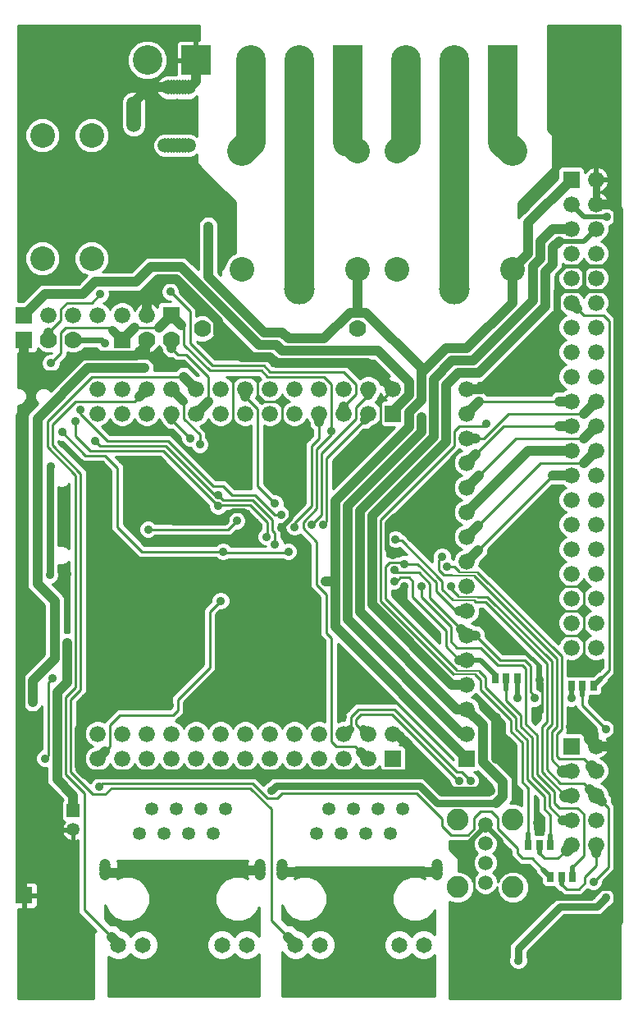
<source format=gbr>
G75*
G70*
%OFA0B0*%
%FSLAX24Y24*%
%IPPOS*%
%LPD*%
%AMOC8*
5,1,8,0,0,1.08239X$1,22.5*
%
%ADD10R,0.0660X0.0660*%
%ADD11C,0.0660*%
%ADD12C,0.0886*%
%ADD13C,0.0591*%
%ADD14C,0.0531*%
%ADD15C,0.0650*%
%ADD16C,0.0472*%
%ADD17R,0.0700X0.0700*%
%ADD18C,0.0700*%
%ADD19C,0.1250*%
%ADD20C,0.1000*%
%ADD21R,0.1200X0.1200*%
%ADD22C,0.1200*%
%ADD23R,0.0531X0.0531*%
%ADD24R,0.0300X0.0400*%
%ADD25C,0.0354*%
%ADD26C,0.0200*%
%ADD27C,0.0400*%
%ADD28C,0.0100*%
%ADD29C,0.0070*%
%ADD30C,0.0500*%
%ADD31C,0.0080*%
%ADD32C,0.0320*%
%ADD33C,0.0240*%
%ADD34C,0.2480*%
%ADD35C,0.0300*%
%ADD36C,0.0160*%
%ADD37C,0.1200*%
%ADD38C,0.1000*%
D10*
X019652Y012157D03*
X022652Y012157D03*
X026902Y012657D03*
X019652Y026157D03*
X026902Y035657D03*
X004652Y030157D03*
D11*
X005652Y030157D03*
X006652Y030157D03*
X007652Y030157D03*
X008652Y030157D03*
X009652Y030157D03*
X009652Y027157D03*
X009652Y026157D03*
X008652Y026157D03*
X008652Y027157D03*
X007652Y027157D03*
X007652Y026157D03*
X010652Y026157D03*
X010652Y027157D03*
X011652Y027157D03*
X011652Y026157D03*
X012652Y026157D03*
X012652Y027157D03*
X013652Y027157D03*
X013652Y026157D03*
X014652Y026157D03*
X014652Y027157D03*
X015652Y027157D03*
X015652Y026157D03*
X016652Y026157D03*
X016652Y027157D03*
X017652Y027157D03*
X017652Y026157D03*
X018652Y026157D03*
X018652Y027157D03*
X019652Y027157D03*
X022652Y027157D03*
X022652Y026157D03*
X022652Y025157D03*
X022652Y024157D03*
X022652Y023157D03*
X022652Y022157D03*
X022652Y021157D03*
X022652Y020157D03*
X022652Y019157D03*
X022652Y018157D03*
X022652Y017157D03*
X022652Y016157D03*
X022652Y015157D03*
X022652Y014157D03*
X022652Y013157D03*
X019652Y013157D03*
X018652Y013157D03*
X018652Y012157D03*
X017652Y012157D03*
X017652Y013157D03*
X016652Y013157D03*
X016652Y012157D03*
X015652Y012157D03*
X015652Y013157D03*
X014652Y013157D03*
X014652Y012157D03*
X013652Y012157D03*
X013652Y013157D03*
X012652Y013157D03*
X012652Y012157D03*
X011652Y012157D03*
X011652Y013157D03*
X010652Y013157D03*
X010652Y012157D03*
X009652Y012157D03*
X009652Y013157D03*
X008652Y013157D03*
X008652Y012157D03*
X007652Y012157D03*
X007652Y013157D03*
X026902Y011657D03*
X026902Y010657D03*
X026902Y009657D03*
X026902Y008657D03*
X027902Y008657D03*
X027902Y009657D03*
X027902Y010657D03*
X027902Y011657D03*
X027902Y012657D03*
X027902Y016657D03*
X027902Y017657D03*
X027902Y018657D03*
X027902Y019657D03*
X027902Y020657D03*
X027902Y021657D03*
X026902Y021657D03*
X026902Y020657D03*
X026902Y019657D03*
X026902Y018657D03*
X026902Y017657D03*
X026902Y016657D03*
X026902Y022657D03*
X026902Y023657D03*
X026902Y024657D03*
X026902Y025657D03*
X026902Y026657D03*
X026902Y027657D03*
X026902Y028657D03*
X026902Y029657D03*
X026902Y030657D03*
X026902Y031657D03*
X026902Y032657D03*
X026902Y033657D03*
X026902Y034657D03*
X027902Y034657D03*
X027902Y035657D03*
X027902Y033657D03*
X027902Y032657D03*
X027902Y031657D03*
X027902Y030657D03*
X027902Y029657D03*
X027902Y028657D03*
X027902Y027657D03*
X027902Y026657D03*
X027902Y025657D03*
X027902Y024657D03*
X027902Y023657D03*
X027902Y022657D03*
D12*
X024533Y009686D03*
X024533Y006930D03*
X022289Y006930D03*
X022289Y009686D03*
D13*
X023411Y009489D03*
X023411Y008701D03*
X023411Y007914D03*
X023411Y007127D03*
X011345Y037034D03*
X011227Y037034D03*
X011109Y037034D03*
X010991Y037034D03*
X010873Y037034D03*
X010754Y037034D03*
X010636Y037034D03*
X010518Y037034D03*
X010400Y037034D03*
X009121Y037880D03*
X009121Y037959D03*
X009121Y038077D03*
X009121Y038195D03*
X009121Y038314D03*
X009121Y038432D03*
X009121Y038550D03*
X009121Y038668D03*
X009121Y038747D03*
X010518Y039396D03*
X010636Y039396D03*
X010754Y039396D03*
X010873Y039396D03*
X010991Y039396D03*
X011109Y039396D03*
X011227Y039396D03*
X011345Y039396D03*
D14*
X010849Y010095D03*
X011349Y009095D03*
X011849Y010095D03*
X012349Y009095D03*
X012849Y010095D03*
X010349Y009095D03*
X009849Y010095D03*
X009349Y009095D03*
X006652Y009263D03*
X016549Y009095D03*
X017049Y010095D03*
X017549Y009095D03*
X018049Y010095D03*
X018549Y009095D03*
X019049Y010095D03*
X019549Y009095D03*
X020049Y010095D03*
D15*
X019905Y004587D03*
X020905Y004587D03*
X016700Y004587D03*
X015700Y004587D03*
X013705Y004587D03*
X012705Y004587D03*
X009500Y004587D03*
X008500Y004587D03*
D16*
X007953Y007441D03*
X007953Y007520D03*
X007953Y007599D03*
X007953Y007677D03*
X007953Y007756D03*
X007953Y007835D03*
X014252Y007835D03*
X014252Y007756D03*
X014252Y007677D03*
X014252Y007599D03*
X014252Y007520D03*
X014252Y007441D03*
X015153Y007441D03*
X015153Y007520D03*
X015153Y007599D03*
X015153Y007677D03*
X015153Y007756D03*
X015153Y007835D03*
X021452Y007835D03*
X021452Y007756D03*
X021452Y007677D03*
X021452Y007599D03*
X021452Y007520D03*
X021452Y007441D03*
D17*
X008652Y029157D03*
X010652Y030157D03*
X004652Y029157D03*
X004652Y006607D03*
D18*
X005652Y029157D03*
X006652Y029157D03*
X009652Y029157D03*
X010652Y029157D03*
X011902Y029607D03*
X018202Y029607D03*
D19*
X015852Y031207D03*
X022152Y031207D03*
D20*
X019802Y032007D03*
X018202Y032007D03*
X018202Y036807D03*
X019802Y036807D03*
X024502Y036807D03*
X024502Y032007D03*
X013502Y032007D03*
X013502Y036807D03*
X007402Y037457D03*
X005402Y037457D03*
X005402Y032457D03*
X007402Y032457D03*
D21*
X011637Y040507D03*
X017821Y040507D03*
X024121Y040507D03*
D22*
X022152Y040507D03*
X020184Y040507D03*
X015852Y040507D03*
X013884Y040507D03*
X009668Y040507D03*
D23*
X006652Y010051D03*
D24*
X023802Y015407D03*
X024252Y015407D03*
X024702Y015407D03*
X026902Y015107D03*
X027352Y015107D03*
X027802Y015107D03*
X026052Y008657D03*
X025602Y008657D03*
X025152Y008657D03*
X026052Y007357D03*
X026502Y007357D03*
X026952Y007357D03*
D25*
X027802Y007157D03*
X028302Y006507D03*
X027152Y005107D03*
X027824Y004829D03*
X028102Y004157D03*
X027824Y003485D03*
X027152Y003207D03*
X026481Y003485D03*
X026202Y004157D03*
X026481Y004829D03*
X024752Y003957D03*
X024752Y003407D03*
X023802Y002657D03*
X022352Y002657D03*
X021102Y003057D03*
X022552Y005057D03*
X019102Y007057D03*
X018602Y006057D03*
X018102Y007057D03*
X017602Y006057D03*
X017102Y007057D03*
X014702Y010857D03*
X015152Y011707D03*
X013052Y011507D03*
X010552Y014307D03*
X010852Y016707D03*
X011252Y016707D03*
X012602Y016757D03*
X012902Y017057D03*
X013202Y017357D03*
X012652Y018557D03*
X012752Y020557D03*
X012802Y021807D03*
X012552Y022407D03*
X012552Y022857D03*
X013302Y021807D03*
X014052Y021757D03*
X014502Y021157D03*
X014852Y020857D03*
X015102Y021507D03*
X015102Y022057D03*
X014852Y022507D03*
X015652Y021557D03*
X016352Y021657D03*
X016802Y021657D03*
X017802Y019857D03*
X017302Y019357D03*
X016902Y019357D03*
X015402Y020557D03*
X017152Y025457D03*
X014902Y028207D03*
X011802Y024907D03*
X011402Y025157D03*
X009752Y022807D03*
X009202Y023907D03*
X007902Y023907D03*
X007902Y022757D03*
X007902Y021657D03*
X009202Y021657D03*
X009702Y021457D03*
X009202Y019657D03*
X009402Y017607D03*
X009402Y017207D03*
X011302Y019457D03*
X007552Y025057D03*
X006952Y026307D03*
X006752Y025857D03*
X006202Y025407D03*
X005752Y024007D03*
X004552Y025107D03*
X004502Y022757D03*
X004502Y021507D03*
X004502Y020157D03*
X004502Y018857D03*
X005702Y019607D03*
X006402Y019657D03*
X005902Y017107D03*
X005902Y016757D03*
X006402Y016857D03*
X006402Y016507D03*
X005802Y015407D03*
X005002Y014857D03*
X005002Y014457D03*
X006002Y013957D03*
X006002Y013607D03*
X005252Y012907D03*
X005502Y012157D03*
X004502Y012907D03*
X004552Y010507D03*
X005452Y009557D03*
X004552Y008457D03*
X005852Y006357D03*
X006152Y005107D03*
X006824Y004829D03*
X007102Y004157D03*
X006824Y003485D03*
X006152Y003207D03*
X005452Y003507D03*
X005202Y004157D03*
X005481Y004829D03*
X009102Y003107D03*
X010602Y004607D03*
X011602Y004607D03*
X011102Y003107D03*
X013102Y003107D03*
X011602Y006107D03*
X011102Y007107D03*
X010602Y006107D03*
X010102Y007107D03*
X012102Y007107D03*
X015602Y003057D03*
X017602Y003057D03*
X019102Y003057D03*
X021602Y010857D03*
X022352Y011257D03*
X022802Y011257D03*
X023352Y011257D03*
X023602Y010857D03*
X023852Y012157D03*
X023852Y013807D03*
X024702Y014607D03*
X025402Y014607D03*
X025602Y015357D03*
X026902Y015607D03*
X026902Y014607D03*
X027052Y013807D03*
X026852Y013457D03*
X028302Y013357D03*
X025452Y013807D03*
X025502Y009557D03*
X022002Y019157D03*
X021852Y019957D03*
X021652Y020357D03*
X020802Y019157D03*
X020102Y019157D03*
X019702Y019357D03*
X019702Y019807D03*
X020102Y020057D03*
X019652Y020407D03*
X019752Y021057D03*
X020802Y026007D03*
X022602Y028807D03*
X023452Y025757D03*
X018552Y030257D03*
X012352Y035407D03*
X012152Y033757D03*
X011252Y033007D03*
X010602Y031107D03*
X008652Y032407D03*
X008102Y032957D03*
X007752Y033307D03*
X007402Y033657D03*
X006402Y034807D03*
X005402Y033657D03*
X004552Y031657D03*
X005752Y028207D03*
X007750Y031005D03*
X007952Y029007D03*
X008752Y028007D03*
X009152Y028007D03*
X009552Y028007D03*
X006252Y022357D03*
X006952Y013807D03*
X006952Y013407D03*
X006952Y011807D03*
X007152Y011507D03*
X007702Y011007D03*
X017602Y013857D03*
X026402Y033157D03*
X028352Y034157D03*
X028652Y036657D03*
X027652Y037657D03*
X026652Y036657D03*
X027152Y039207D03*
X027824Y039485D03*
X028102Y040157D03*
X027824Y040829D03*
X027152Y041107D03*
X026481Y040829D03*
X026202Y040157D03*
X026481Y039485D03*
X028652Y038657D03*
X011502Y037857D03*
X008902Y041257D03*
X007802Y041757D03*
X006824Y040829D03*
X006152Y041107D03*
X005481Y040829D03*
X005202Y040157D03*
X005481Y039485D03*
X006152Y039207D03*
X006824Y039485D03*
X007102Y040157D03*
X006552Y038307D03*
X007402Y036157D03*
X008002Y035657D03*
X008652Y034907D03*
X005052Y036157D03*
X010702Y041657D03*
D26*
X015502Y022657D02*
X015502Y021907D01*
X015102Y021507D01*
X014052Y021757D02*
X013602Y022207D01*
X013152Y022207D01*
X012802Y021857D01*
X012802Y021807D01*
X019402Y021707D02*
X019402Y020657D01*
X019652Y020407D01*
X019402Y021707D02*
X019702Y022007D01*
X022652Y016157D02*
X023202Y016157D01*
X023802Y015557D01*
X023802Y015407D01*
X024252Y015407D02*
X024252Y014957D01*
X024702Y014607D02*
X024702Y015407D01*
X026902Y015107D02*
X026902Y014607D01*
X027352Y014707D02*
X027352Y015107D01*
X027802Y015107D02*
X028102Y015407D01*
X026052Y009057D02*
X026052Y008657D01*
X025602Y008657D02*
X025602Y008307D01*
X025752Y007657D02*
X026052Y007357D01*
X026502Y007357D02*
X026502Y007057D01*
X026952Y007357D02*
X026952Y007757D01*
X025352Y007257D02*
X025352Y006707D01*
X025352Y007257D02*
X024052Y008557D01*
X024052Y008807D01*
X023411Y009449D01*
X023411Y009415D01*
X022702Y008707D01*
X022702Y008257D01*
X023411Y009449D02*
X023411Y009489D01*
X025152Y009107D02*
X025152Y008657D01*
X026402Y033157D02*
X027402Y033157D01*
X027902Y033657D01*
X028352Y034157D02*
X027402Y034157D01*
X026902Y034657D01*
D27*
X026902Y035657D02*
X025152Y033907D01*
X025152Y032657D01*
X024502Y032007D01*
X024502Y030657D01*
X022652Y028807D01*
X022602Y028807D01*
X021802Y028807D01*
X020802Y027807D01*
X020802Y028007D01*
X018552Y030257D01*
X018202Y030257D01*
X017902Y030257D01*
X016852Y029207D01*
X015402Y029207D01*
X015152Y029457D01*
X014402Y029457D01*
X012152Y031707D01*
X012152Y033757D01*
X011052Y032107D02*
X009802Y032107D01*
X009202Y031507D01*
X007552Y031507D01*
X007052Y031007D01*
X005502Y031007D01*
X004652Y030157D01*
X004652Y029157D02*
X004652Y027707D01*
X004952Y027707D01*
X006152Y027707D01*
X006952Y028507D01*
X009202Y028507D01*
X009652Y028957D01*
X009652Y029157D01*
X009152Y029657D02*
X008652Y029157D01*
X008752Y028007D02*
X009152Y028007D01*
X009552Y028007D01*
X008752Y028007D02*
X007252Y028007D01*
X005202Y025957D01*
X005202Y019257D01*
X005902Y018557D01*
X005902Y017107D01*
X005902Y016757D01*
X005902Y016207D01*
X005002Y015307D01*
X005002Y014857D01*
X005002Y014457D01*
X006002Y014857D02*
X006002Y013957D01*
X006002Y013607D01*
X006002Y013957D01*
X006002Y013607D02*
X006002Y011307D01*
X006652Y010657D01*
X006652Y010051D01*
X007152Y011507D02*
X013052Y011507D01*
X015152Y011507D01*
X020952Y011507D01*
X020952Y012007D01*
X019802Y013157D01*
X019652Y013157D01*
X018652Y012157D02*
X018602Y012157D01*
X018352Y012407D01*
X020952Y011507D02*
X021602Y010857D01*
X021652Y010807D01*
X023552Y010807D01*
X023602Y010857D01*
X023852Y010357D02*
X024102Y010607D01*
X024102Y011207D01*
X023302Y012007D01*
X023302Y013507D01*
X022652Y014157D01*
X022252Y014157D01*
X018302Y018107D01*
X018302Y022207D01*
X021302Y025207D01*
X021302Y027557D01*
X022052Y028307D01*
X022902Y028307D01*
X025352Y030757D01*
X025352Y032157D01*
X025652Y032457D01*
X025652Y033157D01*
X026152Y033657D01*
X026902Y033657D01*
X026402Y033157D02*
X026152Y032907D01*
X026152Y032207D01*
X025852Y031907D01*
X025852Y030507D01*
X023152Y027807D01*
X022302Y027807D01*
X021802Y027307D01*
X021802Y025007D01*
X018802Y022007D01*
X018802Y018407D01*
X022052Y015157D01*
X022652Y015157D01*
X022652Y016157D02*
X022352Y016157D01*
X022652Y017157D02*
X022402Y017407D01*
X022652Y017157D02*
X023002Y017157D01*
X022652Y018157D02*
X022342Y018157D01*
X022652Y020157D02*
X023102Y020607D01*
X022652Y021157D02*
X023102Y021607D01*
X022652Y022157D02*
X025152Y024657D01*
X026902Y024657D01*
X027402Y025157D02*
X027902Y025657D01*
X027402Y026157D02*
X027902Y026657D01*
X026902Y026657D02*
X026402Y026657D01*
X026402Y025657D02*
X026902Y025657D01*
X027902Y024657D02*
X027402Y024157D01*
X026902Y023657D02*
X026152Y023657D01*
X023152Y023657D02*
X022652Y023157D01*
X022652Y024157D02*
X023002Y024507D01*
X023002Y025157D02*
X022652Y025157D01*
X022652Y026157D02*
X023152Y026657D01*
X023252Y027157D02*
X022652Y027157D01*
X023252Y027157D02*
X026252Y030157D01*
X026902Y030657D02*
X027152Y030407D01*
X028802Y031157D02*
X028802Y032157D01*
X028802Y034407D01*
X028552Y034657D01*
X027902Y034657D01*
X028802Y031157D02*
X028802Y012657D01*
X028802Y006857D01*
X028802Y005557D01*
X027902Y008307D02*
X027902Y008657D01*
X026902Y009657D02*
X026552Y009657D01*
X027652Y010907D02*
X027902Y010657D01*
X028152Y010407D01*
X027902Y012657D02*
X028802Y012657D01*
X027902Y012657D02*
X027602Y012957D01*
X027602Y013257D01*
X027052Y013807D01*
X023852Y013807D02*
X023852Y012157D01*
X022652Y012157D02*
X017302Y017507D01*
X017302Y019357D01*
X016902Y019357D01*
X017302Y019357D02*
X017302Y022607D01*
X020302Y025607D01*
X020302Y026207D01*
X020802Y026707D01*
X020802Y027807D01*
X020302Y027457D02*
X020302Y026907D01*
X019652Y026257D01*
X019652Y026157D01*
X019652Y027157D02*
X018602Y028207D01*
X014902Y028207D01*
X014652Y028457D01*
X013502Y028457D01*
X012552Y029407D01*
X012552Y029907D01*
X010852Y031607D01*
X010102Y031607D01*
X009652Y031157D01*
X009652Y030157D01*
X010152Y029657D02*
X010652Y030157D01*
X011052Y029757D01*
X010652Y029157D02*
X010652Y028807D01*
X011152Y027657D02*
X011652Y027157D01*
X012152Y026657D02*
X011652Y026157D01*
X010652Y026157D02*
X010652Y025907D01*
X009652Y027157D02*
X009352Y026857D01*
X009752Y022807D02*
X010752Y021807D01*
X012802Y021807D01*
X013652Y026857D02*
X013652Y027157D01*
X014202Y028957D02*
X011052Y032107D01*
X008652Y034907D02*
X007402Y033657D01*
X005652Y029457D02*
X005652Y029157D01*
X004952Y027707D02*
X004952Y026507D01*
X004502Y026057D01*
X004502Y022757D01*
X004502Y021507D01*
X004502Y020157D01*
X004502Y012907D01*
X004502Y006757D01*
X004652Y006607D01*
X007953Y007507D02*
X009952Y007507D01*
X007953Y007507D02*
X007953Y007677D01*
X008202Y004907D02*
X008500Y004609D01*
X008500Y004587D01*
X013252Y007607D02*
X014252Y007607D01*
X014252Y007677D01*
X015153Y007677D02*
X015153Y007557D01*
X016552Y007557D01*
X015381Y004907D02*
X015700Y004587D01*
X020053Y007557D02*
X021452Y007557D01*
X022452Y013157D02*
X017802Y017807D01*
X017802Y019857D01*
X017802Y022407D01*
X020802Y025407D01*
X020802Y026007D01*
X020302Y027457D02*
X019052Y028707D01*
X015152Y028707D01*
X014902Y028957D01*
X014202Y028957D01*
X016652Y026157D02*
X016652Y025807D01*
X017652Y026157D02*
X017652Y026457D01*
X018502Y025907D02*
X018652Y026057D01*
X018652Y026157D01*
X018652Y026907D02*
X018652Y027157D01*
X018202Y030257D02*
X018202Y032007D01*
X011392Y039396D02*
X011637Y039641D01*
X011637Y040507D01*
X011392Y039396D02*
X010873Y039396D01*
X009742Y039396D01*
X009152Y038807D01*
X009152Y038124D01*
X006402Y016857D02*
X006402Y016507D01*
X006402Y015257D01*
X006002Y014857D01*
X006952Y013407D02*
X007852Y014307D01*
X010552Y014307D01*
X007952Y012457D02*
X007652Y012157D01*
X006952Y011807D02*
X006902Y011857D01*
X006902Y013357D01*
X006952Y013407D01*
X006952Y011807D02*
X006952Y011707D01*
X007152Y011507D01*
X022452Y013157D02*
X022652Y013157D01*
D28*
X004412Y006057D02*
X004412Y002417D01*
X007492Y002417D01*
X007492Y005065D01*
X007585Y005157D01*
X006995Y005747D01*
X006842Y005899D01*
X006842Y008838D01*
X006745Y008797D01*
X006691Y008797D01*
X006691Y009224D01*
X006614Y009224D01*
X006614Y008797D01*
X006560Y008797D01*
X006389Y008868D01*
X006258Y008999D01*
X006187Y009170D01*
X006187Y009224D01*
X006614Y009224D01*
X006614Y009302D01*
X006187Y009302D01*
X006187Y009356D01*
X006258Y009527D01*
X006305Y009575D01*
X006300Y009575D01*
X006177Y009698D01*
X006177Y010403D01*
X006242Y010469D01*
X006242Y010487D01*
X005592Y011137D01*
X005592Y011477D01*
X005592Y011775D01*
X005579Y011770D01*
X005425Y011770D01*
X005283Y011829D01*
X005174Y011938D01*
X005115Y012080D01*
X005115Y012234D01*
X005174Y012376D01*
X005283Y012485D01*
X005392Y012530D01*
X005392Y014267D01*
X005172Y014047D01*
X004833Y014047D01*
X004592Y014287D01*
X004592Y014687D01*
X004592Y015137D01*
X004592Y015477D01*
X005492Y016377D01*
X005492Y016587D01*
X005492Y016937D01*
X005492Y018387D01*
X004792Y019087D01*
X004792Y019427D01*
X004792Y025787D01*
X004792Y026127D01*
X005228Y026562D01*
X005141Y026649D01*
X005085Y026784D01*
X005085Y026930D01*
X005141Y027065D01*
X005244Y027168D01*
X005379Y027224D01*
X005526Y027224D01*
X005661Y027168D01*
X005747Y027082D01*
X006842Y028177D01*
X006842Y028177D01*
X007083Y028417D01*
X008583Y028417D01*
X008983Y028417D01*
X009722Y028417D01*
X009962Y028177D01*
X009962Y027917D01*
X010833Y027917D01*
X010983Y028067D01*
X011322Y028067D01*
X011692Y027697D01*
X011745Y027697D01*
X011145Y028297D01*
X011010Y028297D01*
X010795Y028297D01*
X010695Y028397D01*
X010483Y028397D01*
X010242Y028637D01*
X010242Y028775D01*
X010178Y028840D01*
X010147Y028914D01*
X010119Y028845D01*
X009964Y028691D01*
X009762Y028607D01*
X009702Y028607D01*
X009702Y029107D01*
X009602Y029107D01*
X009602Y028607D01*
X009543Y028607D01*
X009341Y028691D01*
X009212Y028819D01*
X009212Y028720D01*
X009089Y028597D01*
X008215Y028597D01*
X008145Y028667D01*
X008029Y028620D01*
X007875Y028620D01*
X007733Y028679D01*
X007624Y028788D01*
X007608Y028827D01*
X007114Y028827D01*
X006970Y028682D01*
X006764Y028597D01*
X006541Y028597D01*
X006412Y028650D01*
X006412Y028499D01*
X006140Y028226D01*
X006140Y028130D01*
X006081Y027988D01*
X005972Y027879D01*
X005829Y027820D01*
X005675Y027820D01*
X005533Y027879D01*
X005424Y027988D01*
X005365Y028130D01*
X005365Y028284D01*
X005424Y028426D01*
X005533Y028535D01*
X005675Y028594D01*
X005772Y028594D01*
X005783Y028605D01*
X005764Y028597D01*
X005541Y028597D01*
X005335Y028682D01*
X005202Y028815D01*
X005202Y028724D01*
X005085Y028607D01*
X004701Y028607D01*
X004701Y029108D01*
X004604Y029108D01*
X004604Y028607D01*
X004412Y028607D01*
X004412Y027224D01*
X004476Y027224D01*
X004611Y027168D01*
X004714Y027065D01*
X004770Y026930D01*
X004770Y026784D01*
X004714Y026649D01*
X004611Y026545D01*
X004476Y026489D01*
X004412Y026489D01*
X004412Y007157D01*
X004602Y007157D01*
X004602Y006657D01*
X004702Y006657D01*
X004702Y007157D01*
X005085Y007157D01*
X005202Y007040D01*
X005202Y006657D01*
X004703Y006657D01*
X004703Y006557D01*
X005202Y006557D01*
X005202Y006174D01*
X005085Y006057D01*
X004702Y006057D01*
X004702Y006557D01*
X004602Y006557D01*
X004602Y006057D01*
X004412Y006057D01*
X004412Y006000D02*
X006842Y006000D01*
X006842Y005901D02*
X004412Y005901D01*
X004412Y005803D02*
X006939Y005803D01*
X007037Y005704D02*
X004412Y005704D01*
X004412Y005606D02*
X007136Y005606D01*
X007234Y005507D02*
X004412Y005507D01*
X004412Y005409D02*
X007333Y005409D01*
X007431Y005310D02*
X004412Y005310D01*
X004412Y005212D02*
X007530Y005212D01*
X007541Y005113D02*
X004412Y005113D01*
X004412Y005015D02*
X007492Y005015D01*
X007492Y004916D02*
X004412Y004916D01*
X004412Y004818D02*
X007492Y004818D01*
X007492Y004719D02*
X004412Y004719D01*
X004412Y004620D02*
X007492Y004620D01*
X007492Y004522D02*
X004412Y004522D01*
X004412Y004423D02*
X007492Y004423D01*
X007492Y004325D02*
X004412Y004325D01*
X004412Y004226D02*
X007492Y004226D01*
X007492Y004128D02*
X004412Y004128D01*
X004412Y004029D02*
X007492Y004029D01*
X007492Y003931D02*
X004412Y003931D01*
X004412Y003832D02*
X007492Y003832D01*
X007492Y003734D02*
X004412Y003734D01*
X004412Y003635D02*
X007492Y003635D01*
X007492Y003536D02*
X004412Y003536D01*
X004412Y003438D02*
X007492Y003438D01*
X007492Y003339D02*
X004412Y003339D01*
X004412Y003241D02*
X007492Y003241D01*
X007492Y003142D02*
X004412Y003142D01*
X004412Y003044D02*
X007492Y003044D01*
X007492Y002945D02*
X004412Y002945D01*
X004412Y002847D02*
X007492Y002847D01*
X007492Y002748D02*
X004412Y002748D01*
X004412Y002650D02*
X007492Y002650D01*
X007492Y002551D02*
X004412Y002551D01*
X004412Y002452D02*
X007492Y002452D01*
X008092Y002497D02*
X008092Y004126D01*
X008152Y004066D01*
X008378Y003973D01*
X008622Y003973D01*
X008848Y004066D01*
X009000Y004218D01*
X009152Y004066D01*
X009378Y003973D01*
X009622Y003973D01*
X009848Y004066D01*
X010021Y004239D01*
X010115Y004465D01*
X010115Y004710D01*
X010021Y004936D01*
X009848Y005109D01*
X009622Y005202D01*
X009378Y005202D01*
X009152Y005109D01*
X009000Y004957D01*
X008848Y005109D01*
X008622Y005202D01*
X008600Y005202D01*
X008405Y005397D01*
X008193Y005397D01*
X007952Y005638D01*
X007952Y006226D01*
X008073Y005936D01*
X008331Y005677D01*
X008669Y005537D01*
X009035Y005537D01*
X009374Y005677D01*
X009632Y005936D01*
X009772Y006274D01*
X009772Y006640D01*
X009632Y006978D01*
X009374Y007237D01*
X009035Y007377D01*
X008669Y007377D01*
X008460Y007290D01*
X008479Y007336D01*
X008479Y007546D01*
X008479Y007624D01*
X008479Y007703D01*
X008479Y007861D01*
X008479Y007939D01*
X008451Y008007D01*
X013754Y008007D01*
X013726Y007939D01*
X013726Y007861D01*
X013726Y007703D01*
X013726Y007624D01*
X013726Y007546D01*
X013726Y007336D01*
X013745Y007290D01*
X013535Y007377D01*
X013169Y007377D01*
X012831Y007237D01*
X012573Y006978D01*
X012433Y006640D01*
X012433Y006274D01*
X012573Y005936D01*
X012831Y005677D01*
X013169Y005537D01*
X013535Y005537D01*
X013874Y005677D01*
X014132Y005936D01*
X014202Y006105D01*
X014202Y004959D01*
X014053Y005109D01*
X013827Y005202D01*
X013582Y005202D01*
X013357Y005109D01*
X013205Y004957D01*
X013053Y005109D01*
X012827Y005202D01*
X012582Y005202D01*
X012357Y005109D01*
X012184Y004936D01*
X012090Y004710D01*
X012090Y004465D01*
X012184Y004239D01*
X012357Y004066D01*
X012582Y003973D01*
X012827Y003973D01*
X013053Y004066D01*
X013205Y004218D01*
X013357Y004066D01*
X013582Y003973D01*
X013827Y003973D01*
X014053Y004066D01*
X014202Y004216D01*
X014202Y002497D01*
X008092Y002497D01*
X008092Y002551D02*
X014202Y002551D01*
X014202Y002650D02*
X008092Y002650D01*
X008092Y002748D02*
X014202Y002748D01*
X014202Y002847D02*
X008092Y002847D01*
X008092Y002945D02*
X014202Y002945D01*
X014202Y003044D02*
X008092Y003044D01*
X008092Y003142D02*
X014202Y003142D01*
X014202Y003241D02*
X008092Y003241D01*
X008092Y003339D02*
X014202Y003339D01*
X014202Y003438D02*
X008092Y003438D01*
X008092Y003536D02*
X014202Y003536D01*
X014202Y003635D02*
X008092Y003635D01*
X008092Y003734D02*
X014202Y003734D01*
X014202Y003832D02*
X008092Y003832D01*
X008092Y003931D02*
X014202Y003931D01*
X014202Y004029D02*
X013964Y004029D01*
X014115Y004128D02*
X014202Y004128D01*
X013446Y004029D02*
X012964Y004029D01*
X013115Y004128D02*
X013295Y004128D01*
X013263Y005015D02*
X013147Y005015D01*
X013042Y005113D02*
X013368Y005113D01*
X013702Y005606D02*
X014202Y005606D01*
X014202Y005704D02*
X013901Y005704D01*
X013999Y005803D02*
X014202Y005803D01*
X014202Y005901D02*
X014098Y005901D01*
X014159Y006000D02*
X014202Y006000D01*
X014200Y006099D02*
X014202Y006099D01*
X014202Y005507D02*
X008083Y005507D01*
X008181Y005409D02*
X014202Y005409D01*
X014202Y005310D02*
X008492Y005310D01*
X008590Y005212D02*
X014202Y005212D01*
X014202Y005113D02*
X014042Y005113D01*
X014147Y005015D02*
X014202Y005015D01*
X014702Y005585D02*
X015381Y004907D01*
X015371Y005397D02*
X015152Y005616D01*
X015152Y006226D01*
X015273Y005936D01*
X015531Y005677D01*
X015869Y005537D01*
X016235Y005537D01*
X016574Y005677D01*
X016832Y005936D01*
X016972Y006274D01*
X016972Y006640D01*
X016832Y006978D01*
X016574Y007237D01*
X016235Y007377D01*
X015869Y007377D01*
X015660Y007290D01*
X015679Y007336D01*
X015679Y007546D01*
X015679Y007624D01*
X015679Y007703D01*
X015679Y007757D01*
X020926Y007757D01*
X020926Y007651D01*
X020926Y007624D01*
X020926Y007546D01*
X020926Y007336D01*
X020945Y007290D01*
X020735Y007377D01*
X020369Y007377D01*
X020031Y007237D01*
X019773Y006978D01*
X019633Y006640D01*
X019633Y006274D01*
X019773Y005936D01*
X020031Y005677D01*
X020369Y005537D01*
X020735Y005537D01*
X021074Y005677D01*
X021332Y005936D01*
X021362Y006009D01*
X021362Y004999D01*
X021253Y005109D01*
X021027Y005202D01*
X020782Y005202D01*
X020557Y005109D01*
X020405Y004957D01*
X020253Y005109D01*
X020027Y005202D01*
X019782Y005202D01*
X019557Y005109D01*
X019384Y004936D01*
X019290Y004710D01*
X019290Y004465D01*
X019384Y004239D01*
X019557Y004066D01*
X019782Y003973D01*
X020027Y003973D01*
X020253Y004066D01*
X020405Y004218D01*
X020557Y004066D01*
X020782Y003973D01*
X021027Y003973D01*
X021253Y004066D01*
X021362Y004176D01*
X021362Y002497D01*
X015152Y002497D01*
X015152Y004303D01*
X015179Y004239D01*
X015352Y004066D01*
X015578Y003973D01*
X015822Y003973D01*
X016048Y004066D01*
X016200Y004218D01*
X016352Y004066D01*
X016578Y003973D01*
X016822Y003973D01*
X017048Y004066D01*
X017221Y004239D01*
X017315Y004465D01*
X017315Y004710D01*
X017221Y004936D01*
X017048Y005109D01*
X016822Y005202D01*
X016578Y005202D01*
X016352Y005109D01*
X016200Y004957D01*
X016048Y005109D01*
X015822Y005202D01*
X015778Y005202D01*
X015584Y005397D01*
X015371Y005397D01*
X015359Y005409D02*
X021362Y005409D01*
X021362Y005507D02*
X015261Y005507D01*
X015162Y005606D02*
X015703Y005606D01*
X015504Y005704D02*
X015152Y005704D01*
X015152Y005803D02*
X015405Y005803D01*
X015307Y005901D02*
X015152Y005901D01*
X015152Y006000D02*
X015246Y006000D01*
X015205Y006099D02*
X015152Y006099D01*
X015152Y006197D02*
X015164Y006197D01*
X014702Y005585D02*
X014702Y010107D01*
X013852Y010957D01*
X008202Y010957D01*
X007952Y010707D01*
X007452Y010707D01*
X006552Y011607D01*
X006552Y014557D01*
X006952Y014957D01*
X006952Y023727D01*
X005802Y024877D01*
X005802Y025707D01*
X006752Y026657D01*
X009152Y026657D01*
X009352Y026857D01*
X009152Y025953D02*
X009195Y025851D01*
X009347Y025699D01*
X009545Y025617D01*
X009760Y025617D01*
X009958Y025699D01*
X010110Y025851D01*
X010152Y025953D01*
X010195Y025851D01*
X010242Y025803D01*
X010242Y025737D01*
X010483Y025497D01*
X010695Y025497D01*
X011015Y025176D01*
X011015Y025080D01*
X011074Y024938D01*
X011183Y024829D01*
X011325Y024770D01*
X011440Y024770D01*
X011474Y024688D01*
X011583Y024579D01*
X011725Y024520D01*
X011879Y024520D01*
X012022Y024579D01*
X012131Y024688D01*
X012190Y024830D01*
X012190Y024984D01*
X012131Y025126D01*
X012062Y025194D01*
X012062Y025199D01*
X012062Y025415D01*
X011831Y025646D01*
X011958Y025699D01*
X012110Y025851D01*
X012152Y025953D01*
X012195Y025851D01*
X012347Y025699D01*
X012545Y025617D01*
X012760Y025617D01*
X012958Y025699D01*
X013110Y025851D01*
X013152Y025953D01*
X013195Y025851D01*
X013347Y025699D01*
X013545Y025617D01*
X013760Y025617D01*
X013892Y025672D01*
X013892Y023315D01*
X013892Y023117D01*
X013210Y023117D01*
X012860Y023467D01*
X012645Y023467D01*
X012460Y023467D01*
X010762Y025165D01*
X010610Y025317D01*
X008160Y025317D01*
X007831Y025646D01*
X007958Y025699D01*
X008110Y025851D01*
X008152Y025953D01*
X008195Y025851D01*
X008347Y025699D01*
X008545Y025617D01*
X008760Y025617D01*
X008958Y025699D01*
X009110Y025851D01*
X009152Y025953D01*
X009133Y025906D02*
X009172Y025906D01*
X009238Y025807D02*
X009066Y025807D01*
X008968Y025709D02*
X009337Y025709D01*
X009968Y025709D02*
X010271Y025709D01*
X010238Y025807D02*
X010066Y025807D01*
X010133Y025906D02*
X010172Y025906D01*
X010369Y025610D02*
X007867Y025610D01*
X007965Y025512D02*
X010468Y025512D01*
X010612Y025315D02*
X010877Y025315D01*
X010779Y025413D02*
X008064Y025413D01*
X007968Y025709D02*
X008337Y025709D01*
X008238Y025807D02*
X008066Y025807D01*
X008133Y025906D02*
X008172Y025906D01*
X008052Y025057D02*
X010502Y025057D01*
X012352Y023207D01*
X012752Y023207D01*
X013102Y022857D01*
X014052Y022857D01*
X014852Y022057D01*
X015102Y022057D01*
X015236Y022421D02*
X015240Y022430D01*
X015240Y022584D01*
X015181Y022726D01*
X015072Y022835D01*
X014929Y022894D01*
X014833Y022894D01*
X014412Y023315D01*
X014412Y025672D01*
X014545Y025617D01*
X014760Y025617D01*
X014958Y025699D01*
X015110Y025851D01*
X015152Y025953D01*
X015195Y025851D01*
X015347Y025699D01*
X015545Y025617D01*
X015760Y025617D01*
X015958Y025699D01*
X016110Y025851D01*
X016152Y025953D01*
X016195Y025851D01*
X016242Y025803D01*
X016242Y025637D01*
X016392Y025487D01*
X016392Y025265D01*
X016245Y025117D01*
X016092Y024965D01*
X016092Y022515D01*
X015484Y021906D01*
X015454Y021894D01*
X015490Y021980D01*
X015490Y022134D01*
X015431Y022276D01*
X015322Y022385D01*
X015236Y022421D01*
X015240Y022457D02*
X016035Y022457D01*
X016092Y022555D02*
X015240Y022555D01*
X015211Y022654D02*
X016092Y022654D01*
X016092Y022752D02*
X015154Y022752D01*
X015033Y022851D02*
X016092Y022851D01*
X016092Y022949D02*
X014777Y022949D01*
X014679Y023048D02*
X016092Y023048D01*
X016092Y023147D02*
X014580Y023147D01*
X014482Y023245D02*
X016092Y023245D01*
X016092Y023344D02*
X014412Y023344D01*
X014412Y023442D02*
X016092Y023442D01*
X016092Y023541D02*
X014412Y023541D01*
X014412Y023639D02*
X016092Y023639D01*
X016092Y023738D02*
X014412Y023738D01*
X014412Y023836D02*
X016092Y023836D01*
X016092Y023935D02*
X014412Y023935D01*
X014412Y024033D02*
X016092Y024033D01*
X016092Y024132D02*
X014412Y024132D01*
X014412Y024231D02*
X016092Y024231D01*
X016092Y024329D02*
X014412Y024329D01*
X014412Y024428D02*
X016092Y024428D01*
X016092Y024526D02*
X014412Y024526D01*
X014412Y024625D02*
X016092Y024625D01*
X016092Y024723D02*
X014412Y024723D01*
X014412Y024822D02*
X016092Y024822D01*
X016092Y024920D02*
X014412Y024920D01*
X014412Y025019D02*
X016147Y025019D01*
X016245Y025117D02*
X014412Y025117D01*
X014412Y025216D02*
X016344Y025216D01*
X016392Y025315D02*
X014412Y025315D01*
X014412Y025413D02*
X016392Y025413D01*
X016368Y025512D02*
X014412Y025512D01*
X014412Y025610D02*
X016269Y025610D01*
X016242Y025709D02*
X015968Y025709D01*
X016066Y025807D02*
X016238Y025807D01*
X016172Y025906D02*
X016133Y025906D01*
X016652Y025807D02*
X016652Y025157D01*
X016352Y024857D01*
X016352Y022407D01*
X015652Y021707D01*
X015652Y021557D01*
X016002Y021507D02*
X016002Y021757D01*
X016552Y022307D01*
X016552Y024707D01*
X017152Y025307D01*
X017152Y025457D01*
X017152Y027357D01*
X016852Y027657D01*
X014552Y027657D01*
X014302Y027907D01*
X012202Y027907D01*
X011152Y028957D01*
X011152Y029657D01*
X011052Y029757D01*
X011402Y030307D02*
X010602Y031107D01*
X010329Y030833D02*
X008098Y030833D01*
X008079Y030786D02*
X008138Y030928D01*
X008138Y031082D01*
X008131Y031097D01*
X009372Y031097D01*
X009612Y031337D01*
X009972Y031697D01*
X010883Y031697D01*
X014033Y028547D01*
X014372Y028547D01*
X014733Y028547D01*
X014983Y028297D01*
X015322Y028297D01*
X018883Y028297D01*
X019509Y027671D01*
X019352Y027606D01*
X019203Y027457D01*
X019158Y027348D01*
X019110Y027463D01*
X018958Y027615D01*
X018760Y027697D01*
X018545Y027697D01*
X018347Y027615D01*
X018304Y027572D01*
X017912Y027965D01*
X017760Y028117D01*
X014760Y028117D01*
X014510Y028367D01*
X014295Y028367D01*
X012410Y028367D01*
X011687Y029090D01*
X011791Y029047D01*
X012014Y029047D01*
X012220Y029132D01*
X012377Y029290D01*
X012462Y029495D01*
X012462Y029718D01*
X012377Y029924D01*
X012220Y030082D01*
X012014Y030167D01*
X011791Y030167D01*
X011662Y030114D01*
X011662Y030199D01*
X011662Y030415D01*
X010990Y031087D01*
X010990Y031184D01*
X010931Y031326D01*
X011254Y031326D01*
X011155Y031424D02*
X010833Y031424D01*
X010822Y031435D02*
X010679Y031494D01*
X010525Y031494D01*
X010383Y031435D01*
X010274Y031326D01*
X010215Y031184D01*
X010215Y031030D01*
X008138Y031030D01*
X008138Y030931D02*
X010256Y030931D01*
X010274Y030888D02*
X010383Y030779D01*
X010525Y030720D01*
X010622Y030720D01*
X010625Y030717D01*
X010215Y030717D01*
X010092Y030594D01*
X010092Y030466D01*
X009953Y030606D01*
X009758Y030687D01*
X009702Y030687D01*
X009702Y030207D01*
X009602Y030207D01*
X009602Y030687D01*
X009547Y030687D01*
X009352Y030606D01*
X009203Y030457D01*
X009158Y030348D01*
X009110Y030463D01*
X008958Y030615D01*
X008760Y030697D01*
X008545Y030697D01*
X008347Y030615D01*
X008195Y030463D01*
X008152Y030361D01*
X008110Y030463D01*
X007958Y030615D01*
X007889Y030643D01*
X007970Y030677D01*
X008079Y030786D01*
X008028Y030734D02*
X010490Y030734D01*
X010274Y030888D02*
X010215Y031030D01*
X010215Y031129D02*
X009404Y031129D01*
X009503Y031227D02*
X010233Y031227D01*
X010274Y031326D02*
X009601Y031326D01*
X009700Y031424D02*
X010372Y031424D01*
X010822Y031435D02*
X010931Y031326D01*
X010972Y031227D02*
X011352Y031227D01*
X011451Y031129D02*
X010990Y031129D01*
X011047Y031030D02*
X011549Y031030D01*
X011648Y030931D02*
X011145Y030931D01*
X011244Y030833D02*
X011746Y030833D01*
X011845Y030734D02*
X011343Y030734D01*
X011441Y030636D02*
X011944Y030636D01*
X012042Y030537D02*
X011540Y030537D01*
X011638Y030439D02*
X012141Y030439D01*
X012239Y030340D02*
X011662Y030340D01*
X011662Y030242D02*
X012338Y030242D01*
X012436Y030143D02*
X012071Y030143D01*
X012257Y030045D02*
X012535Y030045D01*
X012633Y029946D02*
X012355Y029946D01*
X012409Y029848D02*
X012732Y029848D01*
X012830Y029749D02*
X012450Y029749D01*
X012462Y029650D02*
X012929Y029650D01*
X013028Y029552D02*
X012462Y029552D01*
X012445Y029453D02*
X013126Y029453D01*
X013225Y029355D02*
X012404Y029355D01*
X012344Y029256D02*
X013323Y029256D01*
X013422Y029158D02*
X012245Y029158D01*
X012044Y029059D02*
X013520Y029059D01*
X013619Y028961D02*
X011816Y028961D01*
X011761Y029059D02*
X011718Y029059D01*
X011915Y028862D02*
X013717Y028862D01*
X013816Y028764D02*
X012013Y028764D01*
X012112Y028665D02*
X013914Y028665D01*
X014013Y028566D02*
X012210Y028566D01*
X012309Y028468D02*
X014812Y028468D01*
X014910Y028369D02*
X012408Y028369D01*
X012302Y028107D02*
X014402Y028107D01*
X014652Y027857D01*
X017652Y027857D01*
X018152Y027357D01*
X018152Y026957D01*
X017652Y026457D01*
X018152Y026407D02*
X018152Y025957D01*
X016752Y024557D01*
X016752Y022057D01*
X016352Y021657D01*
X016002Y021507D02*
X016552Y020957D01*
X016552Y019207D01*
X016952Y018807D01*
X016952Y017257D01*
X017152Y017057D01*
X017152Y012857D01*
X017352Y012657D01*
X018102Y012657D01*
X018352Y012407D01*
X018152Y011953D02*
X018195Y011851D01*
X018347Y011699D01*
X018545Y011617D01*
X018760Y011617D01*
X019235Y011617D01*
X020069Y011617D01*
X020192Y011740D01*
X020192Y012574D01*
X020069Y012697D01*
X019927Y012697D01*
X019953Y012708D01*
X020102Y012857D01*
X020170Y013022D01*
X021965Y011226D01*
X021965Y011180D01*
X022024Y011038D01*
X022133Y010929D01*
X022275Y010870D01*
X022429Y010870D01*
X022572Y010929D01*
X022577Y010934D01*
X022583Y010929D01*
X022725Y010870D01*
X022879Y010870D01*
X023022Y010929D01*
X023131Y011038D01*
X023190Y011180D01*
X023190Y011334D01*
X023131Y011476D01*
X023022Y011585D01*
X022945Y011617D01*
X023069Y011617D01*
X023091Y011638D01*
X023692Y011037D01*
X023692Y010777D01*
X023633Y010717D01*
X021602Y010717D01*
X020902Y011417D01*
X020603Y011417D01*
X015052Y011417D01*
X014753Y011417D01*
X014549Y011212D01*
X014483Y011185D01*
X014388Y011089D01*
X014060Y011417D01*
X013845Y011417D01*
X007745Y011417D01*
X007722Y011394D01*
X007625Y011394D01*
X007483Y011335D01*
X007374Y011226D01*
X007353Y011174D01*
X006812Y011715D01*
X006812Y014449D01*
X007060Y014697D01*
X007212Y014849D01*
X007212Y023619D01*
X007212Y023835D01*
X006062Y024985D01*
X006062Y025046D01*
X006125Y025020D01*
X006222Y025020D01*
X007045Y024197D01*
X007260Y024197D01*
X007845Y024197D01*
X008192Y023849D01*
X008192Y021665D01*
X008192Y021449D01*
X009192Y020449D01*
X009345Y020297D01*
X012465Y020297D01*
X012533Y020229D01*
X012675Y020170D01*
X012829Y020170D01*
X012972Y020229D01*
X012990Y020247D01*
X015165Y020247D01*
X015183Y020229D01*
X015325Y020170D01*
X015479Y020170D01*
X015622Y020229D01*
X015731Y020338D01*
X015790Y020480D01*
X015790Y020634D01*
X015731Y020776D01*
X015622Y020885D01*
X015479Y020944D01*
X015325Y020944D01*
X015240Y020908D01*
X015240Y020934D01*
X015181Y021076D01*
X015112Y021144D01*
X015112Y021415D01*
X015012Y021515D01*
X015012Y021675D01*
X015025Y021670D01*
X015179Y021670D01*
X015301Y021720D01*
X015265Y021634D01*
X015265Y021480D01*
X015324Y021338D01*
X015433Y021229D01*
X015575Y021170D01*
X015729Y021170D01*
X015872Y021229D01*
X015892Y021249D01*
X016292Y020849D01*
X016292Y019099D01*
X016445Y018947D01*
X016692Y018699D01*
X016692Y017149D01*
X016845Y016997D01*
X016892Y016949D01*
X016892Y013642D01*
X016760Y013697D01*
X016545Y013697D01*
X016347Y013615D01*
X016195Y013463D01*
X016152Y013361D01*
X016110Y013463D01*
X015958Y013615D01*
X015760Y013697D01*
X015545Y013697D01*
X015347Y013615D01*
X015195Y013463D01*
X015152Y013361D01*
X015110Y013463D01*
X014958Y013615D01*
X014760Y013697D01*
X014545Y013697D01*
X014347Y013615D01*
X014195Y013463D01*
X014152Y013361D01*
X014110Y013463D01*
X013958Y013615D01*
X013760Y013697D01*
X013545Y013697D01*
X013347Y013615D01*
X013195Y013463D01*
X013152Y013361D01*
X013110Y013463D01*
X012958Y013615D01*
X012760Y013697D01*
X012545Y013697D01*
X012347Y013615D01*
X012195Y013463D01*
X012152Y013361D01*
X012110Y013463D01*
X011958Y013615D01*
X011760Y013697D01*
X011545Y013697D01*
X011347Y013615D01*
X011195Y013463D01*
X011152Y013361D01*
X011110Y013463D01*
X010958Y013615D01*
X010831Y013667D01*
X010962Y013799D01*
X011010Y013847D01*
X011162Y013999D01*
X011162Y014449D01*
X012310Y015597D01*
X012462Y015749D01*
X012462Y017999D01*
X012633Y018170D01*
X012729Y018170D01*
X012872Y018229D01*
X012981Y018338D01*
X013040Y018480D01*
X013040Y018634D01*
X012981Y018776D01*
X012872Y018885D01*
X012729Y018944D01*
X012575Y018944D01*
X012433Y018885D01*
X012324Y018776D01*
X012265Y018634D01*
X012265Y018537D01*
X011942Y018215D01*
X011942Y017999D01*
X011942Y015965D01*
X010642Y014665D01*
X010642Y014449D01*
X010642Y014215D01*
X010595Y014167D01*
X008445Y014167D01*
X008292Y014015D01*
X007912Y013634D01*
X007760Y013697D01*
X007545Y013697D01*
X007347Y013615D01*
X007195Y013463D01*
X007112Y013264D01*
X007112Y013049D01*
X007195Y012851D01*
X007347Y012699D01*
X007449Y012657D01*
X007347Y012615D01*
X007195Y012463D01*
X007112Y012264D01*
X007112Y012049D01*
X007195Y011851D01*
X007347Y011699D01*
X007545Y011617D01*
X007760Y011617D01*
X008545Y011617D01*
X008760Y011617D01*
X009545Y011617D01*
X009760Y011617D01*
X010545Y011617D01*
X010760Y011617D01*
X011545Y011617D01*
X011760Y011617D01*
X012545Y011617D01*
X012760Y011617D01*
X013545Y011617D01*
X013760Y011617D01*
X014545Y011617D01*
X014760Y011617D01*
X015545Y011617D01*
X015760Y011617D01*
X016545Y011617D01*
X016760Y011617D01*
X017545Y011617D01*
X017760Y011617D01*
X018545Y011617D01*
X018760Y011617D02*
X018958Y011699D01*
X019110Y011851D01*
X019112Y011856D01*
X019112Y011740D01*
X019235Y011617D01*
X019137Y011716D02*
X018975Y011716D01*
X019073Y011814D02*
X019112Y011814D01*
X019937Y012701D02*
X020491Y012701D01*
X020589Y012602D02*
X020164Y012602D01*
X020192Y012504D02*
X020688Y012504D01*
X020786Y012405D02*
X020192Y012405D01*
X020192Y012307D02*
X020885Y012307D01*
X020983Y012208D02*
X020192Y012208D01*
X020192Y012110D02*
X021082Y012110D01*
X021180Y012011D02*
X020192Y012011D01*
X020192Y011913D02*
X021279Y011913D01*
X021378Y011814D02*
X020192Y011814D01*
X020168Y011716D02*
X021476Y011716D01*
X021575Y011617D02*
X020070Y011617D01*
X020997Y011321D02*
X021870Y011321D01*
X021965Y011223D02*
X021096Y011223D01*
X021194Y011124D02*
X021988Y011124D01*
X022036Y011026D02*
X021293Y011026D01*
X021391Y010927D02*
X022136Y010927D01*
X022302Y011257D02*
X019602Y013957D01*
X018352Y013957D01*
X018152Y013757D01*
X018152Y013557D01*
X018352Y013357D01*
X018452Y013357D01*
X017952Y013407D02*
X017952Y013857D01*
X018252Y014157D01*
X019702Y014157D01*
X022252Y011607D01*
X022452Y011607D01*
X022802Y011257D01*
X023088Y011518D02*
X023211Y011518D01*
X023154Y011420D02*
X023310Y011420D01*
X023408Y011321D02*
X023190Y011321D01*
X023190Y011223D02*
X023507Y011223D01*
X023605Y011124D02*
X023167Y011124D01*
X023119Y011026D02*
X023692Y011026D01*
X023692Y010927D02*
X023018Y010927D01*
X022586Y010927D02*
X022568Y010927D01*
X022352Y011257D02*
X022302Y011257D01*
X021772Y011420D02*
X007107Y011420D01*
X007008Y011518D02*
X021673Y011518D01*
X021490Y010829D02*
X023692Y010829D01*
X023646Y010730D02*
X021588Y010730D01*
X020602Y010757D02*
X021652Y009707D01*
X021652Y009407D01*
X022002Y009057D01*
X022702Y009057D01*
X022952Y009307D01*
X022952Y009757D01*
X023202Y010007D01*
X023652Y010007D01*
X023902Y009757D01*
X023902Y009307D01*
X024702Y008507D01*
X024702Y008307D01*
X024902Y008107D01*
X025302Y008107D01*
X025752Y007657D01*
X025442Y007599D02*
X025442Y007528D01*
X025692Y007278D01*
X025692Y007070D01*
X025815Y006947D01*
X026192Y006947D01*
X026192Y006928D01*
X026374Y006747D01*
X026445Y006747D01*
X026595Y006597D01*
X027310Y006597D01*
X027462Y006749D01*
X027560Y006847D01*
X027560Y006847D01*
X027562Y006849D01*
X027583Y006829D01*
X027725Y006770D01*
X027879Y006770D01*
X028022Y006829D01*
X028131Y006938D01*
X028190Y007080D01*
X028190Y007176D01*
X028510Y007497D01*
X028662Y007649D01*
X028662Y010049D01*
X028662Y010265D01*
X028562Y010365D01*
X028562Y010577D01*
X028442Y010697D01*
X028442Y010764D01*
X028360Y010963D01*
X028208Y011115D01*
X028106Y011157D01*
X028208Y011199D01*
X028360Y011351D01*
X028442Y011549D01*
X028442Y011764D01*
X028360Y011963D01*
X028208Y012115D01*
X028093Y012162D01*
X028203Y012208D01*
X028892Y012208D01*
X028892Y012110D02*
X028213Y012110D01*
X028203Y012208D02*
X028352Y012357D01*
X028432Y012551D01*
X028432Y012607D01*
X027953Y012607D01*
X027953Y012707D01*
X028432Y012707D01*
X028432Y012762D01*
X028352Y012957D01*
X028339Y012970D01*
X028379Y012970D01*
X028522Y013029D01*
X028631Y013138D01*
X028690Y013280D01*
X028690Y013434D01*
X028631Y013576D01*
X028522Y013685D01*
X028379Y013744D01*
X028283Y013744D01*
X027612Y014415D01*
X027612Y014528D01*
X027662Y014578D01*
X027662Y014697D01*
X028039Y014697D01*
X028162Y014820D01*
X028162Y015028D01*
X028412Y015278D01*
X028412Y015349D01*
X028712Y015649D01*
X028712Y015865D01*
X028712Y030015D01*
X028560Y030167D01*
X028365Y030362D01*
X028442Y030549D01*
X028442Y030764D01*
X028360Y030963D01*
X028208Y031115D01*
X028106Y031157D01*
X028208Y031199D01*
X028360Y031351D01*
X028442Y031549D01*
X028442Y031764D01*
X028360Y031963D01*
X028208Y032115D01*
X028106Y032157D01*
X028208Y032199D01*
X028360Y032351D01*
X028442Y032549D01*
X028442Y032764D01*
X028360Y032963D01*
X028208Y033115D01*
X028106Y033157D01*
X028208Y033199D01*
X028360Y033351D01*
X028442Y033549D01*
X028442Y033764D01*
X028439Y033773D01*
X028572Y033829D01*
X028681Y033938D01*
X028740Y034080D01*
X028740Y034234D01*
X028681Y034376D01*
X028572Y034485D01*
X028429Y034544D01*
X028432Y034551D01*
X028432Y034607D01*
X027953Y034607D01*
X027953Y034707D01*
X028432Y034707D01*
X028432Y034762D01*
X028352Y034957D01*
X028203Y035106D01*
X028080Y035157D01*
X028203Y035208D01*
X028352Y035357D01*
X028432Y035551D01*
X028432Y035607D01*
X027953Y035607D01*
X027953Y035707D01*
X028432Y035707D01*
X028432Y035762D01*
X028352Y035957D01*
X028203Y036106D01*
X028008Y036187D01*
X027952Y036187D01*
X027952Y035707D01*
X027852Y035707D01*
X027852Y036187D01*
X027797Y036187D01*
X027602Y036106D01*
X027453Y035957D01*
X027442Y035931D01*
X027442Y036074D01*
X027319Y036197D01*
X026485Y036197D01*
X026362Y036074D01*
X026362Y035697D01*
X024983Y034317D01*
X024762Y034097D01*
X024762Y034699D01*
X025962Y035899D01*
X025962Y035933D01*
X026152Y036123D01*
X026152Y037490D01*
X025962Y037680D01*
X025962Y041897D01*
X028892Y041897D01*
X028892Y002417D01*
X021962Y002417D01*
X021962Y006358D01*
X022159Y006277D01*
X022419Y006277D01*
X022659Y006376D01*
X022842Y006560D01*
X022942Y006800D01*
X022942Y006939D01*
X022982Y006840D01*
X023124Y006698D01*
X023310Y006621D01*
X023511Y006621D01*
X023697Y006698D01*
X023839Y006840D01*
X023880Y006939D01*
X023880Y006800D01*
X023979Y006560D01*
X024163Y006376D01*
X024403Y006277D01*
X024663Y006277D01*
X024903Y006376D01*
X025086Y006560D01*
X025186Y006800D01*
X025186Y007060D01*
X025086Y007300D01*
X024903Y007483D01*
X024663Y007583D01*
X024403Y007583D01*
X024163Y007483D01*
X023979Y007300D01*
X023916Y007147D01*
X023916Y007227D01*
X023839Y007413D01*
X023731Y007520D01*
X023839Y007628D01*
X023916Y007813D01*
X023916Y008014D01*
X023839Y008200D01*
X023731Y008308D01*
X023839Y008415D01*
X023916Y008601D01*
X023916Y008802D01*
X023839Y008988D01*
X023724Y009102D01*
X023732Y009110D01*
X024442Y008399D01*
X024442Y008199D01*
X024642Y007999D01*
X024795Y007847D01*
X025195Y007847D01*
X025442Y007599D01*
X025442Y007577D02*
X024677Y007577D01*
X024908Y007478D02*
X025493Y007478D01*
X025591Y007380D02*
X025006Y007380D01*
X025094Y007281D02*
X025690Y007281D01*
X025692Y007183D02*
X025135Y007183D01*
X025176Y007084D02*
X025692Y007084D01*
X025777Y006985D02*
X025186Y006985D01*
X025186Y006887D02*
X026234Y006887D01*
X026332Y006788D02*
X025181Y006788D01*
X025140Y006690D02*
X026502Y006690D01*
X026602Y006517D02*
X026303Y006517D01*
X024392Y004606D01*
X024392Y004308D01*
X024392Y004099D01*
X024365Y004034D01*
X024365Y003880D01*
X024392Y003814D01*
X024392Y003808D01*
X024397Y003803D01*
X024424Y003738D01*
X024533Y003629D01*
X024599Y003601D01*
X024603Y003597D01*
X024610Y003597D01*
X024675Y003570D01*
X024829Y003570D01*
X024895Y003597D01*
X024902Y003597D01*
X024906Y003601D01*
X024972Y003629D01*
X025081Y003738D01*
X025108Y003803D01*
X025112Y003808D01*
X025112Y003814D01*
X025140Y003880D01*
X025140Y004034D01*
X025112Y004099D01*
X025112Y004308D01*
X026602Y005797D01*
X027803Y005797D01*
X028102Y005797D01*
X028456Y006151D01*
X028522Y006179D01*
X028631Y006288D01*
X028658Y006353D01*
X028662Y006358D01*
X028662Y006364D01*
X028690Y006430D01*
X028690Y006584D01*
X028662Y006649D01*
X028662Y006656D01*
X028658Y006661D01*
X028631Y006726D01*
X028522Y006835D01*
X028456Y006862D01*
X028452Y006867D01*
X028445Y006867D01*
X028379Y006894D01*
X028225Y006894D01*
X028160Y006867D01*
X028153Y006867D01*
X028149Y006862D01*
X028083Y006835D01*
X027974Y006726D01*
X027947Y006661D01*
X027803Y006517D01*
X026602Y006517D01*
X026279Y006493D02*
X025019Y006493D01*
X025099Y006591D02*
X027878Y006591D01*
X027959Y006690D02*
X027403Y006690D01*
X027462Y006749D02*
X027462Y006749D01*
X027502Y006788D02*
X027680Y006788D01*
X027925Y006788D02*
X028036Y006788D01*
X028102Y006857D02*
X027702Y006457D01*
X025952Y006457D01*
X026082Y006296D02*
X024708Y006296D01*
X024921Y006394D02*
X026181Y006394D01*
X025984Y006197D02*
X021962Y006197D01*
X021962Y006099D02*
X025885Y006099D01*
X025787Y006000D02*
X021962Y006000D01*
X021962Y005901D02*
X025688Y005901D01*
X025589Y005803D02*
X021962Y005803D01*
X021962Y005704D02*
X025491Y005704D01*
X025392Y005606D02*
X021962Y005606D01*
X021962Y005507D02*
X025294Y005507D01*
X025195Y005409D02*
X021962Y005409D01*
X021962Y005310D02*
X025097Y005310D01*
X024998Y005212D02*
X021962Y005212D01*
X021962Y005113D02*
X024900Y005113D01*
X024801Y005015D02*
X021962Y005015D01*
X021962Y004916D02*
X024703Y004916D01*
X024604Y004818D02*
X021962Y004818D01*
X021962Y004719D02*
X024505Y004719D01*
X024407Y004620D02*
X021962Y004620D01*
X021962Y004522D02*
X024392Y004522D01*
X024392Y004423D02*
X021962Y004423D01*
X021962Y004325D02*
X024392Y004325D01*
X024392Y004226D02*
X021962Y004226D01*
X021962Y004128D02*
X024392Y004128D01*
X024365Y004029D02*
X021962Y004029D01*
X021962Y003931D02*
X024365Y003931D01*
X024385Y003832D02*
X021962Y003832D01*
X021962Y003734D02*
X024428Y003734D01*
X024527Y003635D02*
X021962Y003635D01*
X021962Y003536D02*
X028892Y003536D01*
X028892Y003438D02*
X021962Y003438D01*
X021962Y003339D02*
X028892Y003339D01*
X028892Y003241D02*
X021962Y003241D01*
X021962Y003142D02*
X028892Y003142D01*
X028892Y003044D02*
X021962Y003044D01*
X021962Y002945D02*
X028892Y002945D01*
X028892Y002847D02*
X021962Y002847D01*
X021962Y002748D02*
X028892Y002748D01*
X028892Y002650D02*
X021962Y002650D01*
X021962Y002551D02*
X028892Y002551D01*
X028892Y002452D02*
X021962Y002452D01*
X021362Y002551D02*
X015152Y002551D01*
X015152Y002650D02*
X021362Y002650D01*
X021362Y002748D02*
X015152Y002748D01*
X015152Y002847D02*
X021362Y002847D01*
X021362Y002945D02*
X015152Y002945D01*
X015152Y003044D02*
X021362Y003044D01*
X021362Y003142D02*
X015152Y003142D01*
X015152Y003241D02*
X021362Y003241D01*
X021362Y003339D02*
X015152Y003339D01*
X015152Y003438D02*
X021362Y003438D01*
X021362Y003536D02*
X015152Y003536D01*
X015152Y003635D02*
X021362Y003635D01*
X021362Y003734D02*
X015152Y003734D01*
X015152Y003832D02*
X021362Y003832D01*
X021362Y003931D02*
X015152Y003931D01*
X015152Y004029D02*
X015441Y004029D01*
X015290Y004128D02*
X015152Y004128D01*
X015152Y004226D02*
X015192Y004226D01*
X015959Y004029D02*
X016441Y004029D01*
X016290Y004128D02*
X016110Y004128D01*
X016142Y005015D02*
X016258Y005015D01*
X016363Y005113D02*
X016037Y005113D01*
X015769Y005212D02*
X021362Y005212D01*
X021362Y005310D02*
X015670Y005310D01*
X016402Y005606D02*
X020203Y005606D01*
X020004Y005704D02*
X016601Y005704D01*
X016699Y005803D02*
X019905Y005803D01*
X019807Y005901D02*
X016798Y005901D01*
X016859Y006000D02*
X019746Y006000D01*
X019705Y006099D02*
X016900Y006099D01*
X016941Y006197D02*
X019664Y006197D01*
X019633Y006296D02*
X016972Y006296D01*
X016972Y006394D02*
X019633Y006394D01*
X019633Y006493D02*
X016972Y006493D01*
X016972Y006591D02*
X019633Y006591D01*
X019653Y006690D02*
X016952Y006690D01*
X016911Y006788D02*
X019694Y006788D01*
X019735Y006887D02*
X016870Y006887D01*
X016825Y006985D02*
X019780Y006985D01*
X019879Y007084D02*
X016726Y007084D01*
X016628Y007183D02*
X019977Y007183D01*
X020139Y007281D02*
X016466Y007281D01*
X015679Y007380D02*
X020926Y007380D01*
X020926Y007478D02*
X015679Y007478D01*
X015679Y007577D02*
X020926Y007577D01*
X020926Y007675D02*
X015679Y007675D01*
X017037Y005113D02*
X019568Y005113D01*
X019463Y005015D02*
X017142Y005015D01*
X017229Y004916D02*
X019376Y004916D01*
X019335Y004818D02*
X017270Y004818D01*
X017311Y004719D02*
X019294Y004719D01*
X019290Y004620D02*
X017315Y004620D01*
X017315Y004522D02*
X019290Y004522D01*
X019307Y004423D02*
X017298Y004423D01*
X017257Y004325D02*
X019348Y004325D01*
X019396Y004226D02*
X017208Y004226D01*
X017110Y004128D02*
X019495Y004128D01*
X019646Y004029D02*
X016959Y004029D01*
X020164Y004029D02*
X020646Y004029D01*
X020495Y004128D02*
X020315Y004128D01*
X020347Y005015D02*
X020463Y005015D01*
X020568Y005113D02*
X020242Y005113D01*
X020902Y005606D02*
X021362Y005606D01*
X021362Y005704D02*
X021101Y005704D01*
X021199Y005803D02*
X021362Y005803D01*
X021362Y005901D02*
X021298Y005901D01*
X021359Y006000D02*
X021362Y006000D01*
X021962Y006296D02*
X022113Y006296D01*
X022464Y006296D02*
X024357Y006296D01*
X024145Y006394D02*
X022677Y006394D01*
X022775Y006493D02*
X024046Y006493D01*
X023966Y006591D02*
X022855Y006591D01*
X022896Y006690D02*
X023145Y006690D01*
X023034Y006788D02*
X022937Y006788D01*
X022942Y006887D02*
X022963Y006887D01*
X022905Y007147D02*
X022842Y007300D01*
X022659Y007483D01*
X022419Y007583D01*
X022312Y007583D01*
X022312Y007899D01*
X022312Y008115D01*
X021962Y008465D01*
X021962Y008797D01*
X022110Y008797D01*
X022595Y008797D01*
X022810Y008797D01*
X022969Y008956D01*
X022905Y008802D01*
X022905Y008601D01*
X022982Y008415D01*
X023090Y008308D01*
X022982Y008200D01*
X022905Y008014D01*
X022905Y007813D01*
X022982Y007628D01*
X023090Y007520D01*
X022982Y007413D01*
X022905Y007227D01*
X022905Y007147D01*
X022905Y007183D02*
X022891Y007183D01*
X022928Y007281D02*
X022850Y007281D01*
X022762Y007380D02*
X022969Y007380D01*
X023048Y007478D02*
X022663Y007478D01*
X022433Y007577D02*
X023033Y007577D01*
X022952Y007507D02*
X022952Y005907D01*
X023677Y006690D02*
X023925Y006690D01*
X023885Y006788D02*
X023787Y006788D01*
X023858Y006887D02*
X023880Y006887D01*
X023916Y007183D02*
X023931Y007183D01*
X023894Y007281D02*
X023972Y007281D01*
X024059Y007380D02*
X023853Y007380D01*
X023774Y007478D02*
X024158Y007478D01*
X024389Y007577D02*
X023788Y007577D01*
X023859Y007675D02*
X025366Y007675D01*
X025268Y007774D02*
X023900Y007774D01*
X023916Y007872D02*
X024769Y007872D01*
X024671Y007971D02*
X023916Y007971D01*
X023893Y008069D02*
X024572Y008069D01*
X024474Y008168D02*
X023852Y008168D01*
X023773Y008267D02*
X024442Y008267D01*
X024442Y008365D02*
X023789Y008365D01*
X023859Y008464D02*
X024378Y008464D01*
X024279Y008562D02*
X023900Y008562D01*
X023916Y008661D02*
X024181Y008661D01*
X024082Y008759D02*
X023916Y008759D01*
X023893Y008858D02*
X023984Y008858D01*
X023885Y008956D02*
X023852Y008956D01*
X023787Y009055D02*
X023772Y009055D01*
X023459Y009207D02*
X023459Y009440D01*
X023362Y009440D01*
X023362Y009207D01*
X023459Y009207D01*
X023459Y009252D02*
X023362Y009252D01*
X023362Y009351D02*
X023459Y009351D01*
X022929Y008858D02*
X022871Y008858D01*
X022905Y008759D02*
X021962Y008759D01*
X021962Y008661D02*
X022905Y008661D01*
X022921Y008562D02*
X021962Y008562D01*
X021963Y008464D02*
X022962Y008464D01*
X023032Y008365D02*
X022062Y008365D01*
X022160Y008267D02*
X023049Y008267D01*
X022969Y008168D02*
X022259Y008168D01*
X022312Y008069D02*
X022928Y008069D01*
X022905Y007971D02*
X022312Y007971D01*
X022312Y007872D02*
X022905Y007872D01*
X022922Y007774D02*
X022312Y007774D01*
X022312Y007675D02*
X022963Y007675D01*
X021362Y005113D02*
X021242Y005113D01*
X021347Y005015D02*
X021362Y005015D01*
X021362Y004128D02*
X021315Y004128D01*
X021362Y004029D02*
X021164Y004029D01*
X024978Y003635D02*
X028892Y003635D01*
X028892Y003734D02*
X025077Y003734D01*
X025120Y003832D02*
X028892Y003832D01*
X028892Y003931D02*
X025140Y003931D01*
X025140Y004029D02*
X028892Y004029D01*
X028892Y004128D02*
X025112Y004128D01*
X025112Y004226D02*
X028892Y004226D01*
X028892Y004325D02*
X025129Y004325D01*
X025228Y004423D02*
X028892Y004423D01*
X028892Y004522D02*
X025327Y004522D01*
X025425Y004620D02*
X028892Y004620D01*
X028892Y004719D02*
X025524Y004719D01*
X025622Y004818D02*
X028892Y004818D01*
X028892Y004916D02*
X025721Y004916D01*
X025819Y005015D02*
X028892Y005015D01*
X028892Y005113D02*
X025918Y005113D01*
X026016Y005212D02*
X028892Y005212D01*
X028892Y005310D02*
X026115Y005310D01*
X026213Y005409D02*
X028892Y005409D01*
X028892Y005507D02*
X026312Y005507D01*
X026411Y005606D02*
X028892Y005606D01*
X028892Y005704D02*
X026509Y005704D01*
X026702Y006857D02*
X027202Y006857D01*
X027452Y007107D01*
X027452Y007357D01*
X027902Y007807D01*
X027902Y008307D01*
X028402Y007757D02*
X028402Y010157D01*
X028152Y010407D01*
X028562Y010434D02*
X028892Y010434D01*
X028892Y010336D02*
X028591Y010336D01*
X028662Y010237D02*
X028892Y010237D01*
X028892Y010139D02*
X028662Y010139D01*
X028662Y010040D02*
X028892Y010040D01*
X028892Y009942D02*
X028662Y009942D01*
X028662Y009843D02*
X028892Y009843D01*
X028892Y009745D02*
X028662Y009745D01*
X028662Y009646D02*
X028892Y009646D01*
X028892Y009548D02*
X028662Y009548D01*
X028662Y009449D02*
X028892Y009449D01*
X028892Y009351D02*
X028662Y009351D01*
X028662Y009252D02*
X028892Y009252D01*
X028892Y009153D02*
X028662Y009153D01*
X028662Y009055D02*
X028892Y009055D01*
X028892Y008956D02*
X028662Y008956D01*
X028662Y008858D02*
X028892Y008858D01*
X028892Y008759D02*
X028662Y008759D01*
X028662Y008661D02*
X028892Y008661D01*
X028892Y008562D02*
X028662Y008562D01*
X028662Y008464D02*
X028892Y008464D01*
X028892Y008365D02*
X028662Y008365D01*
X028662Y008267D02*
X028892Y008267D01*
X028892Y008168D02*
X028662Y008168D01*
X028662Y008069D02*
X028892Y008069D01*
X028892Y007971D02*
X028662Y007971D01*
X028662Y007872D02*
X028892Y007872D01*
X028892Y007774D02*
X028662Y007774D01*
X028662Y007675D02*
X028892Y007675D01*
X028892Y007577D02*
X028590Y007577D01*
X028491Y007478D02*
X028892Y007478D01*
X028892Y007380D02*
X028393Y007380D01*
X028294Y007281D02*
X028892Y007281D01*
X028892Y007183D02*
X028196Y007183D01*
X028190Y007084D02*
X028892Y007084D01*
X028892Y006985D02*
X028150Y006985D01*
X028208Y006887D02*
X028080Y006887D01*
X028102Y006857D02*
X028802Y006857D01*
X028892Y006887D02*
X028396Y006887D01*
X028568Y006788D02*
X028892Y006788D01*
X028892Y006690D02*
X028646Y006690D01*
X028686Y006591D02*
X028892Y006591D01*
X028892Y006493D02*
X028690Y006493D01*
X028675Y006394D02*
X028892Y006394D01*
X028892Y006296D02*
X028634Y006296D01*
X028540Y006197D02*
X028892Y006197D01*
X028892Y006099D02*
X028403Y006099D01*
X028305Y006000D02*
X028892Y006000D01*
X028892Y005901D02*
X028206Y005901D01*
X028108Y005803D02*
X028892Y005803D01*
X027802Y007157D02*
X028402Y007757D01*
X027402Y008207D02*
X026952Y007757D01*
X027402Y008207D02*
X027402Y009907D01*
X027152Y010157D01*
X026402Y010157D01*
X026202Y010357D01*
X026202Y010807D01*
X025502Y011507D01*
X025502Y013107D01*
X025052Y013557D01*
X025052Y015807D01*
X024902Y015957D01*
X023902Y015957D01*
X023202Y016657D01*
X022252Y016657D01*
X022002Y016907D01*
X022002Y017507D01*
X020802Y018707D01*
X020802Y019157D01*
X021152Y019257D02*
X020702Y019707D01*
X019802Y019707D01*
X019702Y019807D01*
X019502Y020107D02*
X019352Y019957D01*
X019352Y018657D01*
X022267Y015742D01*
X022122Y015587D02*
X019152Y018557D01*
X019152Y021857D01*
X022152Y024857D01*
X022152Y025457D01*
X022352Y025657D01*
X023352Y025657D01*
X023452Y025757D01*
X023352Y025157D02*
X023002Y025157D01*
X023352Y025157D02*
X024352Y026157D01*
X027402Y026157D01*
X027402Y025157D02*
X024652Y025157D01*
X023152Y023657D01*
X022449Y023657D02*
X022347Y023615D01*
X022195Y023463D01*
X022112Y023264D01*
X022112Y023049D01*
X022195Y022851D01*
X020514Y022851D01*
X020416Y022752D02*
X022293Y022752D01*
X022347Y022699D02*
X022195Y022851D01*
X022154Y022949D02*
X020613Y022949D01*
X020711Y023048D02*
X022113Y023048D01*
X022112Y023147D02*
X020810Y023147D01*
X020908Y023245D02*
X022112Y023245D01*
X022145Y023344D02*
X021007Y023344D01*
X021105Y023442D02*
X022186Y023442D01*
X022273Y023541D02*
X021204Y023541D01*
X021303Y023639D02*
X022406Y023639D01*
X022449Y023657D02*
X022347Y023699D01*
X022195Y023851D01*
X022112Y024049D01*
X022112Y024264D01*
X022195Y024463D01*
X022347Y024615D01*
X022449Y024657D01*
X022358Y024694D01*
X019412Y021749D01*
X019412Y021248D01*
X019424Y021276D01*
X019533Y021385D01*
X019675Y021444D01*
X019829Y021444D01*
X019972Y021385D01*
X020081Y021276D01*
X020084Y021267D01*
X020110Y021267D01*
X020262Y021115D01*
X021242Y020134D01*
X021242Y020315D01*
X021265Y020337D01*
X021265Y020434D01*
X021324Y020576D01*
X021433Y020685D01*
X021575Y020744D01*
X021729Y020744D01*
X021872Y020685D01*
X021981Y020576D01*
X022040Y020434D01*
X022040Y020298D01*
X022072Y020285D01*
X022112Y020244D01*
X022112Y020264D01*
X022195Y020463D01*
X022347Y020615D01*
X022449Y020657D01*
X022347Y020699D01*
X022195Y020851D01*
X022112Y021049D01*
X022112Y021264D01*
X022195Y021463D01*
X022347Y021615D01*
X022449Y021657D01*
X022347Y021699D01*
X022195Y021851D01*
X022112Y022049D01*
X022112Y022264D01*
X022195Y022463D01*
X022347Y022615D01*
X022449Y022657D01*
X022347Y022699D01*
X022441Y022654D02*
X020317Y022654D01*
X020219Y022555D02*
X022287Y022555D01*
X022192Y022457D02*
X020120Y022457D01*
X020021Y022358D02*
X022151Y022358D01*
X022112Y022260D02*
X019923Y022260D01*
X019824Y022161D02*
X022112Y022161D01*
X022112Y022063D02*
X019726Y022063D01*
X019627Y021964D02*
X022148Y021964D01*
X022189Y021866D02*
X019529Y021866D01*
X019430Y021767D02*
X022279Y021767D01*
X022420Y021668D02*
X019412Y021668D01*
X019412Y021570D02*
X022302Y021570D01*
X022203Y021471D02*
X019412Y021471D01*
X019412Y021373D02*
X019521Y021373D01*
X019423Y021274D02*
X019412Y021274D01*
X019752Y021057D02*
X019802Y021007D01*
X020002Y021007D01*
X021652Y019357D01*
X021652Y019027D01*
X022082Y018597D01*
X022317Y018742D02*
X022002Y019057D01*
X022002Y019157D01*
X022062Y019597D02*
X021712Y019597D01*
X021502Y019807D01*
X021502Y020207D01*
X021652Y020357D01*
X022018Y020486D02*
X022218Y020486D01*
X022163Y020387D02*
X022040Y020387D01*
X022063Y020289D02*
X022123Y020289D01*
X021972Y020584D02*
X022316Y020584D01*
X022385Y020683D02*
X021874Y020683D01*
X022183Y020880D02*
X020497Y020880D01*
X020595Y020782D02*
X022264Y020782D01*
X022142Y020979D02*
X020398Y020979D01*
X020300Y021077D02*
X022112Y021077D01*
X022112Y021176D02*
X020201Y021176D01*
X020081Y021274D02*
X022117Y021274D01*
X022157Y021373D02*
X019984Y021373D01*
X019412Y020866D02*
X019412Y020367D01*
X019610Y020367D01*
X019865Y020367D01*
X019883Y020385D01*
X020025Y020444D01*
X020179Y020444D01*
X020211Y020431D01*
X019930Y020711D01*
X019829Y020670D01*
X019675Y020670D01*
X019533Y020729D01*
X019424Y020838D01*
X019412Y020866D01*
X019412Y020782D02*
X019480Y020782D01*
X019412Y020683D02*
X019643Y020683D01*
X019862Y020683D02*
X019959Y020683D01*
X020057Y020584D02*
X019412Y020584D01*
X019412Y020486D02*
X020156Y020486D01*
X019889Y020387D02*
X019412Y020387D01*
X019502Y020107D02*
X020052Y020107D01*
X020102Y020057D01*
X020652Y020057D01*
X021402Y019307D01*
X021402Y018957D01*
X022202Y018157D01*
X022342Y018157D01*
X022856Y017657D02*
X022958Y017699D01*
X023110Y017851D01*
X023192Y018049D01*
X023192Y018247D01*
X023295Y018247D01*
X025642Y015899D01*
X025642Y014914D01*
X025622Y014935D01*
X025512Y014980D01*
X025512Y016015D01*
X025360Y016167D01*
X025110Y016417D01*
X024895Y016417D01*
X024110Y016417D01*
X023412Y017115D01*
X023412Y017327D01*
X023172Y017567D01*
X023006Y017567D01*
X022958Y017615D01*
X022856Y017657D01*
X022926Y017628D02*
X023913Y017628D01*
X023815Y017727D02*
X022986Y017727D01*
X023084Y017825D02*
X023716Y017825D01*
X023618Y017924D02*
X023140Y017924D01*
X023181Y018022D02*
X023519Y018022D01*
X023421Y018121D02*
X023192Y018121D01*
X023192Y018219D02*
X023322Y018219D01*
X023402Y018507D02*
X023002Y018507D01*
X022937Y018572D01*
X023092Y018717D02*
X023492Y018717D01*
X026102Y016107D01*
X026102Y013557D01*
X025902Y013357D01*
X025902Y011707D01*
X026452Y011157D01*
X027402Y011157D01*
X027652Y010907D01*
X028185Y011124D02*
X028892Y011124D01*
X028892Y011026D02*
X028297Y011026D01*
X028375Y010927D02*
X028892Y010927D01*
X028892Y010829D02*
X028416Y010829D01*
X028442Y010730D02*
X028892Y010730D01*
X028892Y010632D02*
X028507Y010632D01*
X028562Y010533D02*
X028892Y010533D01*
X028892Y011223D02*
X028232Y011223D01*
X028331Y011321D02*
X028892Y011321D01*
X028892Y011420D02*
X028389Y011420D01*
X028430Y011518D02*
X028892Y011518D01*
X028892Y011617D02*
X028442Y011617D01*
X028442Y011716D02*
X028892Y011716D01*
X028892Y011814D02*
X028422Y011814D01*
X028381Y011913D02*
X028892Y011913D01*
X028892Y012011D02*
X028312Y012011D01*
X028302Y012307D02*
X028892Y012307D01*
X028892Y012405D02*
X028372Y012405D01*
X028413Y012504D02*
X028892Y012504D01*
X028892Y012602D02*
X028432Y012602D01*
X028417Y012800D02*
X028892Y012800D01*
X028892Y012898D02*
X028376Y012898D01*
X028444Y012997D02*
X028892Y012997D01*
X028892Y013095D02*
X028588Y013095D01*
X028654Y013194D02*
X028892Y013194D01*
X028892Y013292D02*
X028690Y013292D01*
X028690Y013391D02*
X028892Y013391D01*
X028892Y013489D02*
X028667Y013489D01*
X028619Y013588D02*
X028892Y013588D01*
X028892Y013686D02*
X028518Y013686D01*
X028242Y013785D02*
X028892Y013785D01*
X028892Y013884D02*
X028143Y013884D01*
X028045Y013982D02*
X028892Y013982D01*
X028892Y014081D02*
X027946Y014081D01*
X027848Y014179D02*
X028892Y014179D01*
X028892Y014278D02*
X027749Y014278D01*
X027651Y014376D02*
X028892Y014376D01*
X028892Y014475D02*
X027612Y014475D01*
X027657Y014573D02*
X028892Y014573D01*
X028892Y014672D02*
X027662Y014672D01*
X027352Y014707D02*
X027352Y014307D01*
X028302Y013357D01*
X027951Y013194D02*
X027323Y013194D01*
X027319Y013197D02*
X026710Y013197D01*
X026762Y013249D01*
X026762Y013465D01*
X026762Y014246D01*
X026825Y014220D01*
X026979Y014220D01*
X027092Y014266D01*
X027092Y014199D01*
X027915Y013376D01*
X027915Y013280D01*
X027954Y013187D01*
X027952Y013187D01*
X027952Y012707D01*
X027852Y012707D01*
X027852Y013187D01*
X027797Y013187D01*
X027602Y013106D01*
X027453Y012957D01*
X027442Y012931D01*
X027442Y013074D01*
X027319Y013197D01*
X027421Y013095D02*
X027591Y013095D01*
X027493Y012997D02*
X027442Y012997D01*
X027704Y013588D02*
X026762Y013588D01*
X026762Y013686D02*
X027605Y013686D01*
X027507Y013785D02*
X026762Y013785D01*
X026762Y013884D02*
X027408Y013884D01*
X027310Y013982D02*
X026762Y013982D01*
X026762Y014081D02*
X027211Y014081D01*
X027112Y014179D02*
X026762Y014179D01*
X026762Y013489D02*
X027802Y013489D01*
X027901Y013391D02*
X026762Y013391D01*
X026762Y013292D02*
X027915Y013292D01*
X027952Y013095D02*
X027852Y013095D01*
X027852Y012997D02*
X027952Y012997D01*
X027952Y012898D02*
X027852Y012898D01*
X027852Y012800D02*
X027952Y012800D01*
X027953Y012701D02*
X028892Y012701D01*
X027702Y011857D02*
X027402Y012157D01*
X026402Y012157D01*
X026302Y012257D01*
X026302Y013157D01*
X026502Y013357D01*
X026502Y016307D01*
X023092Y019717D01*
X022937Y019572D02*
X026302Y016207D01*
X026302Y013457D01*
X026102Y013257D01*
X026102Y012107D01*
X026552Y011657D01*
X025702Y011607D02*
X026652Y010657D01*
X026002Y010707D02*
X026002Y010207D01*
X026552Y009657D01*
X026052Y009857D02*
X026052Y009057D01*
X025742Y009067D02*
X025462Y009067D01*
X025462Y009235D01*
X025412Y009285D01*
X025412Y010629D01*
X025542Y010499D01*
X025542Y010215D01*
X025542Y009999D01*
X025792Y009749D01*
X025792Y009235D01*
X025742Y009185D01*
X025742Y009067D01*
X025742Y009153D02*
X025462Y009153D01*
X025446Y009252D02*
X025792Y009252D01*
X025792Y009351D02*
X025412Y009351D01*
X025412Y009449D02*
X025792Y009449D01*
X025792Y009548D02*
X025412Y009548D01*
X025412Y009646D02*
X025792Y009646D01*
X025792Y009745D02*
X025412Y009745D01*
X025412Y009843D02*
X025698Y009843D01*
X025600Y009942D02*
X025412Y009942D01*
X025412Y010040D02*
X025542Y010040D01*
X025542Y010139D02*
X025412Y010139D01*
X025412Y010237D02*
X025542Y010237D01*
X025542Y010336D02*
X025412Y010336D01*
X025412Y010434D02*
X025542Y010434D01*
X025509Y010533D02*
X025412Y010533D01*
X025802Y010607D02*
X025802Y010107D01*
X026052Y009857D01*
X025802Y010607D02*
X025102Y011307D01*
X025102Y012907D01*
X024652Y013357D01*
X024652Y013807D01*
X023402Y015057D01*
X023402Y015457D01*
X023147Y015712D01*
X022987Y015572D02*
X023202Y015357D01*
X023202Y014957D01*
X024452Y013707D01*
X024452Y013257D01*
X024902Y012807D01*
X024902Y011207D01*
X025152Y010957D01*
X025152Y009107D01*
X025602Y008307D02*
X025802Y008107D01*
X026352Y008107D01*
X026702Y008457D01*
X026502Y007057D02*
X026702Y006857D01*
X024892Y010243D02*
X024663Y010338D01*
X024414Y010338D01*
X024512Y010437D01*
X024512Y011037D01*
X024512Y011377D01*
X023712Y012177D01*
X023712Y013677D01*
X023472Y013917D01*
X023192Y014197D01*
X023192Y014264D01*
X023110Y014463D01*
X022958Y014615D01*
X022856Y014657D01*
X022958Y014699D01*
X023025Y014766D01*
X023095Y014697D01*
X024192Y013599D01*
X024192Y013149D01*
X024345Y012997D01*
X024642Y012699D01*
X024642Y011315D01*
X024642Y011099D01*
X024892Y010849D01*
X024892Y010243D01*
X024892Y010336D02*
X024669Y010336D01*
X024510Y010434D02*
X024892Y010434D01*
X024892Y010533D02*
X024512Y010533D01*
X024512Y010632D02*
X024892Y010632D01*
X024892Y010730D02*
X024512Y010730D01*
X024512Y010829D02*
X024892Y010829D01*
X024814Y010927D02*
X024512Y010927D01*
X024512Y011026D02*
X024716Y011026D01*
X024642Y011124D02*
X024512Y011124D01*
X024512Y011223D02*
X024642Y011223D01*
X024642Y011321D02*
X024512Y011321D01*
X024469Y011420D02*
X024642Y011420D01*
X024602Y011407D02*
X024602Y010607D01*
X024602Y011407D02*
X023852Y012157D01*
X023779Y012110D02*
X024642Y012110D01*
X024642Y012208D02*
X023712Y012208D01*
X023712Y012307D02*
X024642Y012307D01*
X024642Y012405D02*
X023712Y012405D01*
X023712Y012504D02*
X024642Y012504D01*
X024642Y012602D02*
X023712Y012602D01*
X023712Y012701D02*
X024641Y012701D01*
X024542Y012800D02*
X023712Y012800D01*
X023712Y012898D02*
X024444Y012898D01*
X024345Y012997D02*
X023712Y012997D01*
X023712Y013095D02*
X024246Y013095D01*
X024192Y013194D02*
X023712Y013194D01*
X023712Y013292D02*
X024192Y013292D01*
X024192Y013391D02*
X023712Y013391D01*
X023712Y013489D02*
X024192Y013489D01*
X024192Y013588D02*
X023712Y013588D01*
X023703Y013686D02*
X024105Y013686D01*
X024007Y013785D02*
X023604Y013785D01*
X023506Y013884D02*
X023908Y013884D01*
X023810Y013982D02*
X023407Y013982D01*
X023308Y014081D02*
X023711Y014081D01*
X023612Y014179D02*
X023210Y014179D01*
X023187Y014278D02*
X023514Y014278D01*
X023415Y014376D02*
X023146Y014376D01*
X023098Y014475D02*
X023317Y014475D01*
X023218Y014573D02*
X023000Y014573D01*
X022893Y014672D02*
X023120Y014672D01*
X022352Y016157D02*
X021802Y016707D01*
X021802Y017357D01*
X020452Y018707D01*
X020452Y019357D01*
X020302Y019507D01*
X019952Y019507D01*
X019802Y019357D01*
X019702Y019357D01*
X019871Y019008D02*
X020192Y019008D01*
X020192Y019106D02*
X019999Y019106D01*
X020031Y019138D02*
X020076Y019247D01*
X020192Y019247D01*
X020192Y018815D01*
X020192Y018599D01*
X021542Y017249D01*
X021542Y016834D01*
X019612Y018765D01*
X019612Y018975D01*
X019625Y018970D01*
X019779Y018970D01*
X019922Y019029D01*
X020031Y019138D01*
X020059Y019205D02*
X020192Y019205D01*
X020192Y018909D02*
X019612Y018909D01*
X019612Y018811D02*
X020192Y018811D01*
X020192Y018712D02*
X019665Y018712D01*
X019763Y018614D02*
X020192Y018614D01*
X020277Y018515D02*
X019862Y018515D01*
X019960Y018416D02*
X020375Y018416D01*
X020474Y018318D02*
X020059Y018318D01*
X020158Y018219D02*
X020572Y018219D01*
X020671Y018121D02*
X020256Y018121D01*
X020355Y018022D02*
X020769Y018022D01*
X020868Y017924D02*
X020453Y017924D01*
X020552Y017825D02*
X020966Y017825D01*
X021065Y017727D02*
X020650Y017727D01*
X020749Y017628D02*
X021163Y017628D01*
X021262Y017530D02*
X020847Y017530D01*
X020946Y017431D02*
X021361Y017431D01*
X021459Y017333D02*
X021044Y017333D01*
X021143Y017234D02*
X021542Y017234D01*
X021542Y017135D02*
X021241Y017135D01*
X021340Y017037D02*
X021542Y017037D01*
X021542Y016938D02*
X021439Y016938D01*
X021537Y016840D02*
X021542Y016840D01*
X022352Y017457D02*
X022402Y017407D01*
X022352Y017457D02*
X022352Y017477D01*
X021152Y018677D01*
X021152Y019257D01*
X021187Y020190D02*
X021242Y020190D01*
X021242Y020289D02*
X021088Y020289D01*
X020990Y020387D02*
X021265Y020387D01*
X021287Y020486D02*
X020891Y020486D01*
X020792Y020584D02*
X021333Y020584D01*
X021431Y020683D02*
X020694Y020683D01*
X021852Y019957D02*
X022152Y019957D01*
X022367Y019742D01*
X023162Y019977D02*
X023192Y020049D01*
X023192Y020117D01*
X023512Y020437D01*
X023512Y020649D01*
X026110Y023247D01*
X026549Y023247D01*
X026597Y023199D01*
X026699Y023157D01*
X026597Y023115D01*
X026445Y022963D01*
X026362Y022764D01*
X026362Y022549D01*
X026445Y022351D01*
X026597Y022199D01*
X026699Y022157D01*
X026597Y022115D01*
X026445Y021963D01*
X026362Y021764D01*
X026362Y021549D01*
X026445Y021351D01*
X026597Y021199D01*
X026699Y021157D01*
X026597Y021115D01*
X026445Y020963D01*
X026362Y020764D01*
X026362Y020549D01*
X026445Y020351D01*
X026597Y020199D01*
X026699Y020157D01*
X026597Y020115D01*
X026445Y019963D01*
X026362Y019764D01*
X026362Y019549D01*
X026445Y019351D01*
X026597Y019199D01*
X026699Y019157D01*
X026597Y019115D01*
X026445Y018963D01*
X026362Y018764D01*
X026362Y018549D01*
X026445Y018351D01*
X026597Y018199D01*
X026699Y018157D01*
X026597Y018115D01*
X026445Y017963D01*
X026362Y017764D01*
X026362Y017549D01*
X026445Y017351D01*
X026597Y017199D01*
X026699Y017157D01*
X026597Y017115D01*
X026445Y016963D01*
X026377Y016800D01*
X023200Y019977D01*
X023162Y019977D01*
X023169Y019993D02*
X026475Y019993D01*
X026416Y019895D02*
X023282Y019895D01*
X023381Y019796D02*
X026376Y019796D01*
X026362Y019698D02*
X023479Y019698D01*
X023578Y019599D02*
X026362Y019599D01*
X026383Y019500D02*
X023676Y019500D01*
X023775Y019402D02*
X026424Y019402D01*
X026492Y019303D02*
X023874Y019303D01*
X023972Y019205D02*
X026591Y019205D01*
X026588Y019106D02*
X024071Y019106D01*
X024169Y019008D02*
X026490Y019008D01*
X026423Y018909D02*
X024268Y018909D01*
X024366Y018811D02*
X026382Y018811D01*
X026362Y018712D02*
X024465Y018712D01*
X024563Y018614D02*
X026362Y018614D01*
X026377Y018515D02*
X024662Y018515D01*
X024760Y018416D02*
X026417Y018416D01*
X026478Y018318D02*
X024859Y018318D01*
X024958Y018219D02*
X026576Y018219D01*
X026612Y018121D02*
X025056Y018121D01*
X025155Y018022D02*
X026504Y018022D01*
X026429Y017924D02*
X025253Y017924D01*
X025352Y017825D02*
X026388Y017825D01*
X026362Y017727D02*
X025450Y017727D01*
X025549Y017628D02*
X026362Y017628D01*
X026371Y017530D02*
X025647Y017530D01*
X025746Y017431D02*
X026411Y017431D01*
X026463Y017333D02*
X025844Y017333D01*
X025943Y017234D02*
X026562Y017234D01*
X026647Y017135D02*
X026041Y017135D01*
X026140Y017037D02*
X026519Y017037D01*
X026435Y016938D02*
X026239Y016938D01*
X026337Y016840D02*
X026394Y016840D01*
X026402Y017157D02*
X027402Y017157D01*
X027402Y018157D01*
X027402Y019157D01*
X026402Y019157D01*
X027106Y019157D02*
X027208Y019199D01*
X027360Y019351D01*
X027402Y019453D01*
X027445Y019351D01*
X027597Y019199D01*
X027699Y019157D01*
X027597Y019115D01*
X027445Y018963D01*
X027402Y018861D01*
X027360Y018963D01*
X027208Y019115D01*
X027106Y019157D01*
X027214Y019205D02*
X027591Y019205D01*
X027588Y019106D02*
X027217Y019106D01*
X027315Y019008D02*
X027490Y019008D01*
X027423Y018909D02*
X027382Y018909D01*
X027313Y019303D02*
X027492Y019303D01*
X027424Y019402D02*
X027381Y019402D01*
X026574Y020092D02*
X023192Y020092D01*
X023266Y020190D02*
X026618Y020190D01*
X026507Y020289D02*
X023364Y020289D01*
X023463Y020387D02*
X026430Y020387D01*
X026389Y020486D02*
X023512Y020486D01*
X023512Y020584D02*
X026362Y020584D01*
X026362Y020683D02*
X023546Y020683D01*
X023645Y020782D02*
X026370Y020782D01*
X026410Y020880D02*
X023743Y020880D01*
X023842Y020979D02*
X026461Y020979D01*
X026559Y021077D02*
X023940Y021077D01*
X024039Y021176D02*
X026653Y021176D01*
X026521Y021274D02*
X024138Y021274D01*
X024236Y021373D02*
X026436Y021373D01*
X026395Y021471D02*
X024335Y021471D01*
X024433Y021570D02*
X026362Y021570D01*
X026362Y021668D02*
X024532Y021668D01*
X024630Y021767D02*
X026364Y021767D01*
X026404Y021866D02*
X024729Y021866D01*
X024827Y021964D02*
X026446Y021964D01*
X026545Y022063D02*
X024926Y022063D01*
X025024Y022161D02*
X026688Y022161D01*
X026536Y022260D02*
X025123Y022260D01*
X025221Y022358D02*
X026442Y022358D01*
X026401Y022457D02*
X025320Y022457D01*
X025419Y022555D02*
X026362Y022555D01*
X026362Y022654D02*
X025517Y022654D01*
X025616Y022752D02*
X026362Y022752D01*
X026398Y022851D02*
X025714Y022851D01*
X025813Y022949D02*
X026439Y022949D01*
X026530Y023048D02*
X025911Y023048D01*
X026010Y023147D02*
X026674Y023147D01*
X026550Y023245D02*
X026108Y023245D01*
X026152Y023657D02*
X023102Y020607D01*
X023102Y021607D02*
X025652Y024157D01*
X027402Y024157D01*
X026402Y025657D02*
X024152Y025657D01*
X023002Y024507D01*
X022371Y024625D02*
X022288Y024625D01*
X022258Y024526D02*
X022189Y024526D01*
X022180Y024428D02*
X022091Y024428D01*
X022139Y024329D02*
X021992Y024329D01*
X021894Y024231D02*
X022112Y024231D01*
X022112Y024132D02*
X021795Y024132D01*
X021697Y024033D02*
X022119Y024033D01*
X022160Y023935D02*
X021598Y023935D01*
X021500Y023836D02*
X022209Y023836D01*
X022308Y023738D02*
X021401Y023738D01*
X019726Y025610D02*
X018786Y025610D01*
X018815Y025640D02*
X018958Y025699D01*
X019110Y025851D01*
X019112Y025856D01*
X019112Y025740D01*
X019235Y025617D01*
X019733Y025617D01*
X017212Y023097D01*
X017212Y024249D01*
X018460Y025497D01*
X018672Y025497D01*
X018815Y025640D01*
X018968Y025709D02*
X019144Y025709D01*
X019112Y025807D02*
X019066Y025807D01*
X019152Y025557D02*
X019152Y026657D01*
X019652Y027157D01*
X019158Y026966D02*
X019203Y026857D01*
X019352Y026708D01*
X019378Y026697D01*
X019235Y026697D01*
X019112Y026574D01*
X019112Y026457D01*
X019110Y026463D01*
X018958Y026615D01*
X018945Y026620D01*
X019062Y026737D01*
X019062Y026803D01*
X019110Y026851D01*
X019158Y026966D01*
X019127Y026891D02*
X019189Y026891D01*
X019267Y026793D02*
X019062Y026793D01*
X019019Y026694D02*
X019233Y026694D01*
X019134Y026596D02*
X018977Y026596D01*
X019076Y026497D02*
X019112Y026497D01*
X018652Y026907D02*
X018152Y026407D01*
X018502Y025907D02*
X016952Y024357D01*
X016952Y021807D01*
X016802Y021657D01*
X016163Y020979D02*
X015221Y020979D01*
X015180Y021077D02*
X016064Y021077D01*
X015966Y021176D02*
X015744Y021176D01*
X015561Y021176D02*
X015112Y021176D01*
X015112Y021274D02*
X015387Y021274D01*
X015310Y021373D02*
X015112Y021373D01*
X015056Y021471D02*
X015269Y021471D01*
X015265Y021570D02*
X015012Y021570D01*
X015012Y021668D02*
X015280Y021668D01*
X015483Y021964D02*
X015542Y021964D01*
X015490Y022063D02*
X015641Y022063D01*
X015739Y022161D02*
X015478Y022161D01*
X015437Y022260D02*
X015838Y022260D01*
X015936Y022358D02*
X015349Y022358D01*
X015502Y022657D02*
X015152Y023007D01*
X015152Y026507D01*
X015002Y026657D01*
X014402Y026657D01*
X014152Y026907D01*
X014152Y027507D01*
X014002Y027657D01*
X013302Y027657D01*
X013152Y027507D01*
X013152Y025557D01*
X012968Y025709D02*
X013337Y025709D01*
X013238Y025807D02*
X013066Y025807D01*
X013133Y025906D02*
X013172Y025906D01*
X013892Y025610D02*
X011867Y025610D01*
X011965Y025512D02*
X013892Y025512D01*
X013892Y025413D02*
X012062Y025413D01*
X012062Y025315D02*
X013892Y025315D01*
X013892Y025216D02*
X012062Y025216D01*
X012134Y025117D02*
X013892Y025117D01*
X013892Y025019D02*
X012175Y025019D01*
X012190Y024920D02*
X013892Y024920D01*
X013892Y024822D02*
X012186Y024822D01*
X012145Y024723D02*
X013892Y024723D01*
X013892Y024625D02*
X012068Y024625D01*
X011895Y024526D02*
X013892Y024526D01*
X013892Y024428D02*
X011499Y024428D01*
X011401Y024526D02*
X011710Y024526D01*
X011537Y024625D02*
X011302Y024625D01*
X011204Y024723D02*
X011459Y024723D01*
X011200Y024822D02*
X011105Y024822D01*
X011091Y024920D02*
X011007Y024920D01*
X011040Y025019D02*
X010908Y025019D01*
X010809Y025117D02*
X011015Y025117D01*
X010976Y025216D02*
X010711Y025216D01*
X010402Y024857D02*
X012402Y022857D01*
X012552Y022857D01*
X012752Y022657D01*
X013952Y022657D01*
X014752Y021857D01*
X014752Y021407D01*
X014852Y021307D01*
X014852Y020857D01*
X014471Y020767D02*
X013084Y020767D01*
X013081Y020776D01*
X012972Y020885D01*
X012829Y020944D01*
X012675Y020944D01*
X012533Y020885D01*
X012465Y020817D01*
X009560Y020817D01*
X008712Y021665D01*
X008712Y024065D01*
X008560Y024217D01*
X008380Y024397D01*
X010195Y024397D01*
X012165Y022426D01*
X012165Y022330D01*
X012224Y022188D01*
X012333Y022079D01*
X012475Y022020D01*
X012629Y022020D01*
X012772Y022079D01*
X012881Y022188D01*
X012884Y022197D01*
X013745Y022197D01*
X014292Y021649D01*
X014292Y021489D01*
X014283Y021485D01*
X014174Y021376D01*
X014115Y021234D01*
X014115Y021080D01*
X014174Y020938D01*
X014283Y020829D01*
X014425Y020770D01*
X014469Y020770D01*
X014471Y020767D01*
X014397Y020782D02*
X013075Y020782D01*
X012977Y020880D02*
X014232Y020880D01*
X014157Y020979D02*
X009398Y020979D01*
X009300Y021077D02*
X009607Y021077D01*
X009625Y021070D02*
X009779Y021070D01*
X009922Y021129D01*
X009990Y021197D01*
X013060Y021197D01*
X013212Y021349D01*
X013283Y021420D01*
X013379Y021420D01*
X013522Y021479D01*
X013631Y021588D01*
X013690Y021730D01*
X013690Y021884D01*
X013631Y022026D01*
X013522Y022135D01*
X013379Y022194D01*
X013225Y022194D01*
X013083Y022135D01*
X012974Y022026D01*
X012915Y021884D01*
X012915Y021787D01*
X012845Y021717D01*
X009990Y021717D01*
X009922Y021785D01*
X009779Y021844D01*
X009625Y021844D01*
X009483Y021785D01*
X009374Y021676D01*
X009315Y021534D01*
X009315Y021380D01*
X009374Y021238D01*
X009483Y021129D01*
X009625Y021070D01*
X009797Y021077D02*
X014116Y021077D01*
X014115Y021176D02*
X009969Y021176D01*
X009702Y021457D02*
X012952Y021457D01*
X013302Y021807D01*
X012949Y021964D02*
X008712Y021964D01*
X008712Y021866D02*
X012915Y021866D01*
X012895Y021767D02*
X009940Y021767D01*
X009465Y021767D02*
X008712Y021767D01*
X008712Y021668D02*
X009371Y021668D01*
X009330Y021570D02*
X008807Y021570D01*
X008906Y021471D02*
X009315Y021471D01*
X009318Y021373D02*
X009004Y021373D01*
X009103Y021274D02*
X009359Y021274D01*
X009436Y021176D02*
X009201Y021176D01*
X009497Y020880D02*
X012528Y020880D01*
X012752Y020557D02*
X012802Y020507D01*
X015352Y020507D01*
X015402Y020557D01*
X015682Y020289D02*
X016292Y020289D01*
X016292Y020387D02*
X015751Y020387D01*
X015790Y020486D02*
X016292Y020486D01*
X016292Y020584D02*
X015790Y020584D01*
X015769Y020683D02*
X016292Y020683D01*
X016292Y020782D02*
X015725Y020782D01*
X015627Y020880D02*
X016261Y020880D01*
X016292Y020190D02*
X015529Y020190D01*
X015276Y020190D02*
X012879Y020190D01*
X012626Y020190D02*
X007212Y020190D01*
X007212Y020092D02*
X016292Y020092D01*
X016292Y019993D02*
X007212Y019993D01*
X007212Y019895D02*
X016292Y019895D01*
X016292Y019796D02*
X007212Y019796D01*
X007212Y019698D02*
X016292Y019698D01*
X016292Y019599D02*
X007212Y019599D01*
X007212Y019500D02*
X016292Y019500D01*
X016292Y019402D02*
X007212Y019402D01*
X007212Y019303D02*
X016292Y019303D01*
X016292Y019205D02*
X007212Y019205D01*
X007212Y019106D02*
X016292Y019106D01*
X016384Y019008D02*
X007212Y019008D01*
X007212Y018909D02*
X012491Y018909D01*
X012359Y018811D02*
X007212Y018811D01*
X007212Y018712D02*
X012298Y018712D01*
X012265Y018614D02*
X007212Y018614D01*
X007212Y018515D02*
X012243Y018515D01*
X012144Y018416D02*
X007212Y018416D01*
X007212Y018318D02*
X012046Y018318D01*
X011947Y018219D02*
X007212Y018219D01*
X007212Y018121D02*
X011942Y018121D01*
X011942Y018022D02*
X007212Y018022D01*
X007212Y017924D02*
X011942Y017924D01*
X011942Y017825D02*
X007212Y017825D01*
X007212Y017727D02*
X011942Y017727D01*
X011942Y017628D02*
X007212Y017628D01*
X007212Y017530D02*
X011942Y017530D01*
X011942Y017431D02*
X007212Y017431D01*
X007212Y017333D02*
X011942Y017333D01*
X011942Y017234D02*
X007212Y017234D01*
X007212Y017135D02*
X011942Y017135D01*
X011942Y017037D02*
X007212Y017037D01*
X007212Y016938D02*
X011942Y016938D01*
X011942Y016840D02*
X007212Y016840D01*
X007212Y016741D02*
X011942Y016741D01*
X011942Y016643D02*
X007212Y016643D01*
X007212Y016544D02*
X011942Y016544D01*
X011942Y016446D02*
X007212Y016446D01*
X007212Y016347D02*
X011942Y016347D01*
X011942Y016249D02*
X007212Y016249D01*
X007212Y016150D02*
X011942Y016150D01*
X011942Y016051D02*
X007212Y016051D01*
X007212Y015953D02*
X011931Y015953D01*
X011832Y015854D02*
X007212Y015854D01*
X007212Y015756D02*
X011734Y015756D01*
X011635Y015657D02*
X007212Y015657D01*
X007212Y015559D02*
X011537Y015559D01*
X011438Y015460D02*
X007212Y015460D01*
X007212Y015362D02*
X011340Y015362D01*
X011241Y015263D02*
X007212Y015263D01*
X007212Y015165D02*
X011142Y015165D01*
X011044Y015066D02*
X007212Y015066D01*
X007212Y014967D02*
X010945Y014967D01*
X010847Y014869D02*
X007212Y014869D01*
X007134Y014770D02*
X010748Y014770D01*
X010650Y014672D02*
X007035Y014672D01*
X006937Y014573D02*
X010642Y014573D01*
X010642Y014475D02*
X006838Y014475D01*
X006812Y014376D02*
X010642Y014376D01*
X010642Y014278D02*
X006812Y014278D01*
X006812Y014179D02*
X010607Y014179D01*
X010702Y013907D02*
X008552Y013907D01*
X008152Y013507D01*
X008152Y012657D01*
X007952Y012457D01*
X008152Y011953D02*
X008195Y011851D01*
X008347Y011699D01*
X008545Y011617D01*
X008760Y011617D02*
X008958Y011699D01*
X009110Y011851D01*
X009152Y011953D01*
X009195Y011851D01*
X009347Y011699D01*
X009545Y011617D01*
X009760Y011617D02*
X009958Y011699D01*
X010110Y011851D01*
X010152Y011953D01*
X010195Y011851D01*
X010347Y011699D01*
X010545Y011617D01*
X010760Y011617D02*
X010958Y011699D01*
X011110Y011851D01*
X011152Y011953D01*
X011195Y011851D01*
X011347Y011699D01*
X011545Y011617D01*
X011760Y011617D02*
X011958Y011699D01*
X012110Y011851D01*
X012152Y011953D01*
X012195Y011851D01*
X012347Y011699D01*
X012545Y011617D01*
X012760Y011617D02*
X012958Y011699D01*
X013110Y011851D01*
X013152Y011953D01*
X013195Y011851D01*
X013347Y011699D01*
X013545Y011617D01*
X013760Y011617D02*
X013958Y011699D01*
X014110Y011851D01*
X014152Y011953D01*
X014195Y011851D01*
X014347Y011699D01*
X014545Y011617D01*
X014760Y011617D02*
X014958Y011699D01*
X015110Y011851D01*
X015152Y011953D01*
X015195Y011851D01*
X015347Y011699D01*
X015545Y011617D01*
X015760Y011617D02*
X015958Y011699D01*
X016110Y011851D01*
X016152Y011953D01*
X016195Y011851D01*
X016347Y011699D01*
X016545Y011617D01*
X016760Y011617D02*
X016958Y011699D01*
X017110Y011851D01*
X017152Y011953D01*
X017195Y011851D01*
X017347Y011699D01*
X017545Y011617D01*
X017760Y011617D02*
X017958Y011699D01*
X018110Y011851D01*
X018152Y011953D01*
X018136Y011913D02*
X018169Y011913D01*
X018231Y011814D02*
X018073Y011814D01*
X017975Y011716D02*
X018330Y011716D01*
X017330Y011716D02*
X016975Y011716D01*
X017073Y011814D02*
X017231Y011814D01*
X017169Y011913D02*
X017136Y011913D01*
X016330Y011716D02*
X015975Y011716D01*
X016073Y011814D02*
X016231Y011814D01*
X016169Y011913D02*
X016136Y011913D01*
X015330Y011716D02*
X014975Y011716D01*
X015073Y011814D02*
X015231Y011814D01*
X015169Y011913D02*
X015136Y011913D01*
X014658Y011321D02*
X014156Y011321D01*
X014254Y011223D02*
X014559Y011223D01*
X014422Y011124D02*
X014353Y011124D01*
X013952Y011157D02*
X014552Y010557D01*
X014952Y010557D01*
X015152Y010757D01*
X020602Y010757D01*
X021920Y012307D02*
X021923Y012307D01*
X022019Y012208D02*
X022021Y012208D01*
X022112Y012117D02*
X022112Y012114D01*
X019962Y014265D01*
X019810Y014417D01*
X018145Y014417D01*
X017992Y014265D01*
X017845Y014117D01*
X017692Y013965D01*
X017692Y013697D01*
X017545Y013697D01*
X017412Y013642D01*
X017412Y016817D01*
X022112Y012117D01*
X021824Y012405D02*
X021822Y012405D01*
X021726Y012504D02*
X021723Y012504D01*
X021627Y012602D02*
X021624Y012602D01*
X021528Y012701D02*
X021526Y012701D01*
X021430Y012800D02*
X021427Y012800D01*
X021331Y012898D02*
X021329Y012898D01*
X021233Y012997D02*
X021230Y012997D01*
X021134Y013095D02*
X021132Y013095D01*
X021036Y013194D02*
X021033Y013194D01*
X020937Y013292D02*
X020935Y013292D01*
X020839Y013391D02*
X020836Y013391D01*
X020740Y013489D02*
X020738Y013489D01*
X020642Y013588D02*
X020639Y013588D01*
X020543Y013686D02*
X020541Y013686D01*
X020444Y013785D02*
X020442Y013785D01*
X020346Y013884D02*
X020343Y013884D01*
X020247Y013982D02*
X020245Y013982D01*
X020149Y014081D02*
X020146Y014081D01*
X020050Y014179D02*
X020048Y014179D01*
X019952Y014278D02*
X019949Y014278D01*
X019853Y014376D02*
X019851Y014376D01*
X019755Y014475D02*
X017412Y014475D01*
X017412Y014573D02*
X019656Y014573D01*
X019558Y014672D02*
X017412Y014672D01*
X017412Y014770D02*
X019459Y014770D01*
X019361Y014869D02*
X017412Y014869D01*
X017412Y014967D02*
X019262Y014967D01*
X019163Y015066D02*
X017412Y015066D01*
X017412Y015165D02*
X019065Y015165D01*
X018966Y015263D02*
X017412Y015263D01*
X017412Y015362D02*
X018868Y015362D01*
X018769Y015460D02*
X017412Y015460D01*
X017412Y015559D02*
X018671Y015559D01*
X018572Y015657D02*
X017412Y015657D01*
X017412Y015756D02*
X018474Y015756D01*
X018375Y015854D02*
X017412Y015854D01*
X017412Y015953D02*
X018277Y015953D01*
X018178Y016051D02*
X017412Y016051D01*
X017412Y016150D02*
X018079Y016150D01*
X017981Y016249D02*
X017412Y016249D01*
X017412Y016347D02*
X017882Y016347D01*
X017784Y016446D02*
X017412Y016446D01*
X017412Y016544D02*
X017685Y016544D01*
X017587Y016643D02*
X017412Y016643D01*
X017412Y016741D02*
X017488Y016741D01*
X016892Y016741D02*
X012462Y016741D01*
X012462Y016643D02*
X016892Y016643D01*
X016892Y016544D02*
X012462Y016544D01*
X012462Y016446D02*
X016892Y016446D01*
X016892Y016347D02*
X012462Y016347D01*
X012462Y016249D02*
X016892Y016249D01*
X016892Y016150D02*
X012462Y016150D01*
X012462Y016051D02*
X016892Y016051D01*
X016892Y015953D02*
X012462Y015953D01*
X012462Y015854D02*
X016892Y015854D01*
X016892Y015756D02*
X012462Y015756D01*
X012371Y015657D02*
X016892Y015657D01*
X016892Y015559D02*
X012272Y015559D01*
X012173Y015460D02*
X016892Y015460D01*
X016892Y015362D02*
X012075Y015362D01*
X011976Y015263D02*
X016892Y015263D01*
X016892Y015165D02*
X011878Y015165D01*
X011779Y015066D02*
X016892Y015066D01*
X016892Y014967D02*
X011681Y014967D01*
X011582Y014869D02*
X016892Y014869D01*
X016892Y014770D02*
X011484Y014770D01*
X011385Y014672D02*
X016892Y014672D01*
X016892Y014573D02*
X011287Y014573D01*
X011188Y014475D02*
X016892Y014475D01*
X016892Y014376D02*
X011162Y014376D01*
X011162Y014278D02*
X016892Y014278D01*
X016892Y014179D02*
X011162Y014179D01*
X011162Y014081D02*
X016892Y014081D01*
X016892Y013982D02*
X011145Y013982D01*
X011047Y013884D02*
X016892Y013884D01*
X016892Y013785D02*
X010948Y013785D01*
X010962Y013799D02*
X010962Y013799D01*
X010850Y013686D02*
X011520Y013686D01*
X011320Y013588D02*
X010985Y013588D01*
X011084Y013489D02*
X011221Y013489D01*
X011165Y013391D02*
X011140Y013391D01*
X010702Y013907D02*
X010902Y014107D01*
X010902Y014557D01*
X012202Y015857D01*
X012202Y018107D01*
X012652Y018557D01*
X012813Y018909D02*
X016482Y018909D01*
X016445Y018947D02*
X016445Y018947D01*
X016581Y018811D02*
X012946Y018811D01*
X013007Y018712D02*
X016679Y018712D01*
X016692Y018614D02*
X013040Y018614D01*
X013040Y018515D02*
X016692Y018515D01*
X016692Y018416D02*
X013013Y018416D01*
X012961Y018318D02*
X016692Y018318D01*
X016692Y018219D02*
X012849Y018219D01*
X012584Y018121D02*
X016692Y018121D01*
X016692Y018022D02*
X012486Y018022D01*
X012462Y017924D02*
X016692Y017924D01*
X016692Y017825D02*
X012462Y017825D01*
X012462Y017727D02*
X016692Y017727D01*
X016692Y017628D02*
X012462Y017628D01*
X012462Y017530D02*
X016692Y017530D01*
X016692Y017431D02*
X012462Y017431D01*
X012462Y017333D02*
X016692Y017333D01*
X016692Y017234D02*
X012462Y017234D01*
X012462Y017135D02*
X016706Y017135D01*
X016805Y017037D02*
X012462Y017037D01*
X012462Y016938D02*
X016892Y016938D01*
X016845Y016997D02*
X016845Y016997D01*
X016892Y016840D02*
X012462Y016840D01*
X012520Y013686D02*
X011785Y013686D01*
X011985Y013588D02*
X012320Y013588D01*
X012221Y013489D02*
X012084Y013489D01*
X012140Y013391D02*
X012165Y013391D01*
X012785Y013686D02*
X013520Y013686D01*
X013320Y013588D02*
X012985Y013588D01*
X013084Y013489D02*
X013221Y013489D01*
X013165Y013391D02*
X013140Y013391D01*
X013785Y013686D02*
X014520Y013686D01*
X014320Y013588D02*
X013985Y013588D01*
X014084Y013489D02*
X014221Y013489D01*
X014165Y013391D02*
X014140Y013391D01*
X014785Y013686D02*
X015520Y013686D01*
X015320Y013588D02*
X014985Y013588D01*
X015084Y013489D02*
X015221Y013489D01*
X015165Y013391D02*
X015140Y013391D01*
X015785Y013686D02*
X016520Y013686D01*
X016320Y013588D02*
X015985Y013588D01*
X016084Y013489D02*
X016221Y013489D01*
X016165Y013391D02*
X016140Y013391D01*
X016785Y013686D02*
X016892Y013686D01*
X017412Y013686D02*
X017520Y013686D01*
X017412Y013785D02*
X017692Y013785D01*
X017692Y013884D02*
X017412Y013884D01*
X017412Y013982D02*
X017710Y013982D01*
X017809Y014081D02*
X017412Y014081D01*
X017412Y014179D02*
X017907Y014179D01*
X018006Y014278D02*
X017412Y014278D01*
X017412Y014376D02*
X018104Y014376D01*
X017952Y013407D02*
X017902Y013357D01*
X019703Y013207D02*
X019985Y013207D01*
X020085Y013107D01*
X019703Y013107D01*
X019703Y013207D01*
X019703Y013194D02*
X019998Y013194D01*
X020160Y012997D02*
X020195Y012997D01*
X020119Y012898D02*
X020294Y012898D01*
X020392Y012800D02*
X020045Y012800D01*
X023070Y011617D02*
X023112Y011617D01*
X023878Y012011D02*
X024642Y012011D01*
X024642Y011913D02*
X023976Y011913D01*
X024075Y011814D02*
X024642Y011814D01*
X024642Y011716D02*
X024174Y011716D01*
X024272Y011617D02*
X024642Y011617D01*
X024642Y011518D02*
X024371Y011518D01*
X025302Y011407D02*
X026002Y010707D01*
X025702Y011607D02*
X025702Y013457D01*
X025902Y013657D01*
X025902Y016007D01*
X023402Y018507D01*
X023209Y017530D02*
X024012Y017530D01*
X024111Y017431D02*
X023308Y017431D01*
X023407Y017333D02*
X024209Y017333D01*
X024308Y017234D02*
X023412Y017234D01*
X023412Y017135D02*
X024406Y017135D01*
X024505Y017037D02*
X023490Y017037D01*
X023589Y016938D02*
X024603Y016938D01*
X024702Y016840D02*
X023687Y016840D01*
X023786Y016741D02*
X024800Y016741D01*
X024899Y016643D02*
X023884Y016643D01*
X023983Y016544D02*
X024997Y016544D01*
X025096Y016446D02*
X024081Y016446D01*
X024002Y016157D02*
X025002Y016157D01*
X025252Y015907D01*
X025252Y014857D01*
X025402Y014707D01*
X025402Y014607D01*
X025543Y014967D02*
X025642Y014967D01*
X025642Y015066D02*
X025512Y015066D01*
X025512Y015165D02*
X025642Y015165D01*
X025642Y015263D02*
X025512Y015263D01*
X025512Y015362D02*
X025642Y015362D01*
X025602Y015357D02*
X025702Y015257D01*
X025702Y014057D01*
X025452Y013807D01*
X025312Y013785D02*
X025642Y013785D01*
X025642Y013765D02*
X025642Y014299D01*
X025622Y014279D01*
X025479Y014220D01*
X025325Y014220D01*
X025312Y014225D01*
X025312Y013665D01*
X025442Y013534D01*
X025442Y013565D01*
X025642Y013765D01*
X025564Y013686D02*
X025312Y013686D01*
X025389Y013588D02*
X025466Y013588D01*
X025312Y013884D02*
X025642Y013884D01*
X025642Y013982D02*
X025312Y013982D01*
X025312Y014081D02*
X025642Y014081D01*
X025642Y014179D02*
X025312Y014179D01*
X025619Y014278D02*
X025642Y014278D01*
X024852Y013457D02*
X025302Y013007D01*
X025302Y011407D01*
X024852Y013457D02*
X024852Y013907D01*
X024252Y014507D01*
X024252Y014957D01*
X024002Y016157D02*
X023002Y017157D01*
X025180Y016347D02*
X025194Y016347D01*
X025278Y016249D02*
X025293Y016249D01*
X025377Y016150D02*
X025392Y016150D01*
X025475Y016051D02*
X025490Y016051D01*
X025512Y015953D02*
X025589Y015953D01*
X025642Y015854D02*
X025512Y015854D01*
X025512Y015756D02*
X025642Y015756D01*
X025642Y015657D02*
X025512Y015657D01*
X025512Y015559D02*
X025642Y015559D01*
X025642Y015460D02*
X025512Y015460D01*
X026762Y015517D02*
X026762Y016130D01*
X026795Y016117D01*
X027010Y016117D01*
X027208Y016199D01*
X027360Y016351D01*
X027402Y016453D01*
X027445Y016351D01*
X027597Y016199D01*
X027795Y016117D01*
X028010Y016117D01*
X028192Y016193D01*
X028192Y015865D01*
X028045Y015717D01*
X027974Y015717D01*
X027774Y015517D01*
X027589Y015517D01*
X027139Y015517D01*
X026762Y015517D01*
X026762Y015559D02*
X027816Y015559D01*
X027914Y015657D02*
X026762Y015657D01*
X026762Y015756D02*
X028084Y015756D01*
X028182Y015854D02*
X026762Y015854D01*
X026762Y015953D02*
X028192Y015953D01*
X028192Y016051D02*
X026762Y016051D01*
X027090Y016150D02*
X027715Y016150D01*
X027547Y016249D02*
X027258Y016249D01*
X027356Y016347D02*
X027449Y016347D01*
X027405Y016446D02*
X027399Y016446D01*
X027402Y016107D02*
X027402Y017157D01*
X027286Y017037D02*
X027519Y017037D01*
X027445Y016963D02*
X027597Y017115D01*
X027699Y017157D01*
X027597Y017199D01*
X027445Y017351D01*
X027402Y017453D01*
X027360Y017351D01*
X027208Y017199D01*
X027106Y017157D01*
X027208Y017115D01*
X027360Y016963D01*
X027402Y016861D01*
X027445Y016963D01*
X027435Y016938D02*
X027370Y016938D01*
X027158Y017135D02*
X027647Y017135D01*
X027562Y017234D02*
X027243Y017234D01*
X027342Y017333D02*
X027463Y017333D01*
X027411Y017431D02*
X027393Y017431D01*
X027402Y017861D02*
X027360Y017963D01*
X027208Y018115D01*
X027106Y018157D01*
X027208Y018199D01*
X027360Y018351D01*
X027402Y018453D01*
X027445Y018351D01*
X027597Y018199D01*
X027699Y018157D01*
X027597Y018115D01*
X027445Y017963D01*
X027402Y017861D01*
X027376Y017924D02*
X027429Y017924D01*
X027504Y018022D02*
X027301Y018022D01*
X027193Y018121D02*
X027612Y018121D01*
X027576Y018219D02*
X027229Y018219D01*
X027327Y018318D02*
X027478Y018318D01*
X027417Y018416D02*
X027387Y018416D01*
X027402Y018157D02*
X026402Y018157D01*
X026252Y018307D01*
X027402Y016107D02*
X026902Y015607D01*
X028102Y015407D02*
X028452Y015757D01*
X028452Y029907D01*
X028202Y030157D01*
X027402Y030157D01*
X027152Y030407D01*
X027402Y030861D02*
X027360Y030963D01*
X027208Y031115D01*
X027106Y031157D01*
X027208Y031199D01*
X027360Y031351D01*
X027402Y031453D01*
X027445Y031351D01*
X027597Y031199D01*
X027699Y031157D01*
X027597Y031115D01*
X027445Y030963D01*
X027402Y030861D01*
X027373Y030931D02*
X027432Y030931D01*
X027512Y031030D02*
X027293Y031030D01*
X027175Y031129D02*
X027630Y031129D01*
X027568Y031227D02*
X027236Y031227D01*
X027335Y031326D02*
X027470Y031326D01*
X027414Y031424D02*
X027391Y031424D01*
X027402Y031861D02*
X027360Y031963D01*
X027208Y032115D01*
X027106Y032157D01*
X027208Y032199D01*
X027360Y032351D01*
X027402Y032453D01*
X027445Y032351D01*
X027597Y032199D01*
X027699Y032157D01*
X027597Y032115D01*
X027445Y031963D01*
X027402Y031861D01*
X027379Y031917D02*
X027426Y031917D01*
X027497Y032015D02*
X027307Y032015D01*
X027209Y032114D02*
X027596Y032114D01*
X027583Y032213D02*
X027222Y032213D01*
X027320Y032311D02*
X027484Y032311D01*
X027420Y032410D02*
X027384Y032410D01*
X026699Y032157D02*
X026597Y032115D01*
X026562Y032080D01*
X026562Y032233D01*
X026597Y032199D01*
X026699Y032157D01*
X026596Y032114D02*
X026562Y032114D01*
X026562Y032213D02*
X026583Y032213D01*
X026414Y031889D02*
X026362Y031764D01*
X026362Y031549D01*
X026445Y031351D01*
X026597Y031199D01*
X026699Y031157D01*
X026597Y031115D01*
X026445Y030963D01*
X026362Y030764D01*
X026362Y030549D01*
X026445Y030351D01*
X026597Y030199D01*
X026699Y030157D01*
X026597Y030115D01*
X026445Y029963D01*
X026362Y029764D01*
X026362Y029549D01*
X026445Y029351D01*
X026597Y029199D01*
X026699Y029157D01*
X026597Y029115D01*
X026445Y028963D01*
X026362Y028764D01*
X026362Y028549D01*
X026445Y028351D01*
X026597Y028199D01*
X026699Y028157D01*
X026597Y028115D01*
X026445Y027963D01*
X026362Y027764D01*
X026362Y027549D01*
X026445Y027351D01*
X026597Y027199D01*
X026699Y027157D01*
X026597Y027115D01*
X026549Y027067D01*
X026233Y027067D01*
X026083Y026917D01*
X023472Y026917D01*
X023322Y027067D01*
X023182Y027067D01*
X023182Y027107D01*
X022703Y027107D01*
X022703Y027207D01*
X023182Y027207D01*
X023182Y027262D01*
X023127Y027397D01*
X023322Y027397D01*
X026262Y030337D01*
X026262Y030677D01*
X026262Y031737D01*
X026322Y031797D01*
X026322Y031797D01*
X026414Y031889D01*
X026385Y031818D02*
X026344Y031818D01*
X026362Y031720D02*
X026262Y031720D01*
X026262Y031621D02*
X026362Y031621D01*
X026373Y031523D02*
X026262Y031523D01*
X026262Y031424D02*
X026414Y031424D01*
X026470Y031326D02*
X026262Y031326D01*
X026262Y031227D02*
X026568Y031227D01*
X026630Y031129D02*
X026262Y031129D01*
X026262Y031030D02*
X026512Y031030D01*
X026432Y030931D02*
X026262Y030931D01*
X026262Y030833D02*
X026391Y030833D01*
X026362Y030734D02*
X026262Y030734D01*
X026262Y030636D02*
X026362Y030636D01*
X026367Y030537D02*
X026262Y030537D01*
X026262Y030439D02*
X026408Y030439D01*
X026455Y030340D02*
X026262Y030340D01*
X026167Y030242D02*
X026554Y030242D01*
X026665Y030143D02*
X026069Y030143D01*
X025970Y030045D02*
X026527Y030045D01*
X026438Y029946D02*
X025871Y029946D01*
X025773Y029848D02*
X026397Y029848D01*
X026362Y029749D02*
X025674Y029749D01*
X025576Y029650D02*
X026362Y029650D01*
X026362Y029552D02*
X025477Y029552D01*
X025379Y029453D02*
X026402Y029453D01*
X026443Y029355D02*
X025280Y029355D01*
X025182Y029256D02*
X026539Y029256D01*
X026696Y029158D02*
X025083Y029158D01*
X024985Y029059D02*
X026541Y029059D01*
X026444Y028961D02*
X024886Y028961D01*
X024787Y028862D02*
X026403Y028862D01*
X026362Y028764D02*
X024689Y028764D01*
X024590Y028665D02*
X026362Y028665D01*
X026362Y028566D02*
X024492Y028566D01*
X024393Y028468D02*
X026396Y028468D01*
X026437Y028369D02*
X024295Y028369D01*
X024196Y028271D02*
X026525Y028271D01*
X026661Y028172D02*
X024098Y028172D01*
X023999Y028074D02*
X026556Y028074D01*
X026457Y027975D02*
X023901Y027975D01*
X023802Y027877D02*
X026409Y027877D01*
X026368Y027778D02*
X023704Y027778D01*
X023605Y027680D02*
X026362Y027680D01*
X026362Y027581D02*
X023506Y027581D01*
X023408Y027482D02*
X026390Y027482D01*
X026431Y027384D02*
X023132Y027384D01*
X023173Y027285D02*
X026510Y027285D01*
X026626Y027187D02*
X022703Y027187D01*
X023182Y027088D02*
X026570Y027088D01*
X026402Y026657D02*
X023152Y026657D01*
X023399Y026990D02*
X026156Y026990D01*
X028387Y030340D02*
X028892Y030340D01*
X028892Y030242D02*
X028485Y030242D01*
X028584Y030143D02*
X028892Y030143D01*
X028892Y030045D02*
X028682Y030045D01*
X028712Y029946D02*
X028892Y029946D01*
X028892Y029848D02*
X028712Y029848D01*
X028712Y029749D02*
X028892Y029749D01*
X028892Y029650D02*
X028712Y029650D01*
X028712Y029552D02*
X028892Y029552D01*
X028892Y029453D02*
X028712Y029453D01*
X028712Y029355D02*
X028892Y029355D01*
X028892Y029256D02*
X028712Y029256D01*
X028712Y029158D02*
X028892Y029158D01*
X028892Y029059D02*
X028712Y029059D01*
X028712Y028961D02*
X028892Y028961D01*
X028892Y028862D02*
X028712Y028862D01*
X028712Y028764D02*
X028892Y028764D01*
X028892Y028665D02*
X028712Y028665D01*
X028712Y028566D02*
X028892Y028566D01*
X028892Y028468D02*
X028712Y028468D01*
X028712Y028369D02*
X028892Y028369D01*
X028892Y028271D02*
X028712Y028271D01*
X028712Y028172D02*
X028892Y028172D01*
X028892Y028074D02*
X028712Y028074D01*
X028712Y027975D02*
X028892Y027975D01*
X028892Y027877D02*
X028712Y027877D01*
X028712Y027778D02*
X028892Y027778D01*
X028892Y027680D02*
X028712Y027680D01*
X028712Y027581D02*
X028892Y027581D01*
X028892Y027482D02*
X028712Y027482D01*
X028712Y027384D02*
X028892Y027384D01*
X028892Y027285D02*
X028712Y027285D01*
X028712Y027187D02*
X028892Y027187D01*
X028892Y027088D02*
X028712Y027088D01*
X028712Y026990D02*
X028892Y026990D01*
X028892Y026891D02*
X028712Y026891D01*
X028712Y026793D02*
X028892Y026793D01*
X028892Y026694D02*
X028712Y026694D01*
X028712Y026596D02*
X028892Y026596D01*
X028892Y026497D02*
X028712Y026497D01*
X028712Y026399D02*
X028892Y026399D01*
X028892Y026300D02*
X028712Y026300D01*
X028712Y026201D02*
X028892Y026201D01*
X028892Y026103D02*
X028712Y026103D01*
X028712Y026004D02*
X028892Y026004D01*
X028892Y025906D02*
X028712Y025906D01*
X028712Y025807D02*
X028892Y025807D01*
X028892Y025709D02*
X028712Y025709D01*
X028712Y025610D02*
X028892Y025610D01*
X028892Y025512D02*
X028712Y025512D01*
X028712Y025413D02*
X028892Y025413D01*
X028892Y025315D02*
X028712Y025315D01*
X028712Y025216D02*
X028892Y025216D01*
X028892Y025117D02*
X028712Y025117D01*
X028712Y025019D02*
X028892Y025019D01*
X028892Y024920D02*
X028712Y024920D01*
X028712Y024822D02*
X028892Y024822D01*
X028892Y024723D02*
X028712Y024723D01*
X028712Y024625D02*
X028892Y024625D01*
X028892Y024526D02*
X028712Y024526D01*
X028712Y024428D02*
X028892Y024428D01*
X028892Y024329D02*
X028712Y024329D01*
X028712Y024231D02*
X028892Y024231D01*
X028892Y024132D02*
X028712Y024132D01*
X028712Y024033D02*
X028892Y024033D01*
X028892Y023935D02*
X028712Y023935D01*
X028712Y023836D02*
X028892Y023836D01*
X028892Y023738D02*
X028712Y023738D01*
X028712Y023639D02*
X028892Y023639D01*
X028892Y023541D02*
X028712Y023541D01*
X028712Y023442D02*
X028892Y023442D01*
X028892Y023344D02*
X028712Y023344D01*
X028712Y023245D02*
X028892Y023245D01*
X028892Y023147D02*
X028712Y023147D01*
X028712Y023048D02*
X028892Y023048D01*
X028892Y022949D02*
X028712Y022949D01*
X028712Y022851D02*
X028892Y022851D01*
X028892Y022752D02*
X028712Y022752D01*
X028712Y022654D02*
X028892Y022654D01*
X028892Y022555D02*
X028712Y022555D01*
X028712Y022457D02*
X028892Y022457D01*
X028892Y022358D02*
X028712Y022358D01*
X028712Y022260D02*
X028892Y022260D01*
X028892Y022161D02*
X028712Y022161D01*
X028712Y022063D02*
X028892Y022063D01*
X028892Y021964D02*
X028712Y021964D01*
X028712Y021866D02*
X028892Y021866D01*
X028892Y021767D02*
X028712Y021767D01*
X028712Y021668D02*
X028892Y021668D01*
X028892Y021570D02*
X028712Y021570D01*
X028712Y021471D02*
X028892Y021471D01*
X028892Y021373D02*
X028712Y021373D01*
X028712Y021274D02*
X028892Y021274D01*
X028892Y021176D02*
X028712Y021176D01*
X028712Y021077D02*
X028892Y021077D01*
X028892Y020979D02*
X028712Y020979D01*
X028712Y020880D02*
X028892Y020880D01*
X028892Y020782D02*
X028712Y020782D01*
X028712Y020683D02*
X028892Y020683D01*
X028892Y020584D02*
X028712Y020584D01*
X028712Y020486D02*
X028892Y020486D01*
X028892Y020387D02*
X028712Y020387D01*
X028712Y020289D02*
X028892Y020289D01*
X028892Y020190D02*
X028712Y020190D01*
X028712Y020092D02*
X028892Y020092D01*
X028892Y019993D02*
X028712Y019993D01*
X028712Y019895D02*
X028892Y019895D01*
X028892Y019796D02*
X028712Y019796D01*
X028712Y019698D02*
X028892Y019698D01*
X028892Y019599D02*
X028712Y019599D01*
X028712Y019500D02*
X028892Y019500D01*
X028892Y019402D02*
X028712Y019402D01*
X028712Y019303D02*
X028892Y019303D01*
X028892Y019205D02*
X028712Y019205D01*
X028712Y019106D02*
X028892Y019106D01*
X028892Y019008D02*
X028712Y019008D01*
X028712Y018909D02*
X028892Y018909D01*
X028892Y018811D02*
X028712Y018811D01*
X028712Y018712D02*
X028892Y018712D01*
X028892Y018614D02*
X028712Y018614D01*
X028712Y018515D02*
X028892Y018515D01*
X028892Y018416D02*
X028712Y018416D01*
X028712Y018318D02*
X028892Y018318D01*
X028892Y018219D02*
X028712Y018219D01*
X028712Y018121D02*
X028892Y018121D01*
X028892Y018022D02*
X028712Y018022D01*
X028712Y017924D02*
X028892Y017924D01*
X028892Y017825D02*
X028712Y017825D01*
X028712Y017727D02*
X028892Y017727D01*
X028892Y017628D02*
X028712Y017628D01*
X028712Y017530D02*
X028892Y017530D01*
X028892Y017431D02*
X028712Y017431D01*
X028712Y017333D02*
X028892Y017333D01*
X028892Y017234D02*
X028712Y017234D01*
X028712Y017135D02*
X028892Y017135D01*
X028892Y017037D02*
X028712Y017037D01*
X028712Y016938D02*
X028892Y016938D01*
X028892Y016840D02*
X028712Y016840D01*
X028712Y016741D02*
X028892Y016741D01*
X028892Y016643D02*
X028712Y016643D01*
X028712Y016544D02*
X028892Y016544D01*
X028892Y016446D02*
X028712Y016446D01*
X028712Y016347D02*
X028892Y016347D01*
X028892Y016249D02*
X028712Y016249D01*
X028712Y016150D02*
X028892Y016150D01*
X028892Y016051D02*
X028712Y016051D01*
X028712Y015953D02*
X028892Y015953D01*
X028892Y015854D02*
X028712Y015854D01*
X028712Y015756D02*
X028892Y015756D01*
X028892Y015657D02*
X028712Y015657D01*
X028622Y015559D02*
X028892Y015559D01*
X028892Y015460D02*
X028523Y015460D01*
X028425Y015362D02*
X028892Y015362D01*
X028892Y015263D02*
X028397Y015263D01*
X028299Y015165D02*
X028892Y015165D01*
X028892Y015066D02*
X028200Y015066D01*
X028162Y014967D02*
X028892Y014967D01*
X028892Y014869D02*
X028162Y014869D01*
X028113Y014770D02*
X028892Y014770D01*
X028192Y016150D02*
X028090Y016150D01*
X019430Y025315D02*
X018278Y025315D01*
X018376Y025413D02*
X019529Y025413D01*
X019627Y025512D02*
X018687Y025512D01*
X018179Y025216D02*
X019332Y025216D01*
X019233Y025117D02*
X018081Y025117D01*
X017982Y025019D02*
X019135Y025019D01*
X019036Y024920D02*
X017884Y024920D01*
X017785Y024822D02*
X018938Y024822D01*
X018839Y024723D02*
X017686Y024723D01*
X017588Y024625D02*
X018741Y024625D01*
X018642Y024526D02*
X017489Y024526D01*
X017391Y024428D02*
X018543Y024428D01*
X018445Y024329D02*
X017292Y024329D01*
X017212Y024231D02*
X018346Y024231D01*
X018248Y024132D02*
X017212Y024132D01*
X017212Y024033D02*
X018149Y024033D01*
X018051Y023935D02*
X017212Y023935D01*
X017212Y023836D02*
X017952Y023836D01*
X017854Y023738D02*
X017212Y023738D01*
X017212Y023639D02*
X017755Y023639D01*
X017657Y023541D02*
X017212Y023541D01*
X017212Y023442D02*
X017558Y023442D01*
X017459Y023344D02*
X017212Y023344D01*
X017212Y023245D02*
X017361Y023245D01*
X017262Y023147D02*
X017212Y023147D01*
X015337Y025709D02*
X014968Y025709D01*
X015066Y025807D02*
X015238Y025807D01*
X015172Y025906D02*
X015133Y025906D01*
X015152Y026361D02*
X015110Y026463D01*
X014958Y026615D01*
X014856Y026657D01*
X014958Y026699D01*
X015110Y026851D01*
X015152Y026953D01*
X015195Y026851D01*
X015347Y026699D01*
X015449Y026657D01*
X015347Y026615D01*
X015195Y026463D01*
X015152Y026361D01*
X015137Y026399D02*
X015168Y026399D01*
X015229Y026497D02*
X015076Y026497D01*
X014977Y026596D02*
X015328Y026596D01*
X015358Y026694D02*
X014946Y026694D01*
X015052Y026793D02*
X015253Y026793D01*
X015178Y026891D02*
X015127Y026891D01*
X014449Y026657D02*
X014347Y026615D01*
X014304Y026572D01*
X014260Y026617D01*
X014068Y026809D01*
X014110Y026851D01*
X014152Y026953D01*
X014195Y026851D01*
X014347Y026699D01*
X014449Y026657D01*
X014358Y026694D02*
X014183Y026694D01*
X014253Y026793D02*
X014084Y026793D01*
X014127Y026891D02*
X014178Y026891D01*
X014281Y026596D02*
X014328Y026596D01*
X014152Y026357D02*
X014152Y023207D01*
X014852Y022507D01*
X014552Y021757D02*
X013852Y022457D01*
X012602Y022457D01*
X012552Y022407D01*
X010302Y024657D01*
X007352Y024657D01*
X006752Y025257D01*
X006752Y025857D01*
X006952Y026157D02*
X006952Y026307D01*
X006952Y026157D02*
X008052Y025057D01*
X007752Y024857D02*
X010402Y024857D01*
X010262Y024329D02*
X008448Y024329D01*
X008546Y024231D02*
X010361Y024231D01*
X010460Y024132D02*
X008645Y024132D01*
X008712Y024033D02*
X010558Y024033D01*
X010657Y023935D02*
X008712Y023935D01*
X008712Y023836D02*
X010755Y023836D01*
X010854Y023738D02*
X008712Y023738D01*
X008712Y023639D02*
X010952Y023639D01*
X011051Y023541D02*
X008712Y023541D01*
X008712Y023442D02*
X011149Y023442D01*
X011248Y023344D02*
X008712Y023344D01*
X008712Y023245D02*
X011346Y023245D01*
X011445Y023147D02*
X008712Y023147D01*
X008712Y023048D02*
X011544Y023048D01*
X011642Y022949D02*
X008712Y022949D01*
X008712Y022851D02*
X011741Y022851D01*
X011839Y022752D02*
X008712Y022752D01*
X008712Y022654D02*
X011938Y022654D01*
X012036Y022555D02*
X008712Y022555D01*
X008712Y022457D02*
X012135Y022457D01*
X012165Y022358D02*
X008712Y022358D01*
X008712Y022260D02*
X012194Y022260D01*
X012251Y022161D02*
X008712Y022161D01*
X008712Y022063D02*
X012372Y022063D01*
X012733Y022063D02*
X013011Y022063D01*
X013146Y022161D02*
X012854Y022161D01*
X013236Y021373D02*
X014173Y021373D01*
X014132Y021274D02*
X013138Y021274D01*
X013504Y021471D02*
X014269Y021471D01*
X014292Y021570D02*
X013613Y021570D01*
X013664Y021668D02*
X014273Y021668D01*
X014175Y021767D02*
X013690Y021767D01*
X013690Y021866D02*
X014076Y021866D01*
X013978Y021964D02*
X013656Y021964D01*
X013594Y022063D02*
X013879Y022063D01*
X013780Y022161D02*
X013459Y022161D01*
X013180Y023147D02*
X013892Y023147D01*
X013892Y023245D02*
X013082Y023245D01*
X012983Y023344D02*
X013892Y023344D01*
X013892Y023442D02*
X012885Y023442D01*
X012386Y023541D02*
X013892Y023541D01*
X013892Y023639D02*
X012288Y023639D01*
X012189Y023738D02*
X013892Y023738D01*
X013892Y023836D02*
X012091Y023836D01*
X011992Y023935D02*
X013892Y023935D01*
X013892Y024033D02*
X011893Y024033D01*
X011795Y024132D02*
X013892Y024132D01*
X013892Y024231D02*
X011696Y024231D01*
X011598Y024329D02*
X013892Y024329D01*
X012337Y025709D02*
X011968Y025709D01*
X012066Y025807D02*
X012238Y025807D01*
X012172Y025906D02*
X012133Y025906D01*
X012152Y026657D02*
X012152Y027657D01*
X011252Y028557D01*
X010902Y028557D01*
X010652Y028807D01*
X010242Y028764D02*
X010037Y028764D01*
X010126Y028862D02*
X010168Y028862D01*
X010242Y028665D02*
X009902Y028665D01*
X009702Y028665D02*
X009602Y028665D01*
X009602Y028764D02*
X009702Y028764D01*
X009702Y028862D02*
X009602Y028862D01*
X009602Y028961D02*
X009702Y028961D01*
X009702Y029059D02*
X009602Y029059D01*
X009403Y028665D02*
X009158Y028665D01*
X009212Y028764D02*
X009268Y028764D01*
X009770Y028369D02*
X010722Y028369D01*
X010412Y028468D02*
X006381Y028468D01*
X006412Y028566D02*
X010313Y028566D01*
X009962Y028172D02*
X011269Y028172D01*
X011171Y028271D02*
X009868Y028271D01*
X009962Y028074D02*
X011368Y028074D01*
X011414Y027975D02*
X011466Y027975D01*
X011512Y027877D02*
X011565Y027877D01*
X011611Y027778D02*
X011663Y027778D01*
X011152Y027657D02*
X007402Y027657D01*
X005602Y025857D01*
X005602Y024797D01*
X006752Y023647D01*
X006752Y015057D01*
X006352Y014657D01*
X006352Y011507D01*
X007102Y010757D01*
X007102Y006007D01*
X008202Y004907D01*
X008837Y005113D02*
X009163Y005113D01*
X009058Y005015D02*
X008942Y005015D01*
X009202Y005606D02*
X013003Y005606D01*
X012804Y005704D02*
X009401Y005704D01*
X009499Y005803D02*
X012705Y005803D01*
X012607Y005901D02*
X009598Y005901D01*
X009659Y006000D02*
X012546Y006000D01*
X012505Y006099D02*
X009700Y006099D01*
X009741Y006197D02*
X012464Y006197D01*
X012433Y006296D02*
X009772Y006296D01*
X009772Y006394D02*
X012433Y006394D01*
X012433Y006493D02*
X009772Y006493D01*
X009772Y006591D02*
X012433Y006591D01*
X012453Y006690D02*
X009752Y006690D01*
X009711Y006788D02*
X012494Y006788D01*
X012535Y006887D02*
X009670Y006887D01*
X009625Y006985D02*
X012580Y006985D01*
X012679Y007084D02*
X009526Y007084D01*
X009428Y007183D02*
X012777Y007183D01*
X012939Y007281D02*
X009266Y007281D01*
X008479Y007380D02*
X013726Y007380D01*
X013726Y007478D02*
X008479Y007478D01*
X008479Y007577D02*
X013726Y007577D01*
X013726Y007675D02*
X008479Y007675D01*
X008479Y007774D02*
X013726Y007774D01*
X013726Y007872D02*
X008479Y007872D01*
X008466Y007971D02*
X013739Y007971D01*
X012368Y005113D02*
X009837Y005113D01*
X009942Y005015D02*
X012263Y005015D01*
X012176Y004916D02*
X010029Y004916D01*
X010070Y004818D02*
X012135Y004818D01*
X012094Y004719D02*
X010111Y004719D01*
X010115Y004620D02*
X012090Y004620D01*
X012090Y004522D02*
X010115Y004522D01*
X010098Y004423D02*
X012107Y004423D01*
X012148Y004325D02*
X010057Y004325D01*
X010008Y004226D02*
X012196Y004226D01*
X012295Y004128D02*
X009910Y004128D01*
X009759Y004029D02*
X012446Y004029D01*
X009241Y004029D02*
X008759Y004029D01*
X008910Y004128D02*
X009090Y004128D01*
X008241Y004029D02*
X008092Y004029D01*
X007984Y005606D02*
X008503Y005606D01*
X008304Y005704D02*
X007952Y005704D01*
X007952Y005803D02*
X008205Y005803D01*
X008107Y005901D02*
X007952Y005901D01*
X007952Y006000D02*
X008046Y006000D01*
X008005Y006099D02*
X007952Y006099D01*
X007952Y006197D02*
X007964Y006197D01*
X006842Y006197D02*
X005202Y006197D01*
X005202Y006296D02*
X006842Y006296D01*
X006842Y006394D02*
X005202Y006394D01*
X005202Y006493D02*
X006842Y006493D01*
X006842Y006591D02*
X004703Y006591D01*
X004702Y006493D02*
X004602Y006493D01*
X004602Y006394D02*
X004702Y006394D01*
X004702Y006296D02*
X004602Y006296D01*
X004602Y006197D02*
X004702Y006197D01*
X004702Y006099D02*
X004602Y006099D01*
X005127Y006099D02*
X006842Y006099D01*
X006842Y006690D02*
X005202Y006690D01*
X005202Y006788D02*
X006842Y006788D01*
X006842Y006887D02*
X005202Y006887D01*
X005202Y006985D02*
X006842Y006985D01*
X006842Y007084D02*
X005158Y007084D01*
X004702Y007084D02*
X004602Y007084D01*
X004602Y006985D02*
X004702Y006985D01*
X004702Y006887D02*
X004602Y006887D01*
X004602Y006788D02*
X004702Y006788D01*
X004702Y006690D02*
X004602Y006690D01*
X004412Y007183D02*
X006842Y007183D01*
X006842Y007281D02*
X004412Y007281D01*
X004412Y007380D02*
X006842Y007380D01*
X006842Y007478D02*
X004412Y007478D01*
X004412Y007577D02*
X006842Y007577D01*
X006842Y007675D02*
X004412Y007675D01*
X004412Y007774D02*
X006842Y007774D01*
X006842Y007872D02*
X004412Y007872D01*
X004412Y007971D02*
X006842Y007971D01*
X006842Y008069D02*
X004412Y008069D01*
X004412Y008168D02*
X006842Y008168D01*
X006842Y008267D02*
X004412Y008267D01*
X004412Y008365D02*
X006842Y008365D01*
X006842Y008464D02*
X004412Y008464D01*
X004412Y008562D02*
X006842Y008562D01*
X006842Y008661D02*
X004412Y008661D01*
X004412Y008759D02*
X006842Y008759D01*
X006691Y008858D02*
X006614Y008858D01*
X006614Y008956D02*
X006691Y008956D01*
X006691Y009055D02*
X006614Y009055D01*
X006614Y009153D02*
X006691Y009153D01*
X006614Y009252D02*
X004412Y009252D01*
X004412Y009351D02*
X006187Y009351D01*
X006225Y009449D02*
X004412Y009449D01*
X004412Y009548D02*
X006278Y009548D01*
X006228Y009646D02*
X004412Y009646D01*
X004412Y009745D02*
X006177Y009745D01*
X006177Y009843D02*
X004412Y009843D01*
X004412Y009942D02*
X006177Y009942D01*
X006177Y010040D02*
X004412Y010040D01*
X004412Y010139D02*
X006177Y010139D01*
X006177Y010237D02*
X004412Y010237D01*
X004412Y010336D02*
X006177Y010336D01*
X006208Y010434D02*
X004412Y010434D01*
X004412Y010533D02*
X006196Y010533D01*
X006098Y010632D02*
X004412Y010632D01*
X004412Y010730D02*
X005999Y010730D01*
X005901Y010829D02*
X004412Y010829D01*
X004412Y010927D02*
X005802Y010927D01*
X005704Y011026D02*
X004412Y011026D01*
X004412Y011124D02*
X005605Y011124D01*
X005592Y011223D02*
X004412Y011223D01*
X004412Y011321D02*
X005592Y011321D01*
X005592Y011420D02*
X004412Y011420D01*
X004412Y011518D02*
X005592Y011518D01*
X005592Y011617D02*
X004412Y011617D01*
X004412Y011716D02*
X005592Y011716D01*
X005318Y011814D02*
X004412Y011814D01*
X004412Y011913D02*
X005199Y011913D01*
X005144Y012011D02*
X004412Y012011D01*
X004412Y012110D02*
X005115Y012110D01*
X005115Y012208D02*
X004412Y012208D01*
X004412Y012307D02*
X005146Y012307D01*
X005203Y012405D02*
X004412Y012405D01*
X004412Y012504D02*
X005329Y012504D01*
X005392Y012602D02*
X004412Y012602D01*
X004412Y012701D02*
X005392Y012701D01*
X005392Y012800D02*
X004412Y012800D01*
X004412Y012898D02*
X005392Y012898D01*
X005392Y012997D02*
X004412Y012997D01*
X004412Y013095D02*
X005392Y013095D01*
X005392Y013194D02*
X004412Y013194D01*
X004412Y013292D02*
X005392Y013292D01*
X005392Y013391D02*
X004412Y013391D01*
X004412Y013489D02*
X005392Y013489D01*
X005392Y013588D02*
X004412Y013588D01*
X004412Y013686D02*
X005392Y013686D01*
X005392Y013785D02*
X004412Y013785D01*
X004412Y013884D02*
X005392Y013884D01*
X005392Y013982D02*
X004412Y013982D01*
X004412Y014081D02*
X004799Y014081D01*
X004700Y014179D02*
X004412Y014179D01*
X004412Y014278D02*
X004602Y014278D01*
X004592Y014376D02*
X004412Y014376D01*
X004412Y014475D02*
X004592Y014475D01*
X004592Y014573D02*
X004412Y014573D01*
X004412Y014672D02*
X004592Y014672D01*
X004592Y014770D02*
X004412Y014770D01*
X004412Y014869D02*
X004592Y014869D01*
X004592Y014967D02*
X004412Y014967D01*
X004412Y015066D02*
X004592Y015066D01*
X004592Y015165D02*
X004412Y015165D01*
X004412Y015263D02*
X004592Y015263D01*
X004592Y015362D02*
X004412Y015362D01*
X004412Y015460D02*
X004592Y015460D01*
X004675Y015559D02*
X004412Y015559D01*
X004412Y015657D02*
X004773Y015657D01*
X004872Y015756D02*
X004412Y015756D01*
X004412Y015854D02*
X004970Y015854D01*
X005069Y015953D02*
X004412Y015953D01*
X004412Y016051D02*
X005167Y016051D01*
X005266Y016150D02*
X004412Y016150D01*
X004412Y016249D02*
X005364Y016249D01*
X005463Y016347D02*
X004412Y016347D01*
X004412Y016446D02*
X005492Y016446D01*
X005492Y016544D02*
X004412Y016544D01*
X004412Y016643D02*
X005492Y016643D01*
X005492Y016741D02*
X004412Y016741D01*
X004412Y016840D02*
X005492Y016840D01*
X005492Y016938D02*
X004412Y016938D01*
X004412Y017037D02*
X005492Y017037D01*
X005492Y017135D02*
X004412Y017135D01*
X004412Y017234D02*
X005492Y017234D01*
X005492Y017333D02*
X004412Y017333D01*
X004412Y017431D02*
X005492Y017431D01*
X005492Y017530D02*
X004412Y017530D01*
X004412Y017628D02*
X005492Y017628D01*
X005492Y017727D02*
X004412Y017727D01*
X004412Y017825D02*
X005492Y017825D01*
X005492Y017924D02*
X004412Y017924D01*
X004412Y018022D02*
X005492Y018022D01*
X005492Y018121D02*
X004412Y018121D01*
X004412Y018219D02*
X005492Y018219D01*
X005492Y018318D02*
X004412Y018318D01*
X004412Y018416D02*
X005463Y018416D01*
X005364Y018515D02*
X004412Y018515D01*
X004412Y018614D02*
X005266Y018614D01*
X005167Y018712D02*
X004412Y018712D01*
X004412Y018811D02*
X005069Y018811D01*
X004970Y018909D02*
X004412Y018909D01*
X004412Y019008D02*
X004872Y019008D01*
X004792Y019106D02*
X004412Y019106D01*
X004412Y019205D02*
X004792Y019205D01*
X004792Y019303D02*
X004412Y019303D01*
X004412Y019402D02*
X004792Y019402D01*
X004792Y019500D02*
X004412Y019500D01*
X004412Y019599D02*
X004792Y019599D01*
X004792Y019698D02*
X004412Y019698D01*
X004412Y019796D02*
X004792Y019796D01*
X004792Y019895D02*
X004412Y019895D01*
X004412Y019993D02*
X004792Y019993D01*
X004792Y020092D02*
X004412Y020092D01*
X004412Y020190D02*
X004792Y020190D01*
X004792Y020289D02*
X004412Y020289D01*
X004412Y020387D02*
X004792Y020387D01*
X004792Y020486D02*
X004412Y020486D01*
X004412Y020584D02*
X004792Y020584D01*
X004792Y020683D02*
X004412Y020683D01*
X004412Y020782D02*
X004792Y020782D01*
X004792Y020880D02*
X004412Y020880D01*
X004412Y020979D02*
X004792Y020979D01*
X004792Y021077D02*
X004412Y021077D01*
X004412Y021176D02*
X004792Y021176D01*
X004792Y021274D02*
X004412Y021274D01*
X004412Y021373D02*
X004792Y021373D01*
X004792Y021471D02*
X004412Y021471D01*
X004412Y021570D02*
X004792Y021570D01*
X004792Y021668D02*
X004412Y021668D01*
X004412Y021767D02*
X004792Y021767D01*
X004792Y021866D02*
X004412Y021866D01*
X004412Y021964D02*
X004792Y021964D01*
X004792Y022063D02*
X004412Y022063D01*
X004412Y022161D02*
X004792Y022161D01*
X004792Y022260D02*
X004412Y022260D01*
X004412Y022358D02*
X004792Y022358D01*
X004792Y022457D02*
X004412Y022457D01*
X004412Y022555D02*
X004792Y022555D01*
X004792Y022654D02*
X004412Y022654D01*
X004412Y022752D02*
X004792Y022752D01*
X004792Y022851D02*
X004412Y022851D01*
X004412Y022949D02*
X004792Y022949D01*
X004792Y023048D02*
X004412Y023048D01*
X004412Y023147D02*
X004792Y023147D01*
X004792Y023245D02*
X004412Y023245D01*
X004412Y023344D02*
X004792Y023344D01*
X004792Y023442D02*
X004412Y023442D01*
X004412Y023541D02*
X004792Y023541D01*
X004792Y023639D02*
X004412Y023639D01*
X004412Y023738D02*
X004792Y023738D01*
X004792Y023836D02*
X004412Y023836D01*
X004412Y023935D02*
X004792Y023935D01*
X004792Y024033D02*
X004412Y024033D01*
X004412Y024132D02*
X004792Y024132D01*
X004792Y024231D02*
X004412Y024231D01*
X004412Y024329D02*
X004792Y024329D01*
X004792Y024428D02*
X004412Y024428D01*
X004412Y024526D02*
X004792Y024526D01*
X004792Y024625D02*
X004412Y024625D01*
X004412Y024723D02*
X004792Y024723D01*
X004792Y024822D02*
X004412Y024822D01*
X004412Y024920D02*
X004792Y024920D01*
X004792Y025019D02*
X004412Y025019D01*
X004412Y025117D02*
X004792Y025117D01*
X004792Y025216D02*
X004412Y025216D01*
X004412Y025315D02*
X004792Y025315D01*
X004792Y025413D02*
X004412Y025413D01*
X004412Y025512D02*
X004792Y025512D01*
X004792Y025610D02*
X004412Y025610D01*
X004412Y025709D02*
X004792Y025709D01*
X004792Y025807D02*
X004412Y025807D01*
X004412Y025906D02*
X004792Y025906D01*
X004792Y026004D02*
X004412Y026004D01*
X004412Y026103D02*
X004792Y026103D01*
X004867Y026201D02*
X004412Y026201D01*
X004412Y026300D02*
X004966Y026300D01*
X005064Y026399D02*
X004412Y026399D01*
X004494Y026497D02*
X005163Y026497D01*
X005194Y026596D02*
X004661Y026596D01*
X004733Y026694D02*
X005122Y026694D01*
X005085Y026793D02*
X004770Y026793D01*
X004770Y026891D02*
X005085Y026891D01*
X005110Y026990D02*
X004745Y026990D01*
X004691Y027088D02*
X005164Y027088D01*
X005289Y027187D02*
X004566Y027187D01*
X004412Y027285D02*
X005951Y027285D01*
X005853Y027187D02*
X005616Y027187D01*
X005741Y027088D02*
X005754Y027088D01*
X006050Y027384D02*
X004412Y027384D01*
X004412Y027482D02*
X006148Y027482D01*
X006247Y027581D02*
X004412Y027581D01*
X004412Y027680D02*
X006345Y027680D01*
X006444Y027778D02*
X004412Y027778D01*
X004412Y027877D02*
X005538Y027877D01*
X005437Y027975D02*
X004412Y027975D01*
X004412Y028074D02*
X005388Y028074D01*
X005365Y028172D02*
X004412Y028172D01*
X004412Y028271D02*
X005365Y028271D01*
X005401Y028369D02*
X004412Y028369D01*
X004412Y028468D02*
X005466Y028468D01*
X005609Y028566D02*
X004412Y028566D01*
X004604Y028665D02*
X004701Y028665D01*
X004701Y028764D02*
X004604Y028764D01*
X004604Y028862D02*
X004701Y028862D01*
X004701Y028961D02*
X004604Y028961D01*
X004604Y029059D02*
X004701Y029059D01*
X005143Y028665D02*
X005376Y028665D01*
X005254Y028764D02*
X005202Y028764D01*
X005752Y028207D02*
X006152Y028607D01*
X006152Y029457D01*
X006352Y029657D01*
X008152Y029657D01*
X008252Y029557D01*
X008185Y030439D02*
X008120Y030439D01*
X008036Y030537D02*
X008269Y030537D01*
X008398Y030636D02*
X007907Y030636D01*
X007750Y031005D02*
X007402Y030657D01*
X006402Y030657D01*
X006152Y030407D01*
X006152Y029957D01*
X005652Y029457D01*
X006283Y028369D02*
X007035Y028369D01*
X006937Y028271D02*
X006184Y028271D01*
X006140Y028172D02*
X006838Y028172D01*
X006740Y028074D02*
X006116Y028074D01*
X006068Y027975D02*
X006641Y027975D01*
X006542Y027877D02*
X005967Y027877D01*
X006928Y028665D02*
X007766Y028665D01*
X007648Y028764D02*
X007051Y028764D01*
X008139Y028665D02*
X008147Y028665D01*
X009152Y029657D02*
X010152Y029657D01*
X009702Y030242D02*
X009602Y030242D01*
X009602Y030340D02*
X009702Y030340D01*
X009702Y030439D02*
X009602Y030439D01*
X009602Y030537D02*
X009702Y030537D01*
X009702Y030636D02*
X009602Y030636D01*
X009424Y030636D02*
X008907Y030636D01*
X009036Y030537D02*
X009283Y030537D01*
X009196Y030439D02*
X009120Y030439D01*
X009881Y030636D02*
X010134Y030636D01*
X010092Y030537D02*
X010021Y030537D01*
X009798Y031523D02*
X011057Y031523D01*
X010958Y031621D02*
X009897Y031621D01*
X009427Y032311D02*
X008111Y032311D01*
X008112Y032316D02*
X008112Y032598D01*
X008004Y032859D01*
X007805Y033059D01*
X007544Y033167D01*
X007261Y033167D01*
X007000Y033059D01*
X006801Y032859D01*
X006692Y032598D01*
X006692Y032316D01*
X006801Y032055D01*
X007000Y031855D01*
X007227Y031761D01*
X006883Y031417D01*
X005672Y031417D01*
X005333Y031417D01*
X004613Y030697D01*
X004412Y030697D01*
X004412Y041897D01*
X011792Y041897D01*
X011792Y041307D01*
X011687Y041307D01*
X011687Y040557D01*
X011587Y040557D01*
X011587Y041307D01*
X010954Y041307D01*
X010837Y041190D01*
X010837Y040557D01*
X011586Y040557D01*
X011586Y040457D01*
X010837Y040457D01*
X010837Y039901D01*
X010737Y039901D01*
X010619Y039901D01*
X010418Y039901D01*
X010232Y039825D01*
X010090Y039682D01*
X010013Y039497D01*
X010013Y039296D01*
X010090Y039110D01*
X010232Y038968D01*
X010418Y038891D01*
X010619Y038891D01*
X010737Y038891D01*
X010855Y038891D01*
X010873Y038898D01*
X010890Y038891D01*
X011008Y038891D01*
X011126Y038891D01*
X011244Y038891D01*
X011445Y038891D01*
X011631Y038968D01*
X011692Y039029D01*
X011692Y037401D01*
X011631Y037462D01*
X011445Y037539D01*
X011244Y037539D01*
X011126Y037539D01*
X011008Y037539D01*
X010890Y037539D01*
X010855Y037539D01*
X010737Y037539D01*
X010619Y037539D01*
X010501Y037539D01*
X010300Y037539D01*
X010114Y037462D01*
X009972Y037320D01*
X009895Y037135D01*
X009895Y036933D01*
X009972Y036748D01*
X010114Y036606D01*
X010300Y036529D01*
X010501Y036529D01*
X010619Y036529D01*
X010737Y036529D01*
X010855Y036529D01*
X010890Y036529D01*
X011008Y036529D01*
X011126Y036529D01*
X011244Y036529D01*
X011445Y036529D01*
X011631Y036606D01*
X011692Y036667D01*
X011692Y036515D01*
X011692Y036299D01*
X011852Y036139D01*
X011852Y036123D01*
X012819Y035157D01*
X012835Y035157D01*
X013242Y034749D01*
X013242Y032668D01*
X013100Y032609D01*
X012901Y032409D01*
X012792Y032148D01*
X012792Y032115D01*
X012642Y031965D01*
X012642Y031845D01*
X012647Y031792D01*
X012562Y031877D01*
X012562Y033927D01*
X012322Y034167D01*
X011983Y034167D01*
X011742Y033927D01*
X011742Y031997D01*
X011462Y032277D01*
X011222Y032517D01*
X009972Y032517D01*
X009633Y032517D01*
X009033Y031917D01*
X007867Y031917D01*
X007866Y031917D02*
X008004Y032055D01*
X008112Y032316D01*
X008112Y032410D02*
X009525Y032410D01*
X009624Y032508D02*
X008112Y032508D01*
X008109Y032607D02*
X011742Y032607D01*
X011742Y032705D02*
X008068Y032705D01*
X008027Y032804D02*
X011742Y032804D01*
X011742Y032902D02*
X007961Y032902D01*
X007862Y033001D02*
X011742Y033001D01*
X011742Y033099D02*
X007706Y033099D01*
X007099Y033099D02*
X005706Y033099D01*
X005805Y033059D02*
X005544Y033167D01*
X005261Y033167D01*
X005000Y033059D01*
X004801Y032859D01*
X004692Y032598D01*
X004692Y032316D01*
X004801Y032055D01*
X005000Y031855D01*
X005261Y031747D01*
X005544Y031747D01*
X005805Y031855D01*
X006004Y032055D01*
X006112Y032316D01*
X006112Y032598D01*
X006004Y032859D01*
X005805Y033059D01*
X005862Y033001D02*
X006942Y033001D01*
X006844Y032902D02*
X005961Y032902D01*
X006027Y032804D02*
X006778Y032804D01*
X006737Y032705D02*
X006068Y032705D01*
X006109Y032607D02*
X006696Y032607D01*
X006692Y032508D02*
X006112Y032508D01*
X006112Y032410D02*
X006692Y032410D01*
X006694Y032311D02*
X006111Y032311D01*
X006070Y032213D02*
X006735Y032213D01*
X006776Y032114D02*
X006029Y032114D01*
X005965Y032015D02*
X006840Y032015D01*
X006938Y031917D02*
X005867Y031917D01*
X005716Y031818D02*
X007088Y031818D01*
X007186Y031720D02*
X004412Y031720D01*
X004412Y031818D02*
X005088Y031818D01*
X004938Y031917D02*
X004412Y031917D01*
X004412Y032015D02*
X004840Y032015D01*
X004776Y032114D02*
X004412Y032114D01*
X004412Y032213D02*
X004735Y032213D01*
X004694Y032311D02*
X004412Y032311D01*
X004412Y032410D02*
X004692Y032410D01*
X004692Y032508D02*
X004412Y032508D01*
X004412Y032607D02*
X004696Y032607D01*
X004737Y032705D02*
X004412Y032705D01*
X004412Y032804D02*
X004778Y032804D01*
X004844Y032902D02*
X004412Y032902D01*
X004412Y033001D02*
X004942Y033001D01*
X005099Y033099D02*
X004412Y033099D01*
X004412Y033198D02*
X011742Y033198D01*
X011742Y033297D02*
X004412Y033297D01*
X004412Y033395D02*
X011742Y033395D01*
X011742Y033494D02*
X004412Y033494D01*
X004412Y033592D02*
X011742Y033592D01*
X011742Y033691D02*
X004412Y033691D01*
X004412Y033789D02*
X011742Y033789D01*
X011742Y033888D02*
X004412Y033888D01*
X004412Y033986D02*
X011802Y033986D01*
X011901Y034085D02*
X004412Y034085D01*
X004412Y034183D02*
X013242Y034183D01*
X013242Y034085D02*
X012404Y034085D01*
X012503Y033986D02*
X013242Y033986D01*
X013242Y033888D02*
X012562Y033888D01*
X012562Y033789D02*
X013242Y033789D01*
X013242Y033691D02*
X012562Y033691D01*
X012562Y033592D02*
X013242Y033592D01*
X013242Y033494D02*
X012562Y033494D01*
X012562Y033395D02*
X013242Y033395D01*
X013242Y033297D02*
X012562Y033297D01*
X012562Y033198D02*
X013242Y033198D01*
X013242Y033099D02*
X012562Y033099D01*
X012562Y033001D02*
X013242Y033001D01*
X013242Y032902D02*
X012562Y032902D01*
X012562Y032804D02*
X013242Y032804D01*
X013242Y032705D02*
X012562Y032705D01*
X012562Y032607D02*
X013098Y032607D01*
X013000Y032508D02*
X012562Y032508D01*
X012562Y032410D02*
X012901Y032410D01*
X012860Y032311D02*
X012562Y032311D01*
X012562Y032213D02*
X012819Y032213D01*
X012792Y032114D02*
X012562Y032114D01*
X012562Y032015D02*
X012693Y032015D01*
X012642Y031917D02*
X012562Y031917D01*
X012621Y031818D02*
X012645Y031818D01*
X011742Y032015D02*
X011724Y032015D01*
X011742Y032114D02*
X011625Y032114D01*
X011526Y032213D02*
X011742Y032213D01*
X011742Y032311D02*
X011428Y032311D01*
X011329Y032410D02*
X011742Y032410D01*
X011742Y032508D02*
X011231Y032508D01*
X011402Y030307D02*
X011402Y029007D01*
X012302Y028107D01*
X012880Y027647D02*
X013424Y027647D01*
X013347Y027615D01*
X013195Y027463D01*
X013152Y027361D01*
X013110Y027463D01*
X012958Y027615D01*
X012880Y027647D01*
X012992Y027581D02*
X013313Y027581D01*
X013214Y027482D02*
X013090Y027482D01*
X013143Y027384D02*
X013162Y027384D01*
X013652Y026857D02*
X014152Y026357D01*
X014152Y027361D02*
X014110Y027463D01*
X013958Y027615D01*
X013880Y027647D01*
X014195Y027647D01*
X014287Y027555D01*
X014195Y027463D01*
X014152Y027361D01*
X014143Y027384D02*
X014162Y027384D01*
X014214Y027482D02*
X014090Y027482D01*
X013992Y027581D02*
X014261Y027581D01*
X014705Y028172D02*
X019007Y028172D01*
X019106Y028074D02*
X017803Y028074D01*
X017902Y027975D02*
X019204Y027975D01*
X019303Y027877D02*
X018000Y027877D01*
X018099Y027778D02*
X019401Y027778D01*
X019500Y027680D02*
X018801Y027680D01*
X018992Y027581D02*
X019327Y027581D01*
X019229Y027482D02*
X019090Y027482D01*
X019143Y027384D02*
X019173Y027384D01*
X018503Y027680D02*
X018197Y027680D01*
X018296Y027581D02*
X018313Y027581D01*
X018909Y028271D02*
X014606Y028271D01*
X011734Y030143D02*
X011662Y030143D01*
X010891Y027975D02*
X009962Y027975D01*
X011152Y026657D02*
X011152Y025957D01*
X011802Y025307D01*
X011802Y024907D01*
X011402Y025157D02*
X010652Y025907D01*
X008452Y023957D02*
X008452Y021557D01*
X009452Y020557D01*
X012752Y020557D01*
X012473Y020289D02*
X007212Y020289D01*
X007212Y020387D02*
X009254Y020387D01*
X009156Y020486D02*
X007212Y020486D01*
X007212Y020584D02*
X009057Y020584D01*
X008959Y020683D02*
X007212Y020683D01*
X007212Y020782D02*
X008860Y020782D01*
X008761Y020880D02*
X007212Y020880D01*
X007212Y020979D02*
X008663Y020979D01*
X008564Y021077D02*
X007212Y021077D01*
X007212Y021176D02*
X008466Y021176D01*
X008367Y021274D02*
X007212Y021274D01*
X007212Y021373D02*
X008269Y021373D01*
X008192Y021471D02*
X007212Y021471D01*
X007212Y021570D02*
X008192Y021570D01*
X008192Y021668D02*
X007212Y021668D01*
X007212Y021767D02*
X008192Y021767D01*
X008192Y021866D02*
X007212Y021866D01*
X007212Y021964D02*
X008192Y021964D01*
X008192Y022063D02*
X007212Y022063D01*
X007212Y022161D02*
X008192Y022161D01*
X008192Y022260D02*
X007212Y022260D01*
X007212Y022358D02*
X008192Y022358D01*
X008192Y022457D02*
X007212Y022457D01*
X007212Y022555D02*
X008192Y022555D01*
X008192Y022654D02*
X007212Y022654D01*
X007212Y022752D02*
X008192Y022752D01*
X008192Y022851D02*
X007212Y022851D01*
X007212Y022949D02*
X008192Y022949D01*
X008192Y023048D02*
X007212Y023048D01*
X007212Y023147D02*
X008192Y023147D01*
X008192Y023245D02*
X007212Y023245D01*
X007212Y023344D02*
X008192Y023344D01*
X008192Y023442D02*
X007212Y023442D01*
X007212Y023541D02*
X008192Y023541D01*
X008192Y023639D02*
X007212Y023639D01*
X007212Y023738D02*
X008192Y023738D01*
X008192Y023836D02*
X007211Y023836D01*
X007112Y023935D02*
X008107Y023935D01*
X008008Y024033D02*
X007013Y024033D01*
X006915Y024132D02*
X007910Y024132D01*
X007952Y024457D02*
X007152Y024457D01*
X006202Y025407D01*
X006223Y025019D02*
X006062Y025019D01*
X006127Y024920D02*
X006321Y024920D01*
X006225Y024822D02*
X006420Y024822D01*
X006324Y024723D02*
X006518Y024723D01*
X006422Y024625D02*
X006617Y024625D01*
X006521Y024526D02*
X006715Y024526D01*
X006619Y024428D02*
X006814Y024428D01*
X006718Y024329D02*
X006912Y024329D01*
X006816Y024231D02*
X007011Y024231D01*
X007752Y024857D02*
X007552Y025057D01*
X007952Y024457D02*
X008452Y023957D01*
X006492Y023300D02*
X006492Y020662D01*
X006403Y020751D01*
X006254Y020813D01*
X006092Y020813D01*
X006062Y020801D01*
X006062Y023161D01*
X006092Y023149D01*
X006254Y023149D01*
X006403Y023211D01*
X006492Y023300D01*
X006492Y023245D02*
X006438Y023245D01*
X006492Y023147D02*
X006062Y023147D01*
X006062Y023048D02*
X006492Y023048D01*
X006492Y022949D02*
X006062Y022949D01*
X006062Y022851D02*
X006492Y022851D01*
X006492Y022752D02*
X006062Y022752D01*
X006062Y022654D02*
X006492Y022654D01*
X006492Y022555D02*
X006062Y022555D01*
X006062Y022457D02*
X006492Y022457D01*
X006492Y022358D02*
X006062Y022358D01*
X006062Y022260D02*
X006492Y022260D01*
X006492Y022161D02*
X006062Y022161D01*
X006062Y022063D02*
X006492Y022063D01*
X006492Y021964D02*
X006062Y021964D01*
X006062Y021866D02*
X006492Y021866D01*
X006492Y021767D02*
X006062Y021767D01*
X006062Y021668D02*
X006492Y021668D01*
X006492Y021570D02*
X006062Y021570D01*
X006062Y021471D02*
X006492Y021471D01*
X006492Y021373D02*
X006062Y021373D01*
X006062Y021274D02*
X006492Y021274D01*
X006492Y021176D02*
X006062Y021176D01*
X006062Y021077D02*
X006492Y021077D01*
X006492Y020979D02*
X006062Y020979D01*
X006062Y020880D02*
X006492Y020880D01*
X006492Y020782D02*
X006329Y020782D01*
X006471Y020683D02*
X006492Y020683D01*
X006492Y020150D02*
X006403Y020061D01*
X006254Y019999D01*
X006092Y019999D01*
X006062Y020011D01*
X006062Y019749D01*
X006090Y019684D01*
X006090Y019530D01*
X006062Y019464D01*
X006062Y019458D01*
X006058Y019453D01*
X006031Y019388D01*
X005922Y019279D01*
X005856Y019251D01*
X005852Y019247D01*
X005845Y019247D01*
X005808Y019231D01*
X006312Y018727D01*
X006312Y018387D01*
X006312Y017267D01*
X006492Y017267D01*
X006492Y020150D01*
X006492Y020092D02*
X006434Y020092D01*
X006492Y019993D02*
X006062Y019993D01*
X006062Y019895D02*
X006492Y019895D01*
X006492Y019796D02*
X006062Y019796D01*
X006084Y019698D02*
X006492Y019698D01*
X006492Y019599D02*
X006090Y019599D01*
X006077Y019500D02*
X006492Y019500D01*
X006492Y019402D02*
X006037Y019402D01*
X005946Y019303D02*
X006492Y019303D01*
X006492Y019205D02*
X005834Y019205D01*
X005933Y019106D02*
X006492Y019106D01*
X006492Y019008D02*
X006031Y019008D01*
X006130Y018909D02*
X006492Y018909D01*
X006492Y018811D02*
X006228Y018811D01*
X006312Y018712D02*
X006492Y018712D01*
X006492Y018614D02*
X006312Y018614D01*
X006312Y018515D02*
X006492Y018515D01*
X006492Y018416D02*
X006312Y018416D01*
X006312Y018318D02*
X006492Y018318D01*
X006492Y018219D02*
X006312Y018219D01*
X006312Y018121D02*
X006492Y018121D01*
X006492Y018022D02*
X006312Y018022D01*
X006312Y017924D02*
X006492Y017924D01*
X006492Y017825D02*
X006312Y017825D01*
X006312Y017727D02*
X006492Y017727D01*
X006492Y017628D02*
X006312Y017628D01*
X006312Y017530D02*
X006492Y017530D01*
X006492Y017431D02*
X006312Y017431D01*
X006312Y017333D02*
X006492Y017333D01*
X005802Y015407D02*
X005652Y015257D01*
X005652Y012307D01*
X005502Y012157D01*
X006812Y012110D02*
X007112Y012110D01*
X007112Y012208D02*
X006812Y012208D01*
X006812Y012307D02*
X007130Y012307D01*
X007171Y012405D02*
X006812Y012405D01*
X006812Y012504D02*
X007236Y012504D01*
X007334Y012602D02*
X006812Y012602D01*
X006812Y012701D02*
X007345Y012701D01*
X007246Y012800D02*
X006812Y012800D01*
X006812Y012898D02*
X007175Y012898D01*
X007134Y012997D02*
X006812Y012997D01*
X006812Y013095D02*
X007112Y013095D01*
X007112Y013194D02*
X006812Y013194D01*
X006812Y013292D02*
X007124Y013292D01*
X007165Y013391D02*
X006812Y013391D01*
X006812Y013489D02*
X007221Y013489D01*
X007320Y013588D02*
X006812Y013588D01*
X006812Y013686D02*
X007520Y013686D01*
X007785Y013686D02*
X007964Y013686D01*
X008063Y013785D02*
X006812Y013785D01*
X006812Y013884D02*
X008161Y013884D01*
X008260Y013982D02*
X006812Y013982D01*
X006812Y014081D02*
X008359Y014081D01*
X007128Y012011D02*
X006812Y012011D01*
X006812Y011913D02*
X007169Y011913D01*
X007231Y011814D02*
X006812Y011814D01*
X006812Y011716D02*
X007330Y011716D01*
X007545Y011617D02*
X006910Y011617D01*
X007206Y011321D02*
X007469Y011321D01*
X007373Y011223D02*
X007304Y011223D01*
X007702Y011007D02*
X007852Y011157D01*
X013952Y011157D01*
X013975Y011716D02*
X014330Y011716D01*
X014231Y011814D02*
X014073Y011814D01*
X014136Y011913D02*
X014169Y011913D01*
X013330Y011716D02*
X012975Y011716D01*
X013073Y011814D02*
X013231Y011814D01*
X013169Y011913D02*
X013136Y011913D01*
X012330Y011716D02*
X011975Y011716D01*
X012073Y011814D02*
X012231Y011814D01*
X012169Y011913D02*
X012136Y011913D01*
X011330Y011716D02*
X010975Y011716D01*
X011073Y011814D02*
X011231Y011814D01*
X011169Y011913D02*
X011136Y011913D01*
X010330Y011716D02*
X009975Y011716D01*
X010073Y011814D02*
X010231Y011814D01*
X010169Y011913D02*
X010136Y011913D01*
X009330Y011716D02*
X008975Y011716D01*
X009073Y011814D02*
X009231Y011814D01*
X009169Y011913D02*
X009136Y011913D01*
X008330Y011716D02*
X007975Y011716D01*
X007958Y011699D02*
X008110Y011851D01*
X008152Y011953D01*
X008136Y011913D02*
X008169Y011913D01*
X008231Y011814D02*
X008073Y011814D01*
X007958Y011699D02*
X007760Y011617D01*
X006194Y009153D02*
X004412Y009153D01*
X004412Y009055D02*
X006235Y009055D01*
X006301Y008956D02*
X004412Y008956D01*
X004412Y008858D02*
X006414Y008858D01*
X005392Y014081D02*
X005206Y014081D01*
X005304Y014179D02*
X005392Y014179D01*
X014502Y021157D02*
X014552Y021207D01*
X014552Y021757D01*
X009033Y031917D02*
X007866Y031917D01*
X007965Y032015D02*
X009131Y032015D01*
X009230Y032114D02*
X008029Y032114D01*
X008070Y032213D02*
X009328Y032213D01*
X007087Y031621D02*
X004412Y031621D01*
X004412Y031523D02*
X006989Y031523D01*
X006890Y031424D02*
X004412Y031424D01*
X004412Y031326D02*
X005241Y031326D01*
X005143Y031227D02*
X004412Y031227D01*
X004412Y031129D02*
X005044Y031129D01*
X004946Y031030D02*
X004412Y031030D01*
X004412Y030931D02*
X004847Y030931D01*
X004749Y030833D02*
X004412Y030833D01*
X004412Y030734D02*
X004650Y030734D01*
X004412Y034282D02*
X013242Y034282D01*
X013242Y034381D02*
X004412Y034381D01*
X004412Y034479D02*
X013242Y034479D01*
X013242Y034578D02*
X004412Y034578D01*
X004412Y034676D02*
X013242Y034676D01*
X013217Y034775D02*
X004412Y034775D01*
X004412Y034873D02*
X013118Y034873D01*
X013020Y034972D02*
X004412Y034972D01*
X004412Y035070D02*
X012921Y035070D01*
X012807Y035169D02*
X004412Y035169D01*
X004412Y035267D02*
X012708Y035267D01*
X012610Y035366D02*
X004412Y035366D01*
X004412Y035464D02*
X012511Y035464D01*
X012413Y035563D02*
X004412Y035563D01*
X004412Y035662D02*
X012314Y035662D01*
X012216Y035760D02*
X004412Y035760D01*
X004412Y035859D02*
X012117Y035859D01*
X012019Y035957D02*
X004412Y035957D01*
X004412Y036056D02*
X011920Y036056D01*
X011837Y036154D02*
X004412Y036154D01*
X004412Y036253D02*
X011739Y036253D01*
X011692Y036351D02*
X004412Y036351D01*
X004412Y036450D02*
X011692Y036450D01*
X011692Y036548D02*
X011493Y036548D01*
X011672Y036647D02*
X011692Y036647D01*
X011658Y037435D02*
X011692Y037435D01*
X011692Y037534D02*
X011458Y037534D01*
X011692Y037632D02*
X009565Y037632D01*
X009549Y037594D02*
X009626Y037780D01*
X009626Y037859D01*
X009626Y038060D01*
X009626Y038178D01*
X009626Y038296D01*
X009619Y038314D01*
X009626Y038331D01*
X009626Y038449D01*
X009626Y038567D01*
X009626Y038768D01*
X009626Y038847D01*
X009549Y039033D01*
X009407Y039175D01*
X009221Y039252D01*
X009020Y039252D01*
X008834Y039175D01*
X008692Y039033D01*
X008615Y038847D01*
X008615Y038768D01*
X008615Y038567D01*
X008615Y038449D01*
X008615Y038331D01*
X008623Y038314D01*
X008615Y038296D01*
X008615Y038178D01*
X008615Y038060D01*
X008615Y037859D01*
X008615Y037780D01*
X008692Y037594D01*
X008834Y037452D01*
X009020Y037375D01*
X009221Y037375D01*
X009407Y037452D01*
X009549Y037594D01*
X009489Y037534D02*
X010287Y037534D01*
X010087Y037435D02*
X009366Y037435D01*
X009605Y037731D02*
X011692Y037731D01*
X011692Y037830D02*
X009626Y037830D01*
X009626Y037928D02*
X011692Y037928D01*
X011692Y038027D02*
X009626Y038027D01*
X009626Y038125D02*
X011692Y038125D01*
X011692Y038224D02*
X009626Y038224D01*
X009622Y038322D02*
X011692Y038322D01*
X011692Y038421D02*
X009626Y038421D01*
X009626Y038519D02*
X011692Y038519D01*
X011692Y038618D02*
X009626Y038618D01*
X009626Y038716D02*
X011692Y038716D01*
X011692Y038815D02*
X009626Y038815D01*
X009598Y038914D02*
X010363Y038914D01*
X010188Y039012D02*
X009557Y039012D01*
X009471Y039111D02*
X010090Y039111D01*
X010049Y039209D02*
X009324Y039209D01*
X008917Y039209D02*
X004412Y039209D01*
X004412Y039111D02*
X008770Y039111D01*
X008684Y039012D02*
X004412Y039012D01*
X004412Y038914D02*
X008643Y038914D01*
X008615Y038815D02*
X004412Y038815D01*
X004412Y038716D02*
X008615Y038716D01*
X008615Y038618D02*
X004412Y038618D01*
X004412Y038519D02*
X008615Y038519D01*
X008615Y038421D02*
X004412Y038421D01*
X004412Y038322D02*
X008619Y038322D01*
X008615Y038224D02*
X004412Y038224D01*
X004412Y038125D02*
X005161Y038125D01*
X005261Y038167D02*
X005000Y038059D01*
X004801Y037859D01*
X004692Y037598D01*
X004692Y037316D01*
X004801Y037055D01*
X005000Y036855D01*
X005261Y036747D01*
X005544Y036747D01*
X005805Y036855D01*
X006004Y037055D01*
X006112Y037316D01*
X006112Y037598D01*
X006004Y037859D01*
X005805Y038059D01*
X005544Y038167D01*
X005261Y038167D01*
X004968Y038027D02*
X004412Y038027D01*
X004412Y037928D02*
X004870Y037928D01*
X004788Y037830D02*
X004412Y037830D01*
X004412Y037731D02*
X004748Y037731D01*
X004707Y037632D02*
X004412Y037632D01*
X004412Y037534D02*
X004692Y037534D01*
X004692Y037435D02*
X004412Y037435D01*
X004412Y037337D02*
X004692Y037337D01*
X004724Y037238D02*
X004412Y037238D01*
X004412Y037140D02*
X004765Y037140D01*
X004814Y037041D02*
X004412Y037041D01*
X004412Y036943D02*
X004913Y036943D01*
X005026Y036844D02*
X004412Y036844D01*
X004412Y036746D02*
X009974Y036746D01*
X009932Y036844D02*
X007778Y036844D01*
X007805Y036855D02*
X008004Y037055D01*
X008112Y037316D01*
X008112Y037598D01*
X008004Y037859D01*
X007805Y038059D01*
X007544Y038167D01*
X007261Y038167D01*
X007000Y038059D01*
X006801Y037859D01*
X006692Y037598D01*
X006692Y037316D01*
X006801Y037055D01*
X007000Y036855D01*
X007261Y036747D01*
X007544Y036747D01*
X007805Y036855D01*
X007892Y036943D02*
X009895Y036943D01*
X009895Y037041D02*
X007991Y037041D01*
X008040Y037140D02*
X009897Y037140D01*
X009938Y037238D02*
X008080Y037238D01*
X008112Y037337D02*
X009988Y037337D01*
X010073Y036647D02*
X004412Y036647D01*
X004412Y036548D02*
X010252Y036548D01*
X008875Y037435D02*
X008112Y037435D01*
X008112Y037534D02*
X008753Y037534D01*
X008676Y037632D02*
X008098Y037632D01*
X008057Y037731D02*
X008636Y037731D01*
X008615Y037830D02*
X008017Y037830D01*
X007935Y037928D02*
X008615Y037928D01*
X008615Y038027D02*
X007837Y038027D01*
X007644Y038125D02*
X008615Y038125D01*
X009209Y039820D02*
X009507Y039697D01*
X009829Y039697D01*
X010127Y039820D01*
X010355Y040048D01*
X010478Y040346D01*
X010478Y040668D01*
X010355Y040966D01*
X010127Y041194D01*
X009829Y041317D01*
X009507Y041317D01*
X009209Y041194D01*
X008981Y040966D01*
X008858Y040668D01*
X008858Y040346D01*
X008981Y040048D01*
X009209Y039820D01*
X009257Y039800D02*
X004412Y039800D01*
X004412Y039702D02*
X009495Y039702D01*
X009841Y039702D02*
X010109Y039702D01*
X010079Y039800D02*
X010208Y039800D01*
X010206Y039899D02*
X010412Y039899D01*
X010304Y039997D02*
X010837Y039997D01*
X010837Y040096D02*
X010375Y040096D01*
X010416Y040195D02*
X010837Y040195D01*
X010837Y040293D02*
X010456Y040293D01*
X010478Y040392D02*
X010837Y040392D01*
X010837Y040589D02*
X010478Y040589D01*
X010470Y040687D02*
X010837Y040687D01*
X010837Y040786D02*
X010429Y040786D01*
X010389Y040884D02*
X010837Y040884D01*
X010837Y040983D02*
X010338Y040983D01*
X010239Y041081D02*
X010837Y041081D01*
X010837Y041180D02*
X010141Y041180D01*
X009922Y041279D02*
X010926Y041279D01*
X011587Y041279D02*
X011687Y041279D01*
X011687Y041180D02*
X011587Y041180D01*
X011587Y041081D02*
X011687Y041081D01*
X011687Y040983D02*
X011587Y040983D01*
X011587Y040884D02*
X011687Y040884D01*
X011687Y040786D02*
X011587Y040786D01*
X011587Y040687D02*
X011687Y040687D01*
X011687Y040589D02*
X011587Y040589D01*
X011586Y040490D02*
X010478Y040490D01*
X010057Y039603D02*
X004412Y039603D01*
X004412Y039505D02*
X010016Y039505D01*
X010013Y039406D02*
X004412Y039406D01*
X004412Y039308D02*
X010013Y039308D01*
X009131Y039899D02*
X004412Y039899D01*
X004412Y039997D02*
X009032Y039997D01*
X008962Y040096D02*
X004412Y040096D01*
X004412Y040195D02*
X008921Y040195D01*
X008880Y040293D02*
X004412Y040293D01*
X004412Y040392D02*
X008858Y040392D01*
X008858Y040490D02*
X004412Y040490D01*
X004412Y040589D02*
X008858Y040589D01*
X008866Y040687D02*
X004412Y040687D01*
X004412Y040786D02*
X008907Y040786D01*
X008948Y040884D02*
X004412Y040884D01*
X004412Y040983D02*
X008999Y040983D01*
X009097Y041081D02*
X004412Y041081D01*
X004412Y041180D02*
X009196Y041180D01*
X009415Y041279D02*
X004412Y041279D01*
X004412Y041377D02*
X011792Y041377D01*
X011792Y041476D02*
X004412Y041476D01*
X004412Y041574D02*
X011792Y041574D01*
X011792Y041673D02*
X004412Y041673D01*
X004412Y041771D02*
X011792Y041771D01*
X011792Y041870D02*
X004412Y041870D01*
X005644Y038125D02*
X007161Y038125D01*
X006968Y038027D02*
X005837Y038027D01*
X005935Y037928D02*
X006870Y037928D01*
X006788Y037830D02*
X006017Y037830D01*
X006057Y037731D02*
X006748Y037731D01*
X006707Y037632D02*
X006098Y037632D01*
X006112Y037534D02*
X006692Y037534D01*
X006692Y037435D02*
X006112Y037435D01*
X006112Y037337D02*
X006692Y037337D01*
X006724Y037238D02*
X006080Y037238D01*
X006040Y037140D02*
X006765Y037140D01*
X006814Y037041D02*
X005991Y037041D01*
X005892Y036943D02*
X006913Y036943D01*
X007026Y036844D02*
X005778Y036844D01*
X011500Y038914D02*
X011692Y038914D01*
X011692Y039012D02*
X011675Y039012D01*
X024762Y034676D02*
X025342Y034676D01*
X025243Y034578D02*
X024762Y034578D01*
X024762Y034479D02*
X025145Y034479D01*
X025046Y034381D02*
X024762Y034381D01*
X024762Y034282D02*
X024948Y034282D01*
X024849Y034183D02*
X024762Y034183D01*
X024838Y034775D02*
X025440Y034775D01*
X025539Y034873D02*
X024936Y034873D01*
X025035Y034972D02*
X025638Y034972D01*
X025736Y035070D02*
X025134Y035070D01*
X025232Y035169D02*
X025835Y035169D01*
X025933Y035267D02*
X025331Y035267D01*
X025429Y035366D02*
X026032Y035366D01*
X026130Y035464D02*
X025528Y035464D01*
X025626Y035563D02*
X026229Y035563D01*
X026327Y035662D02*
X025725Y035662D01*
X025823Y035760D02*
X026362Y035760D01*
X026362Y035859D02*
X025922Y035859D01*
X025986Y035957D02*
X026362Y035957D01*
X026362Y036056D02*
X026085Y036056D01*
X026152Y036154D02*
X026443Y036154D01*
X026152Y036253D02*
X028892Y036253D01*
X028892Y036351D02*
X026152Y036351D01*
X026152Y036450D02*
X028892Y036450D01*
X028892Y036548D02*
X026152Y036548D01*
X026152Y036647D02*
X028892Y036647D01*
X028892Y036746D02*
X026152Y036746D01*
X026152Y036844D02*
X028892Y036844D01*
X028892Y036943D02*
X026152Y036943D01*
X026152Y037041D02*
X028892Y037041D01*
X028892Y037140D02*
X026152Y037140D01*
X026152Y037238D02*
X028892Y037238D01*
X028892Y037337D02*
X026152Y037337D01*
X026152Y037435D02*
X028892Y037435D01*
X028892Y037534D02*
X026109Y037534D01*
X026010Y037632D02*
X028892Y037632D01*
X028892Y037731D02*
X025962Y037731D01*
X025962Y037830D02*
X028892Y037830D01*
X028892Y037928D02*
X025962Y037928D01*
X025962Y038027D02*
X028892Y038027D01*
X028892Y038125D02*
X025962Y038125D01*
X025962Y038224D02*
X028892Y038224D01*
X028892Y038322D02*
X025962Y038322D01*
X025962Y038421D02*
X028892Y038421D01*
X028892Y038519D02*
X025962Y038519D01*
X025962Y038618D02*
X028892Y038618D01*
X028892Y038716D02*
X025962Y038716D01*
X025962Y038815D02*
X028892Y038815D01*
X028892Y038914D02*
X025962Y038914D01*
X025962Y039012D02*
X028892Y039012D01*
X028892Y039111D02*
X025962Y039111D01*
X025962Y039209D02*
X028892Y039209D01*
X028892Y039308D02*
X025962Y039308D01*
X025962Y039406D02*
X028892Y039406D01*
X028892Y039505D02*
X025962Y039505D01*
X025962Y039603D02*
X028892Y039603D01*
X028892Y039702D02*
X025962Y039702D01*
X025962Y039800D02*
X028892Y039800D01*
X028892Y039899D02*
X025962Y039899D01*
X025962Y039997D02*
X028892Y039997D01*
X028892Y040096D02*
X025962Y040096D01*
X025962Y040195D02*
X028892Y040195D01*
X028892Y040293D02*
X025962Y040293D01*
X025962Y040392D02*
X028892Y040392D01*
X028892Y040490D02*
X025962Y040490D01*
X025962Y040589D02*
X028892Y040589D01*
X028892Y040687D02*
X025962Y040687D01*
X025962Y040786D02*
X028892Y040786D01*
X028892Y040884D02*
X025962Y040884D01*
X025962Y040983D02*
X028892Y040983D01*
X028892Y041081D02*
X025962Y041081D01*
X025962Y041180D02*
X028892Y041180D01*
X028892Y041279D02*
X025962Y041279D01*
X025962Y041377D02*
X028892Y041377D01*
X028892Y041476D02*
X025962Y041476D01*
X025962Y041574D02*
X028892Y041574D01*
X028892Y041673D02*
X025962Y041673D01*
X025962Y041771D02*
X028892Y041771D01*
X028892Y041870D02*
X025962Y041870D01*
X027362Y036154D02*
X027718Y036154D01*
X027852Y036154D02*
X027952Y036154D01*
X027952Y036056D02*
X027852Y036056D01*
X027852Y035957D02*
X027952Y035957D01*
X027952Y035859D02*
X027852Y035859D01*
X027852Y035760D02*
X027952Y035760D01*
X027953Y035662D02*
X028892Y035662D01*
X028892Y035760D02*
X028432Y035760D01*
X028393Y035859D02*
X028892Y035859D01*
X028892Y035957D02*
X028352Y035957D01*
X028253Y036056D02*
X028892Y036056D01*
X028892Y036154D02*
X028086Y036154D01*
X027552Y036056D02*
X027442Y036056D01*
X027442Y035957D02*
X027453Y035957D01*
X027852Y035607D02*
X027852Y035187D01*
X027852Y034707D01*
X027952Y034707D01*
X027952Y035187D01*
X027952Y035607D01*
X027852Y035607D01*
X027852Y035563D02*
X027952Y035563D01*
X027952Y035464D02*
X027852Y035464D01*
X027852Y035366D02*
X027952Y035366D01*
X027952Y035267D02*
X027852Y035267D01*
X027852Y035169D02*
X027952Y035169D01*
X027952Y035070D02*
X027852Y035070D01*
X027852Y034972D02*
X027952Y034972D01*
X027952Y034873D02*
X027852Y034873D01*
X027852Y034775D02*
X027952Y034775D01*
X027953Y034676D02*
X028892Y034676D01*
X028892Y034578D02*
X028432Y034578D01*
X028429Y034544D02*
X028429Y034544D01*
X028578Y034479D02*
X028892Y034479D01*
X028892Y034381D02*
X028676Y034381D01*
X028720Y034282D02*
X028892Y034282D01*
X028892Y034183D02*
X028740Y034183D01*
X028740Y034085D02*
X028892Y034085D01*
X028892Y033986D02*
X028701Y033986D01*
X028631Y033888D02*
X028892Y033888D01*
X028892Y033789D02*
X028477Y033789D01*
X028442Y033691D02*
X028892Y033691D01*
X028892Y033592D02*
X028442Y033592D01*
X028419Y033494D02*
X028892Y033494D01*
X028892Y033395D02*
X028378Y033395D01*
X028306Y033297D02*
X028892Y033297D01*
X028892Y033198D02*
X028206Y033198D01*
X028223Y033099D02*
X028892Y033099D01*
X028892Y033001D02*
X028322Y033001D01*
X028385Y032902D02*
X028892Y032902D01*
X028892Y032804D02*
X028426Y032804D01*
X028442Y032705D02*
X028892Y032705D01*
X028892Y032607D02*
X028442Y032607D01*
X028425Y032508D02*
X028892Y032508D01*
X028892Y032410D02*
X028384Y032410D01*
X028320Y032311D02*
X028892Y032311D01*
X028892Y032213D02*
X028222Y032213D01*
X028209Y032114D02*
X028892Y032114D01*
X028892Y032015D02*
X028307Y032015D01*
X028379Y031917D02*
X028892Y031917D01*
X028892Y031818D02*
X028420Y031818D01*
X028442Y031720D02*
X028892Y031720D01*
X028892Y031621D02*
X028442Y031621D01*
X028431Y031523D02*
X028892Y031523D01*
X028892Y031424D02*
X028391Y031424D01*
X028335Y031326D02*
X028892Y031326D01*
X028892Y031227D02*
X028236Y031227D01*
X028175Y031129D02*
X028892Y031129D01*
X028892Y031030D02*
X028293Y031030D01*
X028373Y030931D02*
X028892Y030931D01*
X028892Y030833D02*
X028414Y030833D01*
X028442Y030734D02*
X028892Y030734D01*
X028892Y030636D02*
X028442Y030636D01*
X028437Y030537D02*
X028892Y030537D01*
X028892Y030439D02*
X028397Y030439D01*
X028427Y034775D02*
X028892Y034775D01*
X028892Y034873D02*
X028386Y034873D01*
X028337Y034972D02*
X028892Y034972D01*
X028892Y035070D02*
X028238Y035070D01*
X028109Y035169D02*
X028892Y035169D01*
X028892Y035267D02*
X028263Y035267D01*
X028356Y035366D02*
X028892Y035366D01*
X028892Y035464D02*
X028396Y035464D01*
X028432Y035563D02*
X028892Y035563D01*
D29*
X023082Y019727D02*
X022382Y019727D01*
X022367Y019742D01*
X022072Y019587D02*
X022922Y019587D01*
X022937Y019572D01*
X023082Y019727D02*
X023092Y019717D01*
X023082Y018727D02*
X022332Y018727D01*
X022317Y018742D01*
X022092Y018587D02*
X022922Y018587D01*
X022937Y018572D01*
X023132Y015727D02*
X022282Y015727D01*
X022267Y015742D01*
X022122Y015587D02*
X022972Y015587D01*
X022987Y015572D01*
X023132Y015727D02*
X023147Y015712D01*
D30*
X026552Y011657D02*
X026902Y011657D01*
X027702Y011857D02*
X027902Y011657D01*
X026902Y010657D02*
X026652Y010657D01*
X026902Y008657D02*
X026702Y008457D01*
D31*
X023092Y018717D02*
X023082Y018727D01*
X022092Y018587D02*
X022082Y018597D01*
X022072Y019587D02*
X022062Y019597D01*
D32*
X018452Y013357D02*
X018652Y013157D01*
X017902Y013357D02*
X017702Y013157D01*
X017652Y013157D01*
X011152Y026657D02*
X010652Y027157D01*
X008652Y029157D02*
X008252Y029557D01*
D33*
X007802Y029157D02*
X006652Y029157D01*
X007802Y029157D02*
X007952Y029007D01*
D34*
X006152Y040157D03*
X027152Y040157D03*
X027152Y004157D03*
X006152Y004157D03*
D35*
X014702Y010857D02*
X014902Y011057D01*
X020752Y011057D01*
X021452Y010357D01*
X023852Y010357D01*
X026452Y006157D02*
X024752Y004457D01*
X024752Y003957D01*
X026452Y006157D02*
X027952Y006157D01*
X028302Y006507D01*
X015152Y011507D02*
X015152Y011707D01*
X005702Y019607D02*
X005702Y023957D01*
X005752Y024007D01*
X026252Y030157D02*
X026302Y030207D01*
X026302Y031157D01*
X027902Y034657D02*
X027902Y035657D01*
D36*
X027402Y032157D02*
X026652Y032157D01*
X026302Y031807D01*
X026302Y031157D01*
X027402Y031157D01*
X027402Y032157D01*
X028802Y032157D01*
X028802Y031157D02*
X027402Y031157D01*
X024952Y016557D02*
X024502Y016557D01*
X024952Y016557D02*
X025602Y015907D01*
X025602Y015357D01*
D37*
X022152Y031207D02*
X022152Y040507D01*
X020184Y040507D02*
X020184Y037188D01*
X017821Y037188D02*
X017821Y040507D01*
X015852Y040507D02*
X015852Y031207D01*
X013502Y036807D02*
X013884Y037188D01*
X013884Y040507D01*
X024121Y040507D02*
X024121Y037188D01*
X024502Y036807D01*
D38*
X020184Y037188D02*
X019802Y036807D01*
X018202Y036807D02*
X017821Y037188D01*
M02*

</source>
